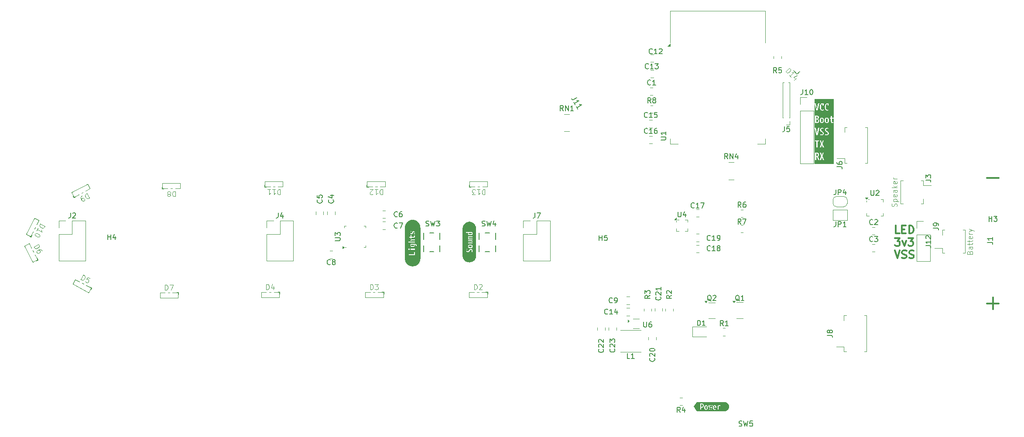
<source format=gbr>
%TF.GenerationSoftware,KiCad,Pcbnew,9.0.2*%
%TF.CreationDate,2025-07-07T16:25:28-05:00*%
%TF.ProjectId,Neoswordkicad,4e656f73-776f-4726-946b-696361642e6b,rev?*%
%TF.SameCoordinates,Original*%
%TF.FileFunction,Legend,Top*%
%TF.FilePolarity,Positive*%
%FSLAX46Y46*%
G04 Gerber Fmt 4.6, Leading zero omitted, Abs format (unit mm)*
G04 Created by KiCad (PCBNEW 9.0.2) date 2025-07-07 16:25:28*
%MOMM*%
%LPD*%
G01*
G04 APERTURE LIST*
%ADD10C,0.100000*%
%ADD11C,0.300000*%
%ADD12C,0.150000*%
%ADD13C,0.120000*%
%ADD14C,0.000000*%
G04 APERTURE END LIST*
D10*
X250898609Y-107962782D02*
X250946228Y-107819925D01*
X250946228Y-107819925D02*
X250993847Y-107772306D01*
X250993847Y-107772306D02*
X251089085Y-107724687D01*
X251089085Y-107724687D02*
X251231942Y-107724687D01*
X251231942Y-107724687D02*
X251327180Y-107772306D01*
X251327180Y-107772306D02*
X251374800Y-107819925D01*
X251374800Y-107819925D02*
X251422419Y-107915163D01*
X251422419Y-107915163D02*
X251422419Y-108296115D01*
X251422419Y-108296115D02*
X250422419Y-108296115D01*
X250422419Y-108296115D02*
X250422419Y-107962782D01*
X250422419Y-107962782D02*
X250470038Y-107867544D01*
X250470038Y-107867544D02*
X250517657Y-107819925D01*
X250517657Y-107819925D02*
X250612895Y-107772306D01*
X250612895Y-107772306D02*
X250708133Y-107772306D01*
X250708133Y-107772306D02*
X250803371Y-107819925D01*
X250803371Y-107819925D02*
X250850990Y-107867544D01*
X250850990Y-107867544D02*
X250898609Y-107962782D01*
X250898609Y-107962782D02*
X250898609Y-108296115D01*
X251422419Y-106867544D02*
X250898609Y-106867544D01*
X250898609Y-106867544D02*
X250803371Y-106915163D01*
X250803371Y-106915163D02*
X250755752Y-107010401D01*
X250755752Y-107010401D02*
X250755752Y-107200877D01*
X250755752Y-107200877D02*
X250803371Y-107296115D01*
X251374800Y-106867544D02*
X251422419Y-106962782D01*
X251422419Y-106962782D02*
X251422419Y-107200877D01*
X251422419Y-107200877D02*
X251374800Y-107296115D01*
X251374800Y-107296115D02*
X251279561Y-107343734D01*
X251279561Y-107343734D02*
X251184323Y-107343734D01*
X251184323Y-107343734D02*
X251089085Y-107296115D01*
X251089085Y-107296115D02*
X251041466Y-107200877D01*
X251041466Y-107200877D02*
X251041466Y-106962782D01*
X251041466Y-106962782D02*
X250993847Y-106867544D01*
X250755752Y-106534210D02*
X250755752Y-106153258D01*
X250422419Y-106391353D02*
X251279561Y-106391353D01*
X251279561Y-106391353D02*
X251374800Y-106343734D01*
X251374800Y-106343734D02*
X251422419Y-106248496D01*
X251422419Y-106248496D02*
X251422419Y-106153258D01*
X250755752Y-105962781D02*
X250755752Y-105581829D01*
X250422419Y-105819924D02*
X251279561Y-105819924D01*
X251279561Y-105819924D02*
X251374800Y-105772305D01*
X251374800Y-105772305D02*
X251422419Y-105677067D01*
X251422419Y-105677067D02*
X251422419Y-105581829D01*
X251374800Y-104867543D02*
X251422419Y-104962781D01*
X251422419Y-104962781D02*
X251422419Y-105153257D01*
X251422419Y-105153257D02*
X251374800Y-105248495D01*
X251374800Y-105248495D02*
X251279561Y-105296114D01*
X251279561Y-105296114D02*
X250898609Y-105296114D01*
X250898609Y-105296114D02*
X250803371Y-105248495D01*
X250803371Y-105248495D02*
X250755752Y-105153257D01*
X250755752Y-105153257D02*
X250755752Y-104962781D01*
X250755752Y-104962781D02*
X250803371Y-104867543D01*
X250803371Y-104867543D02*
X250898609Y-104819924D01*
X250898609Y-104819924D02*
X250993847Y-104819924D01*
X250993847Y-104819924D02*
X251089085Y-105296114D01*
X251422419Y-104391352D02*
X250755752Y-104391352D01*
X250946228Y-104391352D02*
X250850990Y-104343733D01*
X250850990Y-104343733D02*
X250803371Y-104296114D01*
X250803371Y-104296114D02*
X250755752Y-104200876D01*
X250755752Y-104200876D02*
X250755752Y-104105638D01*
X250755752Y-103867542D02*
X251422419Y-103629447D01*
X250755752Y-103391352D02*
X251422419Y-103629447D01*
X251422419Y-103629447D02*
X251660514Y-103724685D01*
X251660514Y-103724685D02*
X251708133Y-103772304D01*
X251708133Y-103772304D02*
X251755752Y-103867542D01*
X236724800Y-99043734D02*
X236772419Y-98900877D01*
X236772419Y-98900877D02*
X236772419Y-98662782D01*
X236772419Y-98662782D02*
X236724800Y-98567544D01*
X236724800Y-98567544D02*
X236677180Y-98519925D01*
X236677180Y-98519925D02*
X236581942Y-98472306D01*
X236581942Y-98472306D02*
X236486704Y-98472306D01*
X236486704Y-98472306D02*
X236391466Y-98519925D01*
X236391466Y-98519925D02*
X236343847Y-98567544D01*
X236343847Y-98567544D02*
X236296228Y-98662782D01*
X236296228Y-98662782D02*
X236248609Y-98853258D01*
X236248609Y-98853258D02*
X236200990Y-98948496D01*
X236200990Y-98948496D02*
X236153371Y-98996115D01*
X236153371Y-98996115D02*
X236058133Y-99043734D01*
X236058133Y-99043734D02*
X235962895Y-99043734D01*
X235962895Y-99043734D02*
X235867657Y-98996115D01*
X235867657Y-98996115D02*
X235820038Y-98948496D01*
X235820038Y-98948496D02*
X235772419Y-98853258D01*
X235772419Y-98853258D02*
X235772419Y-98615163D01*
X235772419Y-98615163D02*
X235820038Y-98472306D01*
X236105752Y-98043734D02*
X237105752Y-98043734D01*
X236153371Y-98043734D02*
X236105752Y-97948496D01*
X236105752Y-97948496D02*
X236105752Y-97758020D01*
X236105752Y-97758020D02*
X236153371Y-97662782D01*
X236153371Y-97662782D02*
X236200990Y-97615163D01*
X236200990Y-97615163D02*
X236296228Y-97567544D01*
X236296228Y-97567544D02*
X236581942Y-97567544D01*
X236581942Y-97567544D02*
X236677180Y-97615163D01*
X236677180Y-97615163D02*
X236724800Y-97662782D01*
X236724800Y-97662782D02*
X236772419Y-97758020D01*
X236772419Y-97758020D02*
X236772419Y-97948496D01*
X236772419Y-97948496D02*
X236724800Y-98043734D01*
X236724800Y-96758020D02*
X236772419Y-96853258D01*
X236772419Y-96853258D02*
X236772419Y-97043734D01*
X236772419Y-97043734D02*
X236724800Y-97138972D01*
X236724800Y-97138972D02*
X236629561Y-97186591D01*
X236629561Y-97186591D02*
X236248609Y-97186591D01*
X236248609Y-97186591D02*
X236153371Y-97138972D01*
X236153371Y-97138972D02*
X236105752Y-97043734D01*
X236105752Y-97043734D02*
X236105752Y-96853258D01*
X236105752Y-96853258D02*
X236153371Y-96758020D01*
X236153371Y-96758020D02*
X236248609Y-96710401D01*
X236248609Y-96710401D02*
X236343847Y-96710401D01*
X236343847Y-96710401D02*
X236439085Y-97186591D01*
X236772419Y-95853258D02*
X236248609Y-95853258D01*
X236248609Y-95853258D02*
X236153371Y-95900877D01*
X236153371Y-95900877D02*
X236105752Y-95996115D01*
X236105752Y-95996115D02*
X236105752Y-96186591D01*
X236105752Y-96186591D02*
X236153371Y-96281829D01*
X236724800Y-95853258D02*
X236772419Y-95948496D01*
X236772419Y-95948496D02*
X236772419Y-96186591D01*
X236772419Y-96186591D02*
X236724800Y-96281829D01*
X236724800Y-96281829D02*
X236629561Y-96329448D01*
X236629561Y-96329448D02*
X236534323Y-96329448D01*
X236534323Y-96329448D02*
X236439085Y-96281829D01*
X236439085Y-96281829D02*
X236391466Y-96186591D01*
X236391466Y-96186591D02*
X236391466Y-95948496D01*
X236391466Y-95948496D02*
X236343847Y-95853258D01*
X236772419Y-95377067D02*
X235772419Y-95377067D01*
X236391466Y-95281829D02*
X236772419Y-94996115D01*
X236105752Y-94996115D02*
X236486704Y-95377067D01*
X236724800Y-94186591D02*
X236772419Y-94281829D01*
X236772419Y-94281829D02*
X236772419Y-94472305D01*
X236772419Y-94472305D02*
X236724800Y-94567543D01*
X236724800Y-94567543D02*
X236629561Y-94615162D01*
X236629561Y-94615162D02*
X236248609Y-94615162D01*
X236248609Y-94615162D02*
X236153371Y-94567543D01*
X236153371Y-94567543D02*
X236105752Y-94472305D01*
X236105752Y-94472305D02*
X236105752Y-94281829D01*
X236105752Y-94281829D02*
X236153371Y-94186591D01*
X236153371Y-94186591D02*
X236248609Y-94138972D01*
X236248609Y-94138972D02*
X236343847Y-94138972D01*
X236343847Y-94138972D02*
X236439085Y-94615162D01*
X236772419Y-93710400D02*
X236105752Y-93710400D01*
X236296228Y-93710400D02*
X236200990Y-93662781D01*
X236200990Y-93662781D02*
X236153371Y-93615162D01*
X236153371Y-93615162D02*
X236105752Y-93519924D01*
X236105752Y-93519924D02*
X236105752Y-93424686D01*
D11*
X254261653Y-93474400D02*
X256547368Y-93474400D01*
X237268796Y-104270996D02*
X236554510Y-104270996D01*
X236554510Y-104270996D02*
X236554510Y-102770996D01*
X237768796Y-103485282D02*
X238268796Y-103485282D01*
X238483082Y-104270996D02*
X237768796Y-104270996D01*
X237768796Y-104270996D02*
X237768796Y-102770996D01*
X237768796Y-102770996D02*
X238483082Y-102770996D01*
X239125939Y-104270996D02*
X239125939Y-102770996D01*
X239125939Y-102770996D02*
X239483082Y-102770996D01*
X239483082Y-102770996D02*
X239697368Y-102842425D01*
X239697368Y-102842425D02*
X239840225Y-102985282D01*
X239840225Y-102985282D02*
X239911654Y-103128139D01*
X239911654Y-103128139D02*
X239983082Y-103413853D01*
X239983082Y-103413853D02*
X239983082Y-103628139D01*
X239983082Y-103628139D02*
X239911654Y-103913853D01*
X239911654Y-103913853D02*
X239840225Y-104056710D01*
X239840225Y-104056710D02*
X239697368Y-104199568D01*
X239697368Y-104199568D02*
X239483082Y-104270996D01*
X239483082Y-104270996D02*
X239125939Y-104270996D01*
X236411653Y-105185912D02*
X237340225Y-105185912D01*
X237340225Y-105185912D02*
X236840225Y-105757341D01*
X236840225Y-105757341D02*
X237054510Y-105757341D01*
X237054510Y-105757341D02*
X237197368Y-105828769D01*
X237197368Y-105828769D02*
X237268796Y-105900198D01*
X237268796Y-105900198D02*
X237340225Y-106043055D01*
X237340225Y-106043055D02*
X237340225Y-106400198D01*
X237340225Y-106400198D02*
X237268796Y-106543055D01*
X237268796Y-106543055D02*
X237197368Y-106614484D01*
X237197368Y-106614484D02*
X237054510Y-106685912D01*
X237054510Y-106685912D02*
X236625939Y-106685912D01*
X236625939Y-106685912D02*
X236483082Y-106614484D01*
X236483082Y-106614484D02*
X236411653Y-106543055D01*
X237840224Y-105685912D02*
X238197367Y-106685912D01*
X238197367Y-106685912D02*
X238554510Y-105685912D01*
X238983081Y-105185912D02*
X239911653Y-105185912D01*
X239911653Y-105185912D02*
X239411653Y-105757341D01*
X239411653Y-105757341D02*
X239625938Y-105757341D01*
X239625938Y-105757341D02*
X239768796Y-105828769D01*
X239768796Y-105828769D02*
X239840224Y-105900198D01*
X239840224Y-105900198D02*
X239911653Y-106043055D01*
X239911653Y-106043055D02*
X239911653Y-106400198D01*
X239911653Y-106400198D02*
X239840224Y-106543055D01*
X239840224Y-106543055D02*
X239768796Y-106614484D01*
X239768796Y-106614484D02*
X239625938Y-106685912D01*
X239625938Y-106685912D02*
X239197367Y-106685912D01*
X239197367Y-106685912D02*
X239054510Y-106614484D01*
X239054510Y-106614484D02*
X238983081Y-106543055D01*
X236340225Y-107600828D02*
X236840225Y-109100828D01*
X236840225Y-109100828D02*
X237340225Y-107600828D01*
X237768796Y-109029400D02*
X237983082Y-109100828D01*
X237983082Y-109100828D02*
X238340224Y-109100828D01*
X238340224Y-109100828D02*
X238483082Y-109029400D01*
X238483082Y-109029400D02*
X238554510Y-108957971D01*
X238554510Y-108957971D02*
X238625939Y-108815114D01*
X238625939Y-108815114D02*
X238625939Y-108672257D01*
X238625939Y-108672257D02*
X238554510Y-108529400D01*
X238554510Y-108529400D02*
X238483082Y-108457971D01*
X238483082Y-108457971D02*
X238340224Y-108386542D01*
X238340224Y-108386542D02*
X238054510Y-108315114D01*
X238054510Y-108315114D02*
X237911653Y-108243685D01*
X237911653Y-108243685D02*
X237840224Y-108172257D01*
X237840224Y-108172257D02*
X237768796Y-108029400D01*
X237768796Y-108029400D02*
X237768796Y-107886542D01*
X237768796Y-107886542D02*
X237840224Y-107743685D01*
X237840224Y-107743685D02*
X237911653Y-107672257D01*
X237911653Y-107672257D02*
X238054510Y-107600828D01*
X238054510Y-107600828D02*
X238411653Y-107600828D01*
X238411653Y-107600828D02*
X238625939Y-107672257D01*
X239197367Y-109029400D02*
X239411653Y-109100828D01*
X239411653Y-109100828D02*
X239768795Y-109100828D01*
X239768795Y-109100828D02*
X239911653Y-109029400D01*
X239911653Y-109029400D02*
X239983081Y-108957971D01*
X239983081Y-108957971D02*
X240054510Y-108815114D01*
X240054510Y-108815114D02*
X240054510Y-108672257D01*
X240054510Y-108672257D02*
X239983081Y-108529400D01*
X239983081Y-108529400D02*
X239911653Y-108457971D01*
X239911653Y-108457971D02*
X239768795Y-108386542D01*
X239768795Y-108386542D02*
X239483081Y-108315114D01*
X239483081Y-108315114D02*
X239340224Y-108243685D01*
X239340224Y-108243685D02*
X239268795Y-108172257D01*
X239268795Y-108172257D02*
X239197367Y-108029400D01*
X239197367Y-108029400D02*
X239197367Y-107886542D01*
X239197367Y-107886542D02*
X239268795Y-107743685D01*
X239268795Y-107743685D02*
X239340224Y-107672257D01*
X239340224Y-107672257D02*
X239483081Y-107600828D01*
X239483081Y-107600828D02*
X239840224Y-107600828D01*
X239840224Y-107600828D02*
X240054510Y-107672257D01*
X254261653Y-117874400D02*
X256547368Y-117874400D01*
X255404510Y-119017257D02*
X255404510Y-116731542D01*
D12*
X174653928Y-77912134D02*
X174051505Y-78295919D01*
X174051505Y-78295919D02*
X173905435Y-78332515D01*
X173905435Y-78332515D02*
X173773941Y-78303363D01*
X173773941Y-78303363D02*
X173657022Y-78208464D01*
X173657022Y-78208464D02*
X173605851Y-78128141D01*
X174347836Y-79292825D02*
X174040808Y-78810887D01*
X174194322Y-79051856D02*
X175037713Y-78514556D01*
X175037713Y-78514556D02*
X174866057Y-78510991D01*
X174866057Y-78510991D02*
X174734563Y-78481839D01*
X174734563Y-78481839D02*
X174643230Y-78427102D01*
X174859550Y-80096055D02*
X174552522Y-79614117D01*
X174706036Y-79855086D02*
X175549427Y-79317786D01*
X175549427Y-79317786D02*
X175377771Y-79314221D01*
X175377771Y-79314221D02*
X175246277Y-79285069D01*
X175246277Y-79285069D02*
X175154944Y-79230332D01*
X83638095Y-105479819D02*
X83638095Y-104479819D01*
X83638095Y-104956009D02*
X84209523Y-104956009D01*
X84209523Y-105479819D02*
X84209523Y-104479819D01*
X85114285Y-104813152D02*
X85114285Y-105479819D01*
X84876190Y-104432200D02*
X84638095Y-105146485D01*
X84638095Y-105146485D02*
X85257142Y-105146485D01*
X242354819Y-106659523D02*
X243069104Y-106659523D01*
X243069104Y-106659523D02*
X243211961Y-106707142D01*
X243211961Y-106707142D02*
X243307200Y-106802380D01*
X243307200Y-106802380D02*
X243354819Y-106945237D01*
X243354819Y-106945237D02*
X243354819Y-107040475D01*
X243354819Y-105659523D02*
X243354819Y-106230951D01*
X243354819Y-105945237D02*
X242354819Y-105945237D01*
X242354819Y-105945237D02*
X242497676Y-106040475D01*
X242497676Y-106040475D02*
X242592914Y-106135713D01*
X242592914Y-106135713D02*
X242640533Y-106230951D01*
X242450057Y-105278570D02*
X242402438Y-105230951D01*
X242402438Y-105230951D02*
X242354819Y-105135713D01*
X242354819Y-105135713D02*
X242354819Y-104897618D01*
X242354819Y-104897618D02*
X242402438Y-104802380D01*
X242402438Y-104802380D02*
X242450057Y-104754761D01*
X242450057Y-104754761D02*
X242545295Y-104707142D01*
X242545295Y-104707142D02*
X242640533Y-104707142D01*
X242640533Y-104707142D02*
X242783390Y-104754761D01*
X242783390Y-104754761D02*
X243354819Y-105326189D01*
X243354819Y-105326189D02*
X243354819Y-104707142D01*
X189020833Y-78954819D02*
X188687500Y-78478628D01*
X188449405Y-78954819D02*
X188449405Y-77954819D01*
X188449405Y-77954819D02*
X188830357Y-77954819D01*
X188830357Y-77954819D02*
X188925595Y-78002438D01*
X188925595Y-78002438D02*
X188973214Y-78050057D01*
X188973214Y-78050057D02*
X189020833Y-78145295D01*
X189020833Y-78145295D02*
X189020833Y-78288152D01*
X189020833Y-78288152D02*
X188973214Y-78383390D01*
X188973214Y-78383390D02*
X188925595Y-78431009D01*
X188925595Y-78431009D02*
X188830357Y-78478628D01*
X188830357Y-78478628D02*
X188449405Y-78478628D01*
X189592262Y-78383390D02*
X189497024Y-78335771D01*
X189497024Y-78335771D02*
X189449405Y-78288152D01*
X189449405Y-78288152D02*
X189401786Y-78192914D01*
X189401786Y-78192914D02*
X189401786Y-78145295D01*
X189401786Y-78145295D02*
X189449405Y-78050057D01*
X189449405Y-78050057D02*
X189497024Y-78002438D01*
X189497024Y-78002438D02*
X189592262Y-77954819D01*
X189592262Y-77954819D02*
X189782738Y-77954819D01*
X189782738Y-77954819D02*
X189877976Y-78002438D01*
X189877976Y-78002438D02*
X189925595Y-78050057D01*
X189925595Y-78050057D02*
X189973214Y-78145295D01*
X189973214Y-78145295D02*
X189973214Y-78192914D01*
X189973214Y-78192914D02*
X189925595Y-78288152D01*
X189925595Y-78288152D02*
X189877976Y-78335771D01*
X189877976Y-78335771D02*
X189782738Y-78383390D01*
X189782738Y-78383390D02*
X189592262Y-78383390D01*
X189592262Y-78383390D02*
X189497024Y-78431009D01*
X189497024Y-78431009D02*
X189449405Y-78478628D01*
X189449405Y-78478628D02*
X189401786Y-78573866D01*
X189401786Y-78573866D02*
X189401786Y-78764342D01*
X189401786Y-78764342D02*
X189449405Y-78859580D01*
X189449405Y-78859580D02*
X189497024Y-78907200D01*
X189497024Y-78907200D02*
X189592262Y-78954819D01*
X189592262Y-78954819D02*
X189782738Y-78954819D01*
X189782738Y-78954819D02*
X189877976Y-78907200D01*
X189877976Y-78907200D02*
X189925595Y-78859580D01*
X189925595Y-78859580D02*
X189973214Y-78764342D01*
X189973214Y-78764342D02*
X189973214Y-78573866D01*
X189973214Y-78573866D02*
X189925595Y-78478628D01*
X189925595Y-78478628D02*
X189877976Y-78431009D01*
X189877976Y-78431009D02*
X189782738Y-78383390D01*
X190954819Y-86101904D02*
X191764342Y-86101904D01*
X191764342Y-86101904D02*
X191859580Y-86054285D01*
X191859580Y-86054285D02*
X191907200Y-86006666D01*
X191907200Y-86006666D02*
X191954819Y-85911428D01*
X191954819Y-85911428D02*
X191954819Y-85720952D01*
X191954819Y-85720952D02*
X191907200Y-85625714D01*
X191907200Y-85625714D02*
X191859580Y-85578095D01*
X191859580Y-85578095D02*
X191764342Y-85530476D01*
X191764342Y-85530476D02*
X190954819Y-85530476D01*
X191954819Y-84530476D02*
X191954819Y-85101904D01*
X191954819Y-84816190D02*
X190954819Y-84816190D01*
X190954819Y-84816190D02*
X191097676Y-84911428D01*
X191097676Y-84911428D02*
X191192914Y-85006666D01*
X191192914Y-85006666D02*
X191240533Y-85101904D01*
X200557142Y-105559580D02*
X200509523Y-105607200D01*
X200509523Y-105607200D02*
X200366666Y-105654819D01*
X200366666Y-105654819D02*
X200271428Y-105654819D01*
X200271428Y-105654819D02*
X200128571Y-105607200D01*
X200128571Y-105607200D02*
X200033333Y-105511961D01*
X200033333Y-105511961D02*
X199985714Y-105416723D01*
X199985714Y-105416723D02*
X199938095Y-105226247D01*
X199938095Y-105226247D02*
X199938095Y-105083390D01*
X199938095Y-105083390D02*
X199985714Y-104892914D01*
X199985714Y-104892914D02*
X200033333Y-104797676D01*
X200033333Y-104797676D02*
X200128571Y-104702438D01*
X200128571Y-104702438D02*
X200271428Y-104654819D01*
X200271428Y-104654819D02*
X200366666Y-104654819D01*
X200366666Y-104654819D02*
X200509523Y-104702438D01*
X200509523Y-104702438D02*
X200557142Y-104750057D01*
X201509523Y-105654819D02*
X200938095Y-105654819D01*
X201223809Y-105654819D02*
X201223809Y-104654819D01*
X201223809Y-104654819D02*
X201128571Y-104797676D01*
X201128571Y-104797676D02*
X201033333Y-104892914D01*
X201033333Y-104892914D02*
X200938095Y-104940533D01*
X201985714Y-105654819D02*
X202176190Y-105654819D01*
X202176190Y-105654819D02*
X202271428Y-105607200D01*
X202271428Y-105607200D02*
X202319047Y-105559580D01*
X202319047Y-105559580D02*
X202414285Y-105416723D01*
X202414285Y-105416723D02*
X202461904Y-105226247D01*
X202461904Y-105226247D02*
X202461904Y-104845295D01*
X202461904Y-104845295D02*
X202414285Y-104750057D01*
X202414285Y-104750057D02*
X202366666Y-104702438D01*
X202366666Y-104702438D02*
X202271428Y-104654819D01*
X202271428Y-104654819D02*
X202080952Y-104654819D01*
X202080952Y-104654819D02*
X201985714Y-104702438D01*
X201985714Y-104702438D02*
X201938095Y-104750057D01*
X201938095Y-104750057D02*
X201890476Y-104845295D01*
X201890476Y-104845295D02*
X201890476Y-105083390D01*
X201890476Y-105083390D02*
X201938095Y-105178628D01*
X201938095Y-105178628D02*
X201985714Y-105226247D01*
X201985714Y-105226247D02*
X202080952Y-105273866D01*
X202080952Y-105273866D02*
X202271428Y-105273866D01*
X202271428Y-105273866D02*
X202366666Y-105226247D01*
X202366666Y-105226247D02*
X202414285Y-105178628D01*
X202414285Y-105178628D02*
X202461904Y-105083390D01*
X218490476Y-76324819D02*
X218490476Y-77039104D01*
X218490476Y-77039104D02*
X218442857Y-77181961D01*
X218442857Y-77181961D02*
X218347619Y-77277200D01*
X218347619Y-77277200D02*
X218204762Y-77324819D01*
X218204762Y-77324819D02*
X218109524Y-77324819D01*
X219490476Y-77324819D02*
X218919048Y-77324819D01*
X219204762Y-77324819D02*
X219204762Y-76324819D01*
X219204762Y-76324819D02*
X219109524Y-76467676D01*
X219109524Y-76467676D02*
X219014286Y-76562914D01*
X219014286Y-76562914D02*
X218919048Y-76610533D01*
X220109524Y-76324819D02*
X220204762Y-76324819D01*
X220204762Y-76324819D02*
X220300000Y-76372438D01*
X220300000Y-76372438D02*
X220347619Y-76420057D01*
X220347619Y-76420057D02*
X220395238Y-76515295D01*
X220395238Y-76515295D02*
X220442857Y-76705771D01*
X220442857Y-76705771D02*
X220442857Y-76943866D01*
X220442857Y-76943866D02*
X220395238Y-77134342D01*
X220395238Y-77134342D02*
X220347619Y-77229580D01*
X220347619Y-77229580D02*
X220300000Y-77277200D01*
X220300000Y-77277200D02*
X220204762Y-77324819D01*
X220204762Y-77324819D02*
X220109524Y-77324819D01*
X220109524Y-77324819D02*
X220014286Y-77277200D01*
X220014286Y-77277200D02*
X219966667Y-77229580D01*
X219966667Y-77229580D02*
X219919048Y-77134342D01*
X219919048Y-77134342D02*
X219871429Y-76943866D01*
X219871429Y-76943866D02*
X219871429Y-76705771D01*
X219871429Y-76705771D02*
X219919048Y-76515295D01*
X219919048Y-76515295D02*
X219966667Y-76420057D01*
X219966667Y-76420057D02*
X220014286Y-76372438D01*
X220014286Y-76372438D02*
X220109524Y-76324819D01*
X213433333Y-73092319D02*
X213100000Y-72616128D01*
X212861905Y-73092319D02*
X212861905Y-72092319D01*
X212861905Y-72092319D02*
X213242857Y-72092319D01*
X213242857Y-72092319D02*
X213338095Y-72139938D01*
X213338095Y-72139938D02*
X213385714Y-72187557D01*
X213385714Y-72187557D02*
X213433333Y-72282795D01*
X213433333Y-72282795D02*
X213433333Y-72425652D01*
X213433333Y-72425652D02*
X213385714Y-72520890D01*
X213385714Y-72520890D02*
X213338095Y-72568509D01*
X213338095Y-72568509D02*
X213242857Y-72616128D01*
X213242857Y-72616128D02*
X212861905Y-72616128D01*
X214338095Y-72092319D02*
X213861905Y-72092319D01*
X213861905Y-72092319D02*
X213814286Y-72568509D01*
X213814286Y-72568509D02*
X213861905Y-72520890D01*
X213861905Y-72520890D02*
X213957143Y-72473271D01*
X213957143Y-72473271D02*
X214195238Y-72473271D01*
X214195238Y-72473271D02*
X214290476Y-72520890D01*
X214290476Y-72520890D02*
X214338095Y-72568509D01*
X214338095Y-72568509D02*
X214385714Y-72663747D01*
X214385714Y-72663747D02*
X214385714Y-72901842D01*
X214385714Y-72901842D02*
X214338095Y-72997080D01*
X214338095Y-72997080D02*
X214290476Y-73044700D01*
X214290476Y-73044700D02*
X214195238Y-73092319D01*
X214195238Y-73092319D02*
X213957143Y-73092319D01*
X213957143Y-73092319D02*
X213861905Y-73044700D01*
X213861905Y-73044700D02*
X213814286Y-72997080D01*
X166536666Y-100286301D02*
X166536666Y-101000586D01*
X166536666Y-101000586D02*
X166489047Y-101143443D01*
X166489047Y-101143443D02*
X166393809Y-101238682D01*
X166393809Y-101238682D02*
X166250952Y-101286301D01*
X166250952Y-101286301D02*
X166155714Y-101286301D01*
X166917619Y-100286301D02*
X167584285Y-100286301D01*
X167584285Y-100286301D02*
X167155714Y-101286301D01*
X126833333Y-110259580D02*
X126785714Y-110307200D01*
X126785714Y-110307200D02*
X126642857Y-110354819D01*
X126642857Y-110354819D02*
X126547619Y-110354819D01*
X126547619Y-110354819D02*
X126404762Y-110307200D01*
X126404762Y-110307200D02*
X126309524Y-110211961D01*
X126309524Y-110211961D02*
X126261905Y-110116723D01*
X126261905Y-110116723D02*
X126214286Y-109926247D01*
X126214286Y-109926247D02*
X126214286Y-109783390D01*
X126214286Y-109783390D02*
X126261905Y-109592914D01*
X126261905Y-109592914D02*
X126309524Y-109497676D01*
X126309524Y-109497676D02*
X126404762Y-109402438D01*
X126404762Y-109402438D02*
X126547619Y-109354819D01*
X126547619Y-109354819D02*
X126642857Y-109354819D01*
X126642857Y-109354819D02*
X126785714Y-109402438D01*
X126785714Y-109402438D02*
X126833333Y-109450057D01*
X127404762Y-109783390D02*
X127309524Y-109735771D01*
X127309524Y-109735771D02*
X127261905Y-109688152D01*
X127261905Y-109688152D02*
X127214286Y-109592914D01*
X127214286Y-109592914D02*
X127214286Y-109545295D01*
X127214286Y-109545295D02*
X127261905Y-109450057D01*
X127261905Y-109450057D02*
X127309524Y-109402438D01*
X127309524Y-109402438D02*
X127404762Y-109354819D01*
X127404762Y-109354819D02*
X127595238Y-109354819D01*
X127595238Y-109354819D02*
X127690476Y-109402438D01*
X127690476Y-109402438D02*
X127738095Y-109450057D01*
X127738095Y-109450057D02*
X127785714Y-109545295D01*
X127785714Y-109545295D02*
X127785714Y-109592914D01*
X127785714Y-109592914D02*
X127738095Y-109688152D01*
X127738095Y-109688152D02*
X127690476Y-109735771D01*
X127690476Y-109735771D02*
X127595238Y-109783390D01*
X127595238Y-109783390D02*
X127404762Y-109783390D01*
X127404762Y-109783390D02*
X127309524Y-109831009D01*
X127309524Y-109831009D02*
X127261905Y-109878628D01*
X127261905Y-109878628D02*
X127214286Y-109973866D01*
X127214286Y-109973866D02*
X127214286Y-110164342D01*
X127214286Y-110164342D02*
X127261905Y-110259580D01*
X127261905Y-110259580D02*
X127309524Y-110307200D01*
X127309524Y-110307200D02*
X127404762Y-110354819D01*
X127404762Y-110354819D02*
X127595238Y-110354819D01*
X127595238Y-110354819D02*
X127690476Y-110307200D01*
X127690476Y-110307200D02*
X127738095Y-110259580D01*
X127738095Y-110259580D02*
X127785714Y-110164342D01*
X127785714Y-110164342D02*
X127785714Y-109973866D01*
X127785714Y-109973866D02*
X127738095Y-109878628D01*
X127738095Y-109878628D02*
X127690476Y-109831009D01*
X127690476Y-109831009D02*
X127595238Y-109783390D01*
D10*
X136964285Y-95742580D02*
X136964285Y-96742580D01*
X136964285Y-96742580D02*
X136726190Y-96742580D01*
X136726190Y-96742580D02*
X136583333Y-96694961D01*
X136583333Y-96694961D02*
X136488095Y-96599723D01*
X136488095Y-96599723D02*
X136440476Y-96504485D01*
X136440476Y-96504485D02*
X136392857Y-96314009D01*
X136392857Y-96314009D02*
X136392857Y-96171152D01*
X136392857Y-96171152D02*
X136440476Y-95980676D01*
X136440476Y-95980676D02*
X136488095Y-95885438D01*
X136488095Y-95885438D02*
X136583333Y-95790200D01*
X136583333Y-95790200D02*
X136726190Y-95742580D01*
X136726190Y-95742580D02*
X136964285Y-95742580D01*
X135440476Y-95742580D02*
X136011904Y-95742580D01*
X135726190Y-95742580D02*
X135726190Y-96742580D01*
X135726190Y-96742580D02*
X135821428Y-96599723D01*
X135821428Y-96599723D02*
X135916666Y-96504485D01*
X135916666Y-96504485D02*
X136011904Y-96456866D01*
X135059523Y-96647342D02*
X135011904Y-96694961D01*
X135011904Y-96694961D02*
X134916666Y-96742580D01*
X134916666Y-96742580D02*
X134678571Y-96742580D01*
X134678571Y-96742580D02*
X134583333Y-96694961D01*
X134583333Y-96694961D02*
X134535714Y-96647342D01*
X134535714Y-96647342D02*
X134488095Y-96552104D01*
X134488095Y-96552104D02*
X134488095Y-96456866D01*
X134488095Y-96456866D02*
X134535714Y-96314009D01*
X134535714Y-96314009D02*
X135107142Y-95742580D01*
X135107142Y-95742580D02*
X134488095Y-95742580D01*
D12*
X198061905Y-122154819D02*
X198061905Y-121154819D01*
X198061905Y-121154819D02*
X198300000Y-121154819D01*
X198300000Y-121154819D02*
X198442857Y-121202438D01*
X198442857Y-121202438D02*
X198538095Y-121297676D01*
X198538095Y-121297676D02*
X198585714Y-121392914D01*
X198585714Y-121392914D02*
X198633333Y-121583390D01*
X198633333Y-121583390D02*
X198633333Y-121726247D01*
X198633333Y-121726247D02*
X198585714Y-121916723D01*
X198585714Y-121916723D02*
X198538095Y-122011961D01*
X198538095Y-122011961D02*
X198442857Y-122107200D01*
X198442857Y-122107200D02*
X198300000Y-122154819D01*
X198300000Y-122154819D02*
X198061905Y-122154819D01*
X199585714Y-122154819D02*
X199014286Y-122154819D01*
X199300000Y-122154819D02*
X199300000Y-121154819D01*
X199300000Y-121154819D02*
X199204762Y-121297676D01*
X199204762Y-121297676D02*
X199109524Y-121392914D01*
X199109524Y-121392914D02*
X199014286Y-121440533D01*
X156266667Y-102807200D02*
X156409524Y-102854819D01*
X156409524Y-102854819D02*
X156647619Y-102854819D01*
X156647619Y-102854819D02*
X156742857Y-102807200D01*
X156742857Y-102807200D02*
X156790476Y-102759580D01*
X156790476Y-102759580D02*
X156838095Y-102664342D01*
X156838095Y-102664342D02*
X156838095Y-102569104D01*
X156838095Y-102569104D02*
X156790476Y-102473866D01*
X156790476Y-102473866D02*
X156742857Y-102426247D01*
X156742857Y-102426247D02*
X156647619Y-102378628D01*
X156647619Y-102378628D02*
X156457143Y-102331009D01*
X156457143Y-102331009D02*
X156361905Y-102283390D01*
X156361905Y-102283390D02*
X156314286Y-102235771D01*
X156314286Y-102235771D02*
X156266667Y-102140533D01*
X156266667Y-102140533D02*
X156266667Y-102045295D01*
X156266667Y-102045295D02*
X156314286Y-101950057D01*
X156314286Y-101950057D02*
X156361905Y-101902438D01*
X156361905Y-101902438D02*
X156457143Y-101854819D01*
X156457143Y-101854819D02*
X156695238Y-101854819D01*
X156695238Y-101854819D02*
X156838095Y-101902438D01*
X157171429Y-101854819D02*
X157409524Y-102854819D01*
X157409524Y-102854819D02*
X157600000Y-102140533D01*
X157600000Y-102140533D02*
X157790476Y-102854819D01*
X157790476Y-102854819D02*
X158028572Y-101854819D01*
X158838095Y-102188152D02*
X158838095Y-102854819D01*
X158600000Y-101807200D02*
X158361905Y-102521485D01*
X158361905Y-102521485D02*
X158980952Y-102521485D01*
X190859580Y-116592857D02*
X190907200Y-116640476D01*
X190907200Y-116640476D02*
X190954819Y-116783333D01*
X190954819Y-116783333D02*
X190954819Y-116878571D01*
X190954819Y-116878571D02*
X190907200Y-117021428D01*
X190907200Y-117021428D02*
X190811961Y-117116666D01*
X190811961Y-117116666D02*
X190716723Y-117164285D01*
X190716723Y-117164285D02*
X190526247Y-117211904D01*
X190526247Y-117211904D02*
X190383390Y-117211904D01*
X190383390Y-117211904D02*
X190192914Y-117164285D01*
X190192914Y-117164285D02*
X190097676Y-117116666D01*
X190097676Y-117116666D02*
X190002438Y-117021428D01*
X190002438Y-117021428D02*
X189954819Y-116878571D01*
X189954819Y-116878571D02*
X189954819Y-116783333D01*
X189954819Y-116783333D02*
X190002438Y-116640476D01*
X190002438Y-116640476D02*
X190050057Y-116592857D01*
X190050057Y-116211904D02*
X190002438Y-116164285D01*
X190002438Y-116164285D02*
X189954819Y-116069047D01*
X189954819Y-116069047D02*
X189954819Y-115830952D01*
X189954819Y-115830952D02*
X190002438Y-115735714D01*
X190002438Y-115735714D02*
X190050057Y-115688095D01*
X190050057Y-115688095D02*
X190145295Y-115640476D01*
X190145295Y-115640476D02*
X190240533Y-115640476D01*
X190240533Y-115640476D02*
X190383390Y-115688095D01*
X190383390Y-115688095D02*
X190954819Y-116259523D01*
X190954819Y-116259523D02*
X190954819Y-115640476D01*
X190954819Y-114688095D02*
X190954819Y-115259523D01*
X190954819Y-114973809D02*
X189954819Y-114973809D01*
X189954819Y-114973809D02*
X190097676Y-115069047D01*
X190097676Y-115069047D02*
X190192914Y-115164285D01*
X190192914Y-115164285D02*
X190240533Y-115259523D01*
X254638095Y-101941301D02*
X254638095Y-100941301D01*
X254638095Y-101417491D02*
X255209523Y-101417491D01*
X255209523Y-101941301D02*
X255209523Y-100941301D01*
X255590476Y-100941301D02*
X256209523Y-100941301D01*
X256209523Y-100941301D02*
X255876190Y-101322253D01*
X255876190Y-101322253D02*
X256019047Y-101322253D01*
X256019047Y-101322253D02*
X256114285Y-101369872D01*
X256114285Y-101369872D02*
X256161904Y-101417491D01*
X256161904Y-101417491D02*
X256209523Y-101512729D01*
X256209523Y-101512729D02*
X256209523Y-101750824D01*
X256209523Y-101750824D02*
X256161904Y-101846062D01*
X256161904Y-101846062D02*
X256114285Y-101893682D01*
X256114285Y-101893682D02*
X256019047Y-101941301D01*
X256019047Y-101941301D02*
X255733333Y-101941301D01*
X255733333Y-101941301D02*
X255638095Y-101893682D01*
X255638095Y-101893682D02*
X255590476Y-101846062D01*
D10*
X134568571Y-115157419D02*
X134568571Y-114157419D01*
X134568571Y-114157419D02*
X134806666Y-114157419D01*
X134806666Y-114157419D02*
X134949523Y-114205038D01*
X134949523Y-114205038D02*
X135044761Y-114300276D01*
X135044761Y-114300276D02*
X135092380Y-114395514D01*
X135092380Y-114395514D02*
X135139999Y-114585990D01*
X135139999Y-114585990D02*
X135139999Y-114728847D01*
X135139999Y-114728847D02*
X135092380Y-114919323D01*
X135092380Y-114919323D02*
X135044761Y-115014561D01*
X135044761Y-115014561D02*
X134949523Y-115109800D01*
X134949523Y-115109800D02*
X134806666Y-115157419D01*
X134806666Y-115157419D02*
X134568571Y-115157419D01*
X135473333Y-114157419D02*
X136092380Y-114157419D01*
X136092380Y-114157419D02*
X135759047Y-114538371D01*
X135759047Y-114538371D02*
X135901904Y-114538371D01*
X135901904Y-114538371D02*
X135997142Y-114585990D01*
X135997142Y-114585990D02*
X136044761Y-114633609D01*
X136044761Y-114633609D02*
X136092380Y-114728847D01*
X136092380Y-114728847D02*
X136092380Y-114966942D01*
X136092380Y-114966942D02*
X136044761Y-115062180D01*
X136044761Y-115062180D02*
X135997142Y-115109800D01*
X135997142Y-115109800D02*
X135901904Y-115157419D01*
X135901904Y-115157419D02*
X135616190Y-115157419D01*
X135616190Y-115157419D02*
X135520952Y-115109800D01*
X135520952Y-115109800D02*
X135473333Y-115062180D01*
D12*
X179759580Y-126742857D02*
X179807200Y-126790476D01*
X179807200Y-126790476D02*
X179854819Y-126933333D01*
X179854819Y-126933333D02*
X179854819Y-127028571D01*
X179854819Y-127028571D02*
X179807200Y-127171428D01*
X179807200Y-127171428D02*
X179711961Y-127266666D01*
X179711961Y-127266666D02*
X179616723Y-127314285D01*
X179616723Y-127314285D02*
X179426247Y-127361904D01*
X179426247Y-127361904D02*
X179283390Y-127361904D01*
X179283390Y-127361904D02*
X179092914Y-127314285D01*
X179092914Y-127314285D02*
X178997676Y-127266666D01*
X178997676Y-127266666D02*
X178902438Y-127171428D01*
X178902438Y-127171428D02*
X178854819Y-127028571D01*
X178854819Y-127028571D02*
X178854819Y-126933333D01*
X178854819Y-126933333D02*
X178902438Y-126790476D01*
X178902438Y-126790476D02*
X178950057Y-126742857D01*
X178950057Y-126361904D02*
X178902438Y-126314285D01*
X178902438Y-126314285D02*
X178854819Y-126219047D01*
X178854819Y-126219047D02*
X178854819Y-125980952D01*
X178854819Y-125980952D02*
X178902438Y-125885714D01*
X178902438Y-125885714D02*
X178950057Y-125838095D01*
X178950057Y-125838095D02*
X179045295Y-125790476D01*
X179045295Y-125790476D02*
X179140533Y-125790476D01*
X179140533Y-125790476D02*
X179283390Y-125838095D01*
X179283390Y-125838095D02*
X179854819Y-126409523D01*
X179854819Y-126409523D02*
X179854819Y-125790476D01*
X178950057Y-125409523D02*
X178902438Y-125361904D01*
X178902438Y-125361904D02*
X178854819Y-125266666D01*
X178854819Y-125266666D02*
X178854819Y-125028571D01*
X178854819Y-125028571D02*
X178902438Y-124933333D01*
X178902438Y-124933333D02*
X178950057Y-124885714D01*
X178950057Y-124885714D02*
X179045295Y-124838095D01*
X179045295Y-124838095D02*
X179140533Y-124838095D01*
X179140533Y-124838095D02*
X179283390Y-124885714D01*
X179283390Y-124885714D02*
X179854819Y-125457142D01*
X179854819Y-125457142D02*
X179854819Y-124838095D01*
X231728095Y-95914819D02*
X231728095Y-96724342D01*
X231728095Y-96724342D02*
X231775714Y-96819580D01*
X231775714Y-96819580D02*
X231823333Y-96867200D01*
X231823333Y-96867200D02*
X231918571Y-96914819D01*
X231918571Y-96914819D02*
X232109047Y-96914819D01*
X232109047Y-96914819D02*
X232204285Y-96867200D01*
X232204285Y-96867200D02*
X232251904Y-96819580D01*
X232251904Y-96819580D02*
X232299523Y-96724342D01*
X232299523Y-96724342D02*
X232299523Y-95914819D01*
X232728095Y-96010057D02*
X232775714Y-95962438D01*
X232775714Y-95962438D02*
X232870952Y-95914819D01*
X232870952Y-95914819D02*
X233109047Y-95914819D01*
X233109047Y-95914819D02*
X233204285Y-95962438D01*
X233204285Y-95962438D02*
X233251904Y-96010057D01*
X233251904Y-96010057D02*
X233299523Y-96105295D01*
X233299523Y-96105295D02*
X233299523Y-96200533D01*
X233299523Y-96200533D02*
X233251904Y-96343390D01*
X233251904Y-96343390D02*
X232680476Y-96914819D01*
X232680476Y-96914819D02*
X233299523Y-96914819D01*
X127359580Y-97766666D02*
X127407200Y-97814285D01*
X127407200Y-97814285D02*
X127454819Y-97957142D01*
X127454819Y-97957142D02*
X127454819Y-98052380D01*
X127454819Y-98052380D02*
X127407200Y-98195237D01*
X127407200Y-98195237D02*
X127311961Y-98290475D01*
X127311961Y-98290475D02*
X127216723Y-98338094D01*
X127216723Y-98338094D02*
X127026247Y-98385713D01*
X127026247Y-98385713D02*
X126883390Y-98385713D01*
X126883390Y-98385713D02*
X126692914Y-98338094D01*
X126692914Y-98338094D02*
X126597676Y-98290475D01*
X126597676Y-98290475D02*
X126502438Y-98195237D01*
X126502438Y-98195237D02*
X126454819Y-98052380D01*
X126454819Y-98052380D02*
X126454819Y-97957142D01*
X126454819Y-97957142D02*
X126502438Y-97814285D01*
X126502438Y-97814285D02*
X126550057Y-97766666D01*
X126788152Y-96909523D02*
X127454819Y-96909523D01*
X126407200Y-97147618D02*
X127121485Y-97385713D01*
X127121485Y-97385713D02*
X127121485Y-96766666D01*
X172009523Y-80454819D02*
X171676190Y-79978628D01*
X171438095Y-80454819D02*
X171438095Y-79454819D01*
X171438095Y-79454819D02*
X171819047Y-79454819D01*
X171819047Y-79454819D02*
X171914285Y-79502438D01*
X171914285Y-79502438D02*
X171961904Y-79550057D01*
X171961904Y-79550057D02*
X172009523Y-79645295D01*
X172009523Y-79645295D02*
X172009523Y-79788152D01*
X172009523Y-79788152D02*
X171961904Y-79883390D01*
X171961904Y-79883390D02*
X171914285Y-79931009D01*
X171914285Y-79931009D02*
X171819047Y-79978628D01*
X171819047Y-79978628D02*
X171438095Y-79978628D01*
X172438095Y-80454819D02*
X172438095Y-79454819D01*
X172438095Y-79454819D02*
X173009523Y-80454819D01*
X173009523Y-80454819D02*
X173009523Y-79454819D01*
X174009523Y-80454819D02*
X173438095Y-80454819D01*
X173723809Y-80454819D02*
X173723809Y-79454819D01*
X173723809Y-79454819D02*
X173628571Y-79597676D01*
X173628571Y-79597676D02*
X173533333Y-79692914D01*
X173533333Y-79692914D02*
X173438095Y-79740533D01*
X200742261Y-117400057D02*
X200647023Y-117352438D01*
X200647023Y-117352438D02*
X200551785Y-117257200D01*
X200551785Y-117257200D02*
X200408928Y-117114342D01*
X200408928Y-117114342D02*
X200313690Y-117066723D01*
X200313690Y-117066723D02*
X200218452Y-117066723D01*
X200266071Y-117304819D02*
X200170833Y-117257200D01*
X200170833Y-117257200D02*
X200075595Y-117161961D01*
X200075595Y-117161961D02*
X200027976Y-116971485D01*
X200027976Y-116971485D02*
X200027976Y-116638152D01*
X200027976Y-116638152D02*
X200075595Y-116447676D01*
X200075595Y-116447676D02*
X200170833Y-116352438D01*
X200170833Y-116352438D02*
X200266071Y-116304819D01*
X200266071Y-116304819D02*
X200456547Y-116304819D01*
X200456547Y-116304819D02*
X200551785Y-116352438D01*
X200551785Y-116352438D02*
X200647023Y-116447676D01*
X200647023Y-116447676D02*
X200694642Y-116638152D01*
X200694642Y-116638152D02*
X200694642Y-116971485D01*
X200694642Y-116971485D02*
X200647023Y-117161961D01*
X200647023Y-117161961D02*
X200551785Y-117257200D01*
X200551785Y-117257200D02*
X200456547Y-117304819D01*
X200456547Y-117304819D02*
X200266071Y-117304819D01*
X201075595Y-116400057D02*
X201123214Y-116352438D01*
X201123214Y-116352438D02*
X201218452Y-116304819D01*
X201218452Y-116304819D02*
X201456547Y-116304819D01*
X201456547Y-116304819D02*
X201551785Y-116352438D01*
X201551785Y-116352438D02*
X201599404Y-116400057D01*
X201599404Y-116400057D02*
X201647023Y-116495295D01*
X201647023Y-116495295D02*
X201647023Y-116590533D01*
X201647023Y-116590533D02*
X201599404Y-116733390D01*
X201599404Y-116733390D02*
X201027976Y-117304819D01*
X201027976Y-117304819D02*
X201647023Y-117304819D01*
D10*
X96738094Y-96092580D02*
X96738094Y-97092580D01*
X96738094Y-97092580D02*
X96499999Y-97092580D01*
X96499999Y-97092580D02*
X96357142Y-97044961D01*
X96357142Y-97044961D02*
X96261904Y-96949723D01*
X96261904Y-96949723D02*
X96214285Y-96854485D01*
X96214285Y-96854485D02*
X96166666Y-96664009D01*
X96166666Y-96664009D02*
X96166666Y-96521152D01*
X96166666Y-96521152D02*
X96214285Y-96330676D01*
X96214285Y-96330676D02*
X96261904Y-96235438D01*
X96261904Y-96235438D02*
X96357142Y-96140200D01*
X96357142Y-96140200D02*
X96499999Y-96092580D01*
X96499999Y-96092580D02*
X96738094Y-96092580D01*
X95595237Y-96664009D02*
X95690475Y-96711628D01*
X95690475Y-96711628D02*
X95738094Y-96759247D01*
X95738094Y-96759247D02*
X95785713Y-96854485D01*
X95785713Y-96854485D02*
X95785713Y-96902104D01*
X95785713Y-96902104D02*
X95738094Y-96997342D01*
X95738094Y-96997342D02*
X95690475Y-97044961D01*
X95690475Y-97044961D02*
X95595237Y-97092580D01*
X95595237Y-97092580D02*
X95404761Y-97092580D01*
X95404761Y-97092580D02*
X95309523Y-97044961D01*
X95309523Y-97044961D02*
X95261904Y-96997342D01*
X95261904Y-96997342D02*
X95214285Y-96902104D01*
X95214285Y-96902104D02*
X95214285Y-96854485D01*
X95214285Y-96854485D02*
X95261904Y-96759247D01*
X95261904Y-96759247D02*
X95309523Y-96711628D01*
X95309523Y-96711628D02*
X95404761Y-96664009D01*
X95404761Y-96664009D02*
X95595237Y-96664009D01*
X95595237Y-96664009D02*
X95690475Y-96616390D01*
X95690475Y-96616390D02*
X95738094Y-96568771D01*
X95738094Y-96568771D02*
X95785713Y-96473533D01*
X95785713Y-96473533D02*
X95785713Y-96283057D01*
X95785713Y-96283057D02*
X95738094Y-96187819D01*
X95738094Y-96187819D02*
X95690475Y-96140200D01*
X95690475Y-96140200D02*
X95595237Y-96092580D01*
X95595237Y-96092580D02*
X95404761Y-96092580D01*
X95404761Y-96092580D02*
X95309523Y-96140200D01*
X95309523Y-96140200D02*
X95261904Y-96187819D01*
X95261904Y-96187819D02*
X95214285Y-96283057D01*
X95214285Y-96283057D02*
X95214285Y-96473533D01*
X95214285Y-96473533D02*
X95261904Y-96568771D01*
X95261904Y-96568771D02*
X95309523Y-96616390D01*
X95309523Y-96616390D02*
X95404761Y-96664009D01*
D12*
X225154819Y-91333333D02*
X225869104Y-91333333D01*
X225869104Y-91333333D02*
X226011961Y-91380952D01*
X226011961Y-91380952D02*
X226107200Y-91476190D01*
X226107200Y-91476190D02*
X226154819Y-91619047D01*
X226154819Y-91619047D02*
X226154819Y-91714285D01*
X225154819Y-90428571D02*
X225154819Y-90619047D01*
X225154819Y-90619047D02*
X225202438Y-90714285D01*
X225202438Y-90714285D02*
X225250057Y-90761904D01*
X225250057Y-90761904D02*
X225392914Y-90857142D01*
X225392914Y-90857142D02*
X225583390Y-90904761D01*
X225583390Y-90904761D02*
X225964342Y-90904761D01*
X225964342Y-90904761D02*
X226059580Y-90857142D01*
X226059580Y-90857142D02*
X226107200Y-90809523D01*
X226107200Y-90809523D02*
X226154819Y-90714285D01*
X226154819Y-90714285D02*
X226154819Y-90523809D01*
X226154819Y-90523809D02*
X226107200Y-90428571D01*
X226107200Y-90428571D02*
X226059580Y-90380952D01*
X226059580Y-90380952D02*
X225964342Y-90333333D01*
X225964342Y-90333333D02*
X225726247Y-90333333D01*
X225726247Y-90333333D02*
X225631009Y-90380952D01*
X225631009Y-90380952D02*
X225583390Y-90428571D01*
X225583390Y-90428571D02*
X225535771Y-90523809D01*
X225535771Y-90523809D02*
X225535771Y-90714285D01*
X225535771Y-90714285D02*
X225583390Y-90809523D01*
X225583390Y-90809523D02*
X225631009Y-90857142D01*
X225631009Y-90857142D02*
X225726247Y-90904761D01*
X203083333Y-122204819D02*
X202750000Y-121728628D01*
X202511905Y-122204819D02*
X202511905Y-121204819D01*
X202511905Y-121204819D02*
X202892857Y-121204819D01*
X202892857Y-121204819D02*
X202988095Y-121252438D01*
X202988095Y-121252438D02*
X203035714Y-121300057D01*
X203035714Y-121300057D02*
X203083333Y-121395295D01*
X203083333Y-121395295D02*
X203083333Y-121538152D01*
X203083333Y-121538152D02*
X203035714Y-121633390D01*
X203035714Y-121633390D02*
X202988095Y-121681009D01*
X202988095Y-121681009D02*
X202892857Y-121728628D01*
X202892857Y-121728628D02*
X202511905Y-121728628D01*
X204035714Y-122204819D02*
X203464286Y-122204819D01*
X203750000Y-122204819D02*
X203750000Y-121204819D01*
X203750000Y-121204819D02*
X203654762Y-121347676D01*
X203654762Y-121347676D02*
X203559524Y-121442914D01*
X203559524Y-121442914D02*
X203464286Y-121490533D01*
X139833333Y-103159580D02*
X139785714Y-103207200D01*
X139785714Y-103207200D02*
X139642857Y-103254819D01*
X139642857Y-103254819D02*
X139547619Y-103254819D01*
X139547619Y-103254819D02*
X139404762Y-103207200D01*
X139404762Y-103207200D02*
X139309524Y-103111961D01*
X139309524Y-103111961D02*
X139261905Y-103016723D01*
X139261905Y-103016723D02*
X139214286Y-102826247D01*
X139214286Y-102826247D02*
X139214286Y-102683390D01*
X139214286Y-102683390D02*
X139261905Y-102492914D01*
X139261905Y-102492914D02*
X139309524Y-102397676D01*
X139309524Y-102397676D02*
X139404762Y-102302438D01*
X139404762Y-102302438D02*
X139547619Y-102254819D01*
X139547619Y-102254819D02*
X139642857Y-102254819D01*
X139642857Y-102254819D02*
X139785714Y-102302438D01*
X139785714Y-102302438D02*
X139833333Y-102350057D01*
X140166667Y-102254819D02*
X140833333Y-102254819D01*
X140833333Y-102254819D02*
X140404762Y-103254819D01*
X194733333Y-139004819D02*
X194400000Y-138528628D01*
X194161905Y-139004819D02*
X194161905Y-138004819D01*
X194161905Y-138004819D02*
X194542857Y-138004819D01*
X194542857Y-138004819D02*
X194638095Y-138052438D01*
X194638095Y-138052438D02*
X194685714Y-138100057D01*
X194685714Y-138100057D02*
X194733333Y-138195295D01*
X194733333Y-138195295D02*
X194733333Y-138338152D01*
X194733333Y-138338152D02*
X194685714Y-138433390D01*
X194685714Y-138433390D02*
X194638095Y-138481009D01*
X194638095Y-138481009D02*
X194542857Y-138528628D01*
X194542857Y-138528628D02*
X194161905Y-138528628D01*
X195590476Y-138338152D02*
X195590476Y-139004819D01*
X195352381Y-137957200D02*
X195114286Y-138671485D01*
X195114286Y-138671485D02*
X195733333Y-138671485D01*
X206520833Y-102454819D02*
X206187500Y-101978628D01*
X205949405Y-102454819D02*
X205949405Y-101454819D01*
X205949405Y-101454819D02*
X206330357Y-101454819D01*
X206330357Y-101454819D02*
X206425595Y-101502438D01*
X206425595Y-101502438D02*
X206473214Y-101550057D01*
X206473214Y-101550057D02*
X206520833Y-101645295D01*
X206520833Y-101645295D02*
X206520833Y-101788152D01*
X206520833Y-101788152D02*
X206473214Y-101883390D01*
X206473214Y-101883390D02*
X206425595Y-101931009D01*
X206425595Y-101931009D02*
X206330357Y-101978628D01*
X206330357Y-101978628D02*
X205949405Y-101978628D01*
X206854167Y-101454819D02*
X207520833Y-101454819D01*
X207520833Y-101454819D02*
X207092262Y-102454819D01*
X181959580Y-126692857D02*
X182007200Y-126740476D01*
X182007200Y-126740476D02*
X182054819Y-126883333D01*
X182054819Y-126883333D02*
X182054819Y-126978571D01*
X182054819Y-126978571D02*
X182007200Y-127121428D01*
X182007200Y-127121428D02*
X181911961Y-127216666D01*
X181911961Y-127216666D02*
X181816723Y-127264285D01*
X181816723Y-127264285D02*
X181626247Y-127311904D01*
X181626247Y-127311904D02*
X181483390Y-127311904D01*
X181483390Y-127311904D02*
X181292914Y-127264285D01*
X181292914Y-127264285D02*
X181197676Y-127216666D01*
X181197676Y-127216666D02*
X181102438Y-127121428D01*
X181102438Y-127121428D02*
X181054819Y-126978571D01*
X181054819Y-126978571D02*
X181054819Y-126883333D01*
X181054819Y-126883333D02*
X181102438Y-126740476D01*
X181102438Y-126740476D02*
X181150057Y-126692857D01*
X181150057Y-126311904D02*
X181102438Y-126264285D01*
X181102438Y-126264285D02*
X181054819Y-126169047D01*
X181054819Y-126169047D02*
X181054819Y-125930952D01*
X181054819Y-125930952D02*
X181102438Y-125835714D01*
X181102438Y-125835714D02*
X181150057Y-125788095D01*
X181150057Y-125788095D02*
X181245295Y-125740476D01*
X181245295Y-125740476D02*
X181340533Y-125740476D01*
X181340533Y-125740476D02*
X181483390Y-125788095D01*
X181483390Y-125788095D02*
X182054819Y-126359523D01*
X182054819Y-126359523D02*
X182054819Y-125740476D01*
X181054819Y-125407142D02*
X181054819Y-124788095D01*
X181054819Y-124788095D02*
X181435771Y-125121428D01*
X181435771Y-125121428D02*
X181435771Y-124978571D01*
X181435771Y-124978571D02*
X181483390Y-124883333D01*
X181483390Y-124883333D02*
X181531009Y-124835714D01*
X181531009Y-124835714D02*
X181626247Y-124788095D01*
X181626247Y-124788095D02*
X181864342Y-124788095D01*
X181864342Y-124788095D02*
X181959580Y-124835714D01*
X181959580Y-124835714D02*
X182007200Y-124883333D01*
X182007200Y-124883333D02*
X182054819Y-124978571D01*
X182054819Y-124978571D02*
X182054819Y-125264285D01*
X182054819Y-125264285D02*
X182007200Y-125359523D01*
X182007200Y-125359523D02*
X181959580Y-125407142D01*
X254354819Y-106019815D02*
X255069104Y-106019815D01*
X255069104Y-106019815D02*
X255211961Y-106067434D01*
X255211961Y-106067434D02*
X255307200Y-106162672D01*
X255307200Y-106162672D02*
X255354819Y-106305529D01*
X255354819Y-106305529D02*
X255354819Y-106400767D01*
X255354819Y-105019815D02*
X255354819Y-105591243D01*
X255354819Y-105305529D02*
X254354819Y-105305529D01*
X254354819Y-105305529D02*
X254497676Y-105400767D01*
X254497676Y-105400767D02*
X254592914Y-105496005D01*
X254592914Y-105496005D02*
X254640533Y-105591243D01*
X214966666Y-83514819D02*
X214966666Y-84229104D01*
X214966666Y-84229104D02*
X214919047Y-84371961D01*
X214919047Y-84371961D02*
X214823809Y-84467200D01*
X214823809Y-84467200D02*
X214680952Y-84514819D01*
X214680952Y-84514819D02*
X214585714Y-84514819D01*
X215919047Y-83514819D02*
X215442857Y-83514819D01*
X215442857Y-83514819D02*
X215395238Y-83991009D01*
X215395238Y-83991009D02*
X215442857Y-83943390D01*
X215442857Y-83943390D02*
X215538095Y-83895771D01*
X215538095Y-83895771D02*
X215776190Y-83895771D01*
X215776190Y-83895771D02*
X215871428Y-83943390D01*
X215871428Y-83943390D02*
X215919047Y-83991009D01*
X215919047Y-83991009D02*
X215966666Y-84086247D01*
X215966666Y-84086247D02*
X215966666Y-84324342D01*
X215966666Y-84324342D02*
X215919047Y-84419580D01*
X215919047Y-84419580D02*
X215871428Y-84467200D01*
X215871428Y-84467200D02*
X215776190Y-84514819D01*
X215776190Y-84514819D02*
X215538095Y-84514819D01*
X215538095Y-84514819D02*
X215442857Y-84467200D01*
X215442857Y-84467200D02*
X215395238Y-84419580D01*
X242354819Y-93908333D02*
X243069104Y-93908333D01*
X243069104Y-93908333D02*
X243211961Y-93955952D01*
X243211961Y-93955952D02*
X243307200Y-94051190D01*
X243307200Y-94051190D02*
X243354819Y-94194047D01*
X243354819Y-94194047D02*
X243354819Y-94289285D01*
X242354819Y-93527380D02*
X242354819Y-92908333D01*
X242354819Y-92908333D02*
X242735771Y-93241666D01*
X242735771Y-93241666D02*
X242735771Y-93098809D01*
X242735771Y-93098809D02*
X242783390Y-93003571D01*
X242783390Y-93003571D02*
X242831009Y-92955952D01*
X242831009Y-92955952D02*
X242926247Y-92908333D01*
X242926247Y-92908333D02*
X243164342Y-92908333D01*
X243164342Y-92908333D02*
X243259580Y-92955952D01*
X243259580Y-92955952D02*
X243307200Y-93003571D01*
X243307200Y-93003571D02*
X243354819Y-93098809D01*
X243354819Y-93098809D02*
X243354819Y-93384523D01*
X243354819Y-93384523D02*
X243307200Y-93479761D01*
X243307200Y-93479761D02*
X243259580Y-93527380D01*
X203959523Y-89779819D02*
X203626190Y-89303628D01*
X203388095Y-89779819D02*
X203388095Y-88779819D01*
X203388095Y-88779819D02*
X203769047Y-88779819D01*
X203769047Y-88779819D02*
X203864285Y-88827438D01*
X203864285Y-88827438D02*
X203911904Y-88875057D01*
X203911904Y-88875057D02*
X203959523Y-88970295D01*
X203959523Y-88970295D02*
X203959523Y-89113152D01*
X203959523Y-89113152D02*
X203911904Y-89208390D01*
X203911904Y-89208390D02*
X203864285Y-89256009D01*
X203864285Y-89256009D02*
X203769047Y-89303628D01*
X203769047Y-89303628D02*
X203388095Y-89303628D01*
X204388095Y-89779819D02*
X204388095Y-88779819D01*
X204388095Y-88779819D02*
X204959523Y-89779819D01*
X204959523Y-89779819D02*
X204959523Y-88779819D01*
X205864285Y-89113152D02*
X205864285Y-89779819D01*
X205626190Y-88732200D02*
X205388095Y-89446485D01*
X205388095Y-89446485D02*
X206007142Y-89446485D01*
X188357142Y-81679580D02*
X188309523Y-81727200D01*
X188309523Y-81727200D02*
X188166666Y-81774819D01*
X188166666Y-81774819D02*
X188071428Y-81774819D01*
X188071428Y-81774819D02*
X187928571Y-81727200D01*
X187928571Y-81727200D02*
X187833333Y-81631961D01*
X187833333Y-81631961D02*
X187785714Y-81536723D01*
X187785714Y-81536723D02*
X187738095Y-81346247D01*
X187738095Y-81346247D02*
X187738095Y-81203390D01*
X187738095Y-81203390D02*
X187785714Y-81012914D01*
X187785714Y-81012914D02*
X187833333Y-80917676D01*
X187833333Y-80917676D02*
X187928571Y-80822438D01*
X187928571Y-80822438D02*
X188071428Y-80774819D01*
X188071428Y-80774819D02*
X188166666Y-80774819D01*
X188166666Y-80774819D02*
X188309523Y-80822438D01*
X188309523Y-80822438D02*
X188357142Y-80870057D01*
X189309523Y-81774819D02*
X188738095Y-81774819D01*
X189023809Y-81774819D02*
X189023809Y-80774819D01*
X189023809Y-80774819D02*
X188928571Y-80917676D01*
X188928571Y-80917676D02*
X188833333Y-81012914D01*
X188833333Y-81012914D02*
X188738095Y-81060533D01*
X190214285Y-80774819D02*
X189738095Y-80774819D01*
X189738095Y-80774819D02*
X189690476Y-81251009D01*
X189690476Y-81251009D02*
X189738095Y-81203390D01*
X189738095Y-81203390D02*
X189833333Y-81155771D01*
X189833333Y-81155771D02*
X190071428Y-81155771D01*
X190071428Y-81155771D02*
X190166666Y-81203390D01*
X190166666Y-81203390D02*
X190214285Y-81251009D01*
X190214285Y-81251009D02*
X190261904Y-81346247D01*
X190261904Y-81346247D02*
X190261904Y-81584342D01*
X190261904Y-81584342D02*
X190214285Y-81679580D01*
X190214285Y-81679580D02*
X190166666Y-81727200D01*
X190166666Y-81727200D02*
X190071428Y-81774819D01*
X190071428Y-81774819D02*
X189833333Y-81774819D01*
X189833333Y-81774819D02*
X189738095Y-81727200D01*
X189738095Y-81727200D02*
X189690476Y-81679580D01*
D10*
X70524771Y-102414084D02*
X71415778Y-102868075D01*
X71415778Y-102868075D02*
X71307685Y-103080219D01*
X71307685Y-103080219D02*
X71200400Y-103185887D01*
X71200400Y-103185887D02*
X71072305Y-103227508D01*
X71072305Y-103227508D02*
X70965829Y-103226699D01*
X70965829Y-103226699D02*
X70774495Y-103182654D01*
X70774495Y-103182654D02*
X70647208Y-103117798D01*
X70647208Y-103117798D02*
X70499111Y-102988895D01*
X70499111Y-102988895D02*
X70435872Y-102903229D01*
X70435872Y-102903229D02*
X70394251Y-102775134D01*
X70394251Y-102775134D02*
X70416678Y-102626228D01*
X70416678Y-102626228D02*
X70524771Y-102414084D01*
X69832976Y-103771808D02*
X70092399Y-103262662D01*
X69962688Y-103517235D02*
X70853694Y-103971225D01*
X70853694Y-103971225D02*
X70769645Y-103821512D01*
X70769645Y-103821512D02*
X70728024Y-103693417D01*
X70728024Y-103693417D02*
X70728833Y-103586941D01*
X70442941Y-104777374D02*
X70399704Y-104862232D01*
X70399704Y-104862232D02*
X70314038Y-104925471D01*
X70314038Y-104925471D02*
X70249990Y-104946282D01*
X70249990Y-104946282D02*
X70143514Y-104945473D01*
X70143514Y-104945473D02*
X69952180Y-104901428D01*
X69952180Y-104901428D02*
X69740035Y-104793335D01*
X69740035Y-104793335D02*
X69591938Y-104664431D01*
X69591938Y-104664431D02*
X69528699Y-104578765D01*
X69528699Y-104578765D02*
X69507889Y-104514718D01*
X69507889Y-104514718D02*
X69508697Y-104408242D01*
X69508697Y-104408242D02*
X69551935Y-104323384D01*
X69551935Y-104323384D02*
X69637601Y-104260145D01*
X69637601Y-104260145D02*
X69701648Y-104239334D01*
X69701648Y-104239334D02*
X69808124Y-104240143D01*
X69808124Y-104240143D02*
X69999459Y-104284188D01*
X69999459Y-104284188D02*
X70211603Y-104392281D01*
X70211603Y-104392281D02*
X70359700Y-104521184D01*
X70359700Y-104521184D02*
X70422939Y-104606850D01*
X70422939Y-104606850D02*
X70443749Y-104670898D01*
X70443749Y-104670898D02*
X70442941Y-104777374D01*
D12*
X180657142Y-119859580D02*
X180609523Y-119907200D01*
X180609523Y-119907200D02*
X180466666Y-119954819D01*
X180466666Y-119954819D02*
X180371428Y-119954819D01*
X180371428Y-119954819D02*
X180228571Y-119907200D01*
X180228571Y-119907200D02*
X180133333Y-119811961D01*
X180133333Y-119811961D02*
X180085714Y-119716723D01*
X180085714Y-119716723D02*
X180038095Y-119526247D01*
X180038095Y-119526247D02*
X180038095Y-119383390D01*
X180038095Y-119383390D02*
X180085714Y-119192914D01*
X180085714Y-119192914D02*
X180133333Y-119097676D01*
X180133333Y-119097676D02*
X180228571Y-119002438D01*
X180228571Y-119002438D02*
X180371428Y-118954819D01*
X180371428Y-118954819D02*
X180466666Y-118954819D01*
X180466666Y-118954819D02*
X180609523Y-119002438D01*
X180609523Y-119002438D02*
X180657142Y-119050057D01*
X181609523Y-119954819D02*
X181038095Y-119954819D01*
X181323809Y-119954819D02*
X181323809Y-118954819D01*
X181323809Y-118954819D02*
X181228571Y-119097676D01*
X181228571Y-119097676D02*
X181133333Y-119192914D01*
X181133333Y-119192914D02*
X181038095Y-119240533D01*
X182466666Y-119288152D02*
X182466666Y-119954819D01*
X182228571Y-118907200D02*
X181990476Y-119621485D01*
X181990476Y-119621485D02*
X182609523Y-119621485D01*
D10*
X114395238Y-115157419D02*
X114395238Y-114157419D01*
X114395238Y-114157419D02*
X114633333Y-114157419D01*
X114633333Y-114157419D02*
X114776190Y-114205038D01*
X114776190Y-114205038D02*
X114871428Y-114300276D01*
X114871428Y-114300276D02*
X114919047Y-114395514D01*
X114919047Y-114395514D02*
X114966666Y-114585990D01*
X114966666Y-114585990D02*
X114966666Y-114728847D01*
X114966666Y-114728847D02*
X114919047Y-114919323D01*
X114919047Y-114919323D02*
X114871428Y-115014561D01*
X114871428Y-115014561D02*
X114776190Y-115109800D01*
X114776190Y-115109800D02*
X114633333Y-115157419D01*
X114633333Y-115157419D02*
X114395238Y-115157419D01*
X115823809Y-114490752D02*
X115823809Y-115157419D01*
X115585714Y-114109800D02*
X115347619Y-114824085D01*
X115347619Y-114824085D02*
X115966666Y-114824085D01*
D12*
X188557142Y-72209580D02*
X188509523Y-72257200D01*
X188509523Y-72257200D02*
X188366666Y-72304819D01*
X188366666Y-72304819D02*
X188271428Y-72304819D01*
X188271428Y-72304819D02*
X188128571Y-72257200D01*
X188128571Y-72257200D02*
X188033333Y-72161961D01*
X188033333Y-72161961D02*
X187985714Y-72066723D01*
X187985714Y-72066723D02*
X187938095Y-71876247D01*
X187938095Y-71876247D02*
X187938095Y-71733390D01*
X187938095Y-71733390D02*
X187985714Y-71542914D01*
X187985714Y-71542914D02*
X188033333Y-71447676D01*
X188033333Y-71447676D02*
X188128571Y-71352438D01*
X188128571Y-71352438D02*
X188271428Y-71304819D01*
X188271428Y-71304819D02*
X188366666Y-71304819D01*
X188366666Y-71304819D02*
X188509523Y-71352438D01*
X188509523Y-71352438D02*
X188557142Y-71400057D01*
X189509523Y-72304819D02*
X188938095Y-72304819D01*
X189223809Y-72304819D02*
X189223809Y-71304819D01*
X189223809Y-71304819D02*
X189128571Y-71447676D01*
X189128571Y-71447676D02*
X189033333Y-71542914D01*
X189033333Y-71542914D02*
X188938095Y-71590533D01*
X189842857Y-71304819D02*
X190461904Y-71304819D01*
X190461904Y-71304819D02*
X190128571Y-71685771D01*
X190128571Y-71685771D02*
X190271428Y-71685771D01*
X190271428Y-71685771D02*
X190366666Y-71733390D01*
X190366666Y-71733390D02*
X190414285Y-71781009D01*
X190414285Y-71781009D02*
X190461904Y-71876247D01*
X190461904Y-71876247D02*
X190461904Y-72114342D01*
X190461904Y-72114342D02*
X190414285Y-72209580D01*
X190414285Y-72209580D02*
X190366666Y-72257200D01*
X190366666Y-72257200D02*
X190271428Y-72304819D01*
X190271428Y-72304819D02*
X189985714Y-72304819D01*
X189985714Y-72304819D02*
X189890476Y-72257200D01*
X189890476Y-72257200D02*
X189842857Y-72209580D01*
X223254819Y-124033333D02*
X223969104Y-124033333D01*
X223969104Y-124033333D02*
X224111961Y-124080952D01*
X224111961Y-124080952D02*
X224207200Y-124176190D01*
X224207200Y-124176190D02*
X224254819Y-124319047D01*
X224254819Y-124319047D02*
X224254819Y-124414285D01*
X223683390Y-123414285D02*
X223635771Y-123509523D01*
X223635771Y-123509523D02*
X223588152Y-123557142D01*
X223588152Y-123557142D02*
X223492914Y-123604761D01*
X223492914Y-123604761D02*
X223445295Y-123604761D01*
X223445295Y-123604761D02*
X223350057Y-123557142D01*
X223350057Y-123557142D02*
X223302438Y-123509523D01*
X223302438Y-123509523D02*
X223254819Y-123414285D01*
X223254819Y-123414285D02*
X223254819Y-123223809D01*
X223254819Y-123223809D02*
X223302438Y-123128571D01*
X223302438Y-123128571D02*
X223350057Y-123080952D01*
X223350057Y-123080952D02*
X223445295Y-123033333D01*
X223445295Y-123033333D02*
X223492914Y-123033333D01*
X223492914Y-123033333D02*
X223588152Y-123080952D01*
X223588152Y-123080952D02*
X223635771Y-123128571D01*
X223635771Y-123128571D02*
X223683390Y-123223809D01*
X223683390Y-123223809D02*
X223683390Y-123414285D01*
X223683390Y-123414285D02*
X223731009Y-123509523D01*
X223731009Y-123509523D02*
X223778628Y-123557142D01*
X223778628Y-123557142D02*
X223873866Y-123604761D01*
X223873866Y-123604761D02*
X224064342Y-123604761D01*
X224064342Y-123604761D02*
X224159580Y-123557142D01*
X224159580Y-123557142D02*
X224207200Y-123509523D01*
X224207200Y-123509523D02*
X224254819Y-123414285D01*
X224254819Y-123414285D02*
X224254819Y-123223809D01*
X224254819Y-123223809D02*
X224207200Y-123128571D01*
X224207200Y-123128571D02*
X224159580Y-123080952D01*
X224159580Y-123080952D02*
X224064342Y-123033333D01*
X224064342Y-123033333D02*
X223873866Y-123033333D01*
X223873866Y-123033333D02*
X223778628Y-123080952D01*
X223778628Y-123080952D02*
X223731009Y-123128571D01*
X223731009Y-123128571D02*
X223683390Y-123223809D01*
X194288095Y-100079819D02*
X194288095Y-100889342D01*
X194288095Y-100889342D02*
X194335714Y-100984580D01*
X194335714Y-100984580D02*
X194383333Y-101032200D01*
X194383333Y-101032200D02*
X194478571Y-101079819D01*
X194478571Y-101079819D02*
X194669047Y-101079819D01*
X194669047Y-101079819D02*
X194764285Y-101032200D01*
X194764285Y-101032200D02*
X194811904Y-100984580D01*
X194811904Y-100984580D02*
X194859523Y-100889342D01*
X194859523Y-100889342D02*
X194859523Y-100079819D01*
X195764285Y-100413152D02*
X195764285Y-101079819D01*
X195526190Y-100032200D02*
X195288095Y-100746485D01*
X195288095Y-100746485D02*
X195907142Y-100746485D01*
D10*
X78401788Y-113195933D02*
X78871260Y-112312985D01*
X78871260Y-112312985D02*
X79081485Y-112424764D01*
X79081485Y-112424764D02*
X79185265Y-112533877D01*
X79185265Y-112533877D02*
X79224644Y-112662679D01*
X79224644Y-112662679D02*
X79221977Y-112769125D01*
X79221977Y-112769125D02*
X79174599Y-112959661D01*
X79174599Y-112959661D02*
X79107532Y-113085796D01*
X79107532Y-113085796D02*
X78976064Y-113231621D01*
X78976064Y-113231621D02*
X78889307Y-113293356D01*
X78889307Y-113293356D02*
X78760505Y-113332734D01*
X78760505Y-113332734D02*
X78612014Y-113307712D01*
X78612014Y-113307712D02*
X78401788Y-113195933D01*
X80174659Y-113006015D02*
X79754207Y-112782457D01*
X79754207Y-112782457D02*
X79488604Y-113180552D01*
X79488604Y-113180552D02*
X79553005Y-113160863D01*
X79553005Y-113160863D02*
X79659451Y-113163530D01*
X79659451Y-113163530D02*
X79869677Y-113275309D01*
X79869677Y-113275309D02*
X79931411Y-113362065D01*
X79931411Y-113362065D02*
X79951101Y-113426466D01*
X79951101Y-113426466D02*
X79948434Y-113532912D01*
X79948434Y-113532912D02*
X79836655Y-113743138D01*
X79836655Y-113743138D02*
X79749899Y-113804872D01*
X79749899Y-113804872D02*
X79685498Y-113824562D01*
X79685498Y-113824562D02*
X79579052Y-113821895D01*
X79579052Y-113821895D02*
X79368826Y-113710116D01*
X79368826Y-113710116D02*
X79307092Y-113623359D01*
X79307092Y-113623359D02*
X79287402Y-113558959D01*
D12*
X76396666Y-100286301D02*
X76396666Y-101000586D01*
X76396666Y-101000586D02*
X76349047Y-101143443D01*
X76349047Y-101143443D02*
X76253809Y-101238682D01*
X76253809Y-101238682D02*
X76110952Y-101286301D01*
X76110952Y-101286301D02*
X76015714Y-101286301D01*
X76825238Y-100381539D02*
X76872857Y-100333920D01*
X76872857Y-100333920D02*
X76968095Y-100286301D01*
X76968095Y-100286301D02*
X77206190Y-100286301D01*
X77206190Y-100286301D02*
X77301428Y-100333920D01*
X77301428Y-100333920D02*
X77349047Y-100381539D01*
X77349047Y-100381539D02*
X77396666Y-100476777D01*
X77396666Y-100476777D02*
X77396666Y-100572015D01*
X77396666Y-100572015D02*
X77349047Y-100714872D01*
X77349047Y-100714872D02*
X76777619Y-101286301D01*
X76777619Y-101286301D02*
X77396666Y-101286301D01*
X116716666Y-100286301D02*
X116716666Y-101000586D01*
X116716666Y-101000586D02*
X116669047Y-101143443D01*
X116669047Y-101143443D02*
X116573809Y-101238682D01*
X116573809Y-101238682D02*
X116430952Y-101286301D01*
X116430952Y-101286301D02*
X116335714Y-101286301D01*
X117621428Y-100619634D02*
X117621428Y-101286301D01*
X117383333Y-100238682D02*
X117145238Y-100952967D01*
X117145238Y-100952967D02*
X117764285Y-100952967D01*
X197444642Y-99229580D02*
X197397023Y-99277200D01*
X197397023Y-99277200D02*
X197254166Y-99324819D01*
X197254166Y-99324819D02*
X197158928Y-99324819D01*
X197158928Y-99324819D02*
X197016071Y-99277200D01*
X197016071Y-99277200D02*
X196920833Y-99181961D01*
X196920833Y-99181961D02*
X196873214Y-99086723D01*
X196873214Y-99086723D02*
X196825595Y-98896247D01*
X196825595Y-98896247D02*
X196825595Y-98753390D01*
X196825595Y-98753390D02*
X196873214Y-98562914D01*
X196873214Y-98562914D02*
X196920833Y-98467676D01*
X196920833Y-98467676D02*
X197016071Y-98372438D01*
X197016071Y-98372438D02*
X197158928Y-98324819D01*
X197158928Y-98324819D02*
X197254166Y-98324819D01*
X197254166Y-98324819D02*
X197397023Y-98372438D01*
X197397023Y-98372438D02*
X197444642Y-98420057D01*
X198397023Y-99324819D02*
X197825595Y-99324819D01*
X198111309Y-99324819D02*
X198111309Y-98324819D01*
X198111309Y-98324819D02*
X198016071Y-98467676D01*
X198016071Y-98467676D02*
X197920833Y-98562914D01*
X197920833Y-98562914D02*
X197825595Y-98610533D01*
X198730357Y-98324819D02*
X199397023Y-98324819D01*
X199397023Y-98324819D02*
X198968452Y-99324819D01*
X224916666Y-101954819D02*
X224916666Y-102669104D01*
X224916666Y-102669104D02*
X224869047Y-102811961D01*
X224869047Y-102811961D02*
X224773809Y-102907200D01*
X224773809Y-102907200D02*
X224630952Y-102954819D01*
X224630952Y-102954819D02*
X224535714Y-102954819D01*
X225392857Y-102954819D02*
X225392857Y-101954819D01*
X225392857Y-101954819D02*
X225773809Y-101954819D01*
X225773809Y-101954819D02*
X225869047Y-102002438D01*
X225869047Y-102002438D02*
X225916666Y-102050057D01*
X225916666Y-102050057D02*
X225964285Y-102145295D01*
X225964285Y-102145295D02*
X225964285Y-102288152D01*
X225964285Y-102288152D02*
X225916666Y-102383390D01*
X225916666Y-102383390D02*
X225869047Y-102431009D01*
X225869047Y-102431009D02*
X225773809Y-102478628D01*
X225773809Y-102478628D02*
X225392857Y-102478628D01*
X226916666Y-102954819D02*
X226345238Y-102954819D01*
X226630952Y-102954819D02*
X226630952Y-101954819D01*
X226630952Y-101954819D02*
X226535714Y-102097676D01*
X226535714Y-102097676D02*
X226440476Y-102192914D01*
X226440476Y-102192914D02*
X226345238Y-102240533D01*
X224916666Y-95754819D02*
X224916666Y-96469104D01*
X224916666Y-96469104D02*
X224869047Y-96611961D01*
X224869047Y-96611961D02*
X224773809Y-96707200D01*
X224773809Y-96707200D02*
X224630952Y-96754819D01*
X224630952Y-96754819D02*
X224535714Y-96754819D01*
X225392857Y-96754819D02*
X225392857Y-95754819D01*
X225392857Y-95754819D02*
X225773809Y-95754819D01*
X225773809Y-95754819D02*
X225869047Y-95802438D01*
X225869047Y-95802438D02*
X225916666Y-95850057D01*
X225916666Y-95850057D02*
X225964285Y-95945295D01*
X225964285Y-95945295D02*
X225964285Y-96088152D01*
X225964285Y-96088152D02*
X225916666Y-96183390D01*
X225916666Y-96183390D02*
X225869047Y-96231009D01*
X225869047Y-96231009D02*
X225773809Y-96278628D01*
X225773809Y-96278628D02*
X225392857Y-96278628D01*
X226821428Y-96088152D02*
X226821428Y-96754819D01*
X226583333Y-95707200D02*
X226345238Y-96421485D01*
X226345238Y-96421485D02*
X226964285Y-96421485D01*
X232083333Y-105779580D02*
X232035714Y-105827200D01*
X232035714Y-105827200D02*
X231892857Y-105874819D01*
X231892857Y-105874819D02*
X231797619Y-105874819D01*
X231797619Y-105874819D02*
X231654762Y-105827200D01*
X231654762Y-105827200D02*
X231559524Y-105731961D01*
X231559524Y-105731961D02*
X231511905Y-105636723D01*
X231511905Y-105636723D02*
X231464286Y-105446247D01*
X231464286Y-105446247D02*
X231464286Y-105303390D01*
X231464286Y-105303390D02*
X231511905Y-105112914D01*
X231511905Y-105112914D02*
X231559524Y-105017676D01*
X231559524Y-105017676D02*
X231654762Y-104922438D01*
X231654762Y-104922438D02*
X231797619Y-104874819D01*
X231797619Y-104874819D02*
X231892857Y-104874819D01*
X231892857Y-104874819D02*
X232035714Y-104922438D01*
X232035714Y-104922438D02*
X232083333Y-104970057D01*
X232416667Y-104874819D02*
X233035714Y-104874819D01*
X233035714Y-104874819D02*
X232702381Y-105255771D01*
X232702381Y-105255771D02*
X232845238Y-105255771D01*
X232845238Y-105255771D02*
X232940476Y-105303390D01*
X232940476Y-105303390D02*
X232988095Y-105351009D01*
X232988095Y-105351009D02*
X233035714Y-105446247D01*
X233035714Y-105446247D02*
X233035714Y-105684342D01*
X233035714Y-105684342D02*
X232988095Y-105779580D01*
X232988095Y-105779580D02*
X232940476Y-105827200D01*
X232940476Y-105827200D02*
X232845238Y-105874819D01*
X232845238Y-105874819D02*
X232559524Y-105874819D01*
X232559524Y-105874819D02*
X232464286Y-105827200D01*
X232464286Y-105827200D02*
X232416667Y-105779580D01*
D10*
X154741905Y-115157419D02*
X154741905Y-114157419D01*
X154741905Y-114157419D02*
X154980000Y-114157419D01*
X154980000Y-114157419D02*
X155122857Y-114205038D01*
X155122857Y-114205038D02*
X155218095Y-114300276D01*
X155218095Y-114300276D02*
X155265714Y-114395514D01*
X155265714Y-114395514D02*
X155313333Y-114585990D01*
X155313333Y-114585990D02*
X155313333Y-114728847D01*
X155313333Y-114728847D02*
X155265714Y-114919323D01*
X155265714Y-114919323D02*
X155218095Y-115014561D01*
X155218095Y-115014561D02*
X155122857Y-115109800D01*
X155122857Y-115109800D02*
X154980000Y-115157419D01*
X154980000Y-115157419D02*
X154741905Y-115157419D01*
X155694286Y-114252657D02*
X155741905Y-114205038D01*
X155741905Y-114205038D02*
X155837143Y-114157419D01*
X155837143Y-114157419D02*
X156075238Y-114157419D01*
X156075238Y-114157419D02*
X156170476Y-114205038D01*
X156170476Y-114205038D02*
X156218095Y-114252657D01*
X156218095Y-114252657D02*
X156265714Y-114347895D01*
X156265714Y-114347895D02*
X156265714Y-114443133D01*
X156265714Y-114443133D02*
X156218095Y-114585990D01*
X156218095Y-114585990D02*
X155646667Y-115157419D01*
X155646667Y-115157419D02*
X156265714Y-115157419D01*
X215172214Y-72848393D02*
X215879320Y-72141286D01*
X215879320Y-72141286D02*
X216047679Y-72309645D01*
X216047679Y-72309645D02*
X216115023Y-72444332D01*
X216115023Y-72444332D02*
X216115023Y-72579019D01*
X216115023Y-72579019D02*
X216081351Y-72680034D01*
X216081351Y-72680034D02*
X215980336Y-72848393D01*
X215980336Y-72848393D02*
X215879320Y-72949408D01*
X215879320Y-72949408D02*
X215710962Y-73050423D01*
X215710962Y-73050423D02*
X215609946Y-73084095D01*
X215609946Y-73084095D02*
X215475259Y-73084095D01*
X215475259Y-73084095D02*
X215340572Y-73016752D01*
X215340572Y-73016752D02*
X215172214Y-72848393D01*
X216249710Y-73925889D02*
X215845649Y-73521828D01*
X216047679Y-73723858D02*
X216754786Y-73016752D01*
X216754786Y-73016752D02*
X216586427Y-73050423D01*
X216586427Y-73050423D02*
X216451740Y-73050423D01*
X216451740Y-73050423D02*
X216350725Y-73016752D01*
X217327206Y-74060576D02*
X216855801Y-74531981D01*
X217428221Y-73622843D02*
X216754786Y-73959561D01*
X216754786Y-73959561D02*
X217192519Y-74397294D01*
X94741905Y-115257419D02*
X94741905Y-114257419D01*
X94741905Y-114257419D02*
X94980000Y-114257419D01*
X94980000Y-114257419D02*
X95122857Y-114305038D01*
X95122857Y-114305038D02*
X95218095Y-114400276D01*
X95218095Y-114400276D02*
X95265714Y-114495514D01*
X95265714Y-114495514D02*
X95313333Y-114685990D01*
X95313333Y-114685990D02*
X95313333Y-114828847D01*
X95313333Y-114828847D02*
X95265714Y-115019323D01*
X95265714Y-115019323D02*
X95218095Y-115114561D01*
X95218095Y-115114561D02*
X95122857Y-115209800D01*
X95122857Y-115209800D02*
X94980000Y-115257419D01*
X94980000Y-115257419D02*
X94741905Y-115257419D01*
X95646667Y-114257419D02*
X96313333Y-114257419D01*
X96313333Y-114257419D02*
X95884762Y-115257419D01*
D12*
X206520833Y-99204819D02*
X206187500Y-98728628D01*
X205949405Y-99204819D02*
X205949405Y-98204819D01*
X205949405Y-98204819D02*
X206330357Y-98204819D01*
X206330357Y-98204819D02*
X206425595Y-98252438D01*
X206425595Y-98252438D02*
X206473214Y-98300057D01*
X206473214Y-98300057D02*
X206520833Y-98395295D01*
X206520833Y-98395295D02*
X206520833Y-98538152D01*
X206520833Y-98538152D02*
X206473214Y-98633390D01*
X206473214Y-98633390D02*
X206425595Y-98681009D01*
X206425595Y-98681009D02*
X206330357Y-98728628D01*
X206330357Y-98728628D02*
X205949405Y-98728628D01*
X207377976Y-98204819D02*
X207187500Y-98204819D01*
X207187500Y-98204819D02*
X207092262Y-98252438D01*
X207092262Y-98252438D02*
X207044643Y-98300057D01*
X207044643Y-98300057D02*
X206949405Y-98442914D01*
X206949405Y-98442914D02*
X206901786Y-98633390D01*
X206901786Y-98633390D02*
X206901786Y-99014342D01*
X206901786Y-99014342D02*
X206949405Y-99109580D01*
X206949405Y-99109580D02*
X206997024Y-99157200D01*
X206997024Y-99157200D02*
X207092262Y-99204819D01*
X207092262Y-99204819D02*
X207282738Y-99204819D01*
X207282738Y-99204819D02*
X207377976Y-99157200D01*
X207377976Y-99157200D02*
X207425595Y-99109580D01*
X207425595Y-99109580D02*
X207473214Y-99014342D01*
X207473214Y-99014342D02*
X207473214Y-98776247D01*
X207473214Y-98776247D02*
X207425595Y-98681009D01*
X207425595Y-98681009D02*
X207377976Y-98633390D01*
X207377976Y-98633390D02*
X207282738Y-98585771D01*
X207282738Y-98585771D02*
X207092262Y-98585771D01*
X207092262Y-98585771D02*
X206997024Y-98633390D01*
X206997024Y-98633390D02*
X206949405Y-98681009D01*
X206949405Y-98681009D02*
X206901786Y-98776247D01*
X188983333Y-75379580D02*
X188935714Y-75427200D01*
X188935714Y-75427200D02*
X188792857Y-75474819D01*
X188792857Y-75474819D02*
X188697619Y-75474819D01*
X188697619Y-75474819D02*
X188554762Y-75427200D01*
X188554762Y-75427200D02*
X188459524Y-75331961D01*
X188459524Y-75331961D02*
X188411905Y-75236723D01*
X188411905Y-75236723D02*
X188364286Y-75046247D01*
X188364286Y-75046247D02*
X188364286Y-74903390D01*
X188364286Y-74903390D02*
X188411905Y-74712914D01*
X188411905Y-74712914D02*
X188459524Y-74617676D01*
X188459524Y-74617676D02*
X188554762Y-74522438D01*
X188554762Y-74522438D02*
X188697619Y-74474819D01*
X188697619Y-74474819D02*
X188792857Y-74474819D01*
X188792857Y-74474819D02*
X188935714Y-74522438D01*
X188935714Y-74522438D02*
X188983333Y-74570057D01*
X189935714Y-75474819D02*
X189364286Y-75474819D01*
X189650000Y-75474819D02*
X189650000Y-74474819D01*
X189650000Y-74474819D02*
X189554762Y-74617676D01*
X189554762Y-74617676D02*
X189459524Y-74712914D01*
X189459524Y-74712914D02*
X189364286Y-74760533D01*
X193054819Y-116316666D02*
X192578628Y-116649999D01*
X193054819Y-116888094D02*
X192054819Y-116888094D01*
X192054819Y-116888094D02*
X192054819Y-116507142D01*
X192054819Y-116507142D02*
X192102438Y-116411904D01*
X192102438Y-116411904D02*
X192150057Y-116364285D01*
X192150057Y-116364285D02*
X192245295Y-116316666D01*
X192245295Y-116316666D02*
X192388152Y-116316666D01*
X192388152Y-116316666D02*
X192483390Y-116364285D01*
X192483390Y-116364285D02*
X192531009Y-116411904D01*
X192531009Y-116411904D02*
X192578628Y-116507142D01*
X192578628Y-116507142D02*
X192578628Y-116888094D01*
X192150057Y-115935713D02*
X192102438Y-115888094D01*
X192102438Y-115888094D02*
X192054819Y-115792856D01*
X192054819Y-115792856D02*
X192054819Y-115554761D01*
X192054819Y-115554761D02*
X192102438Y-115459523D01*
X192102438Y-115459523D02*
X192150057Y-115411904D01*
X192150057Y-115411904D02*
X192245295Y-115364285D01*
X192245295Y-115364285D02*
X192340533Y-115364285D01*
X192340533Y-115364285D02*
X192483390Y-115411904D01*
X192483390Y-115411904D02*
X193054819Y-115983332D01*
X193054819Y-115983332D02*
X193054819Y-115364285D01*
X189684580Y-128492857D02*
X189732200Y-128540476D01*
X189732200Y-128540476D02*
X189779819Y-128683333D01*
X189779819Y-128683333D02*
X189779819Y-128778571D01*
X189779819Y-128778571D02*
X189732200Y-128921428D01*
X189732200Y-128921428D02*
X189636961Y-129016666D01*
X189636961Y-129016666D02*
X189541723Y-129064285D01*
X189541723Y-129064285D02*
X189351247Y-129111904D01*
X189351247Y-129111904D02*
X189208390Y-129111904D01*
X189208390Y-129111904D02*
X189017914Y-129064285D01*
X189017914Y-129064285D02*
X188922676Y-129016666D01*
X188922676Y-129016666D02*
X188827438Y-128921428D01*
X188827438Y-128921428D02*
X188779819Y-128778571D01*
X188779819Y-128778571D02*
X188779819Y-128683333D01*
X188779819Y-128683333D02*
X188827438Y-128540476D01*
X188827438Y-128540476D02*
X188875057Y-128492857D01*
X188875057Y-128111904D02*
X188827438Y-128064285D01*
X188827438Y-128064285D02*
X188779819Y-127969047D01*
X188779819Y-127969047D02*
X188779819Y-127730952D01*
X188779819Y-127730952D02*
X188827438Y-127635714D01*
X188827438Y-127635714D02*
X188875057Y-127588095D01*
X188875057Y-127588095D02*
X188970295Y-127540476D01*
X188970295Y-127540476D02*
X189065533Y-127540476D01*
X189065533Y-127540476D02*
X189208390Y-127588095D01*
X189208390Y-127588095D02*
X189779819Y-128159523D01*
X189779819Y-128159523D02*
X189779819Y-127540476D01*
X188779819Y-126921428D02*
X188779819Y-126826190D01*
X188779819Y-126826190D02*
X188827438Y-126730952D01*
X188827438Y-126730952D02*
X188875057Y-126683333D01*
X188875057Y-126683333D02*
X188970295Y-126635714D01*
X188970295Y-126635714D02*
X189160771Y-126588095D01*
X189160771Y-126588095D02*
X189398866Y-126588095D01*
X189398866Y-126588095D02*
X189589342Y-126635714D01*
X189589342Y-126635714D02*
X189684580Y-126683333D01*
X189684580Y-126683333D02*
X189732200Y-126730952D01*
X189732200Y-126730952D02*
X189779819Y-126826190D01*
X189779819Y-126826190D02*
X189779819Y-126921428D01*
X189779819Y-126921428D02*
X189732200Y-127016666D01*
X189732200Y-127016666D02*
X189684580Y-127064285D01*
X189684580Y-127064285D02*
X189589342Y-127111904D01*
X189589342Y-127111904D02*
X189398866Y-127159523D01*
X189398866Y-127159523D02*
X189160771Y-127159523D01*
X189160771Y-127159523D02*
X188970295Y-127111904D01*
X188970295Y-127111904D02*
X188875057Y-127064285D01*
X188875057Y-127064285D02*
X188827438Y-127016666D01*
X188827438Y-127016666D02*
X188779819Y-126921428D01*
X145366667Y-102807200D02*
X145509524Y-102854819D01*
X145509524Y-102854819D02*
X145747619Y-102854819D01*
X145747619Y-102854819D02*
X145842857Y-102807200D01*
X145842857Y-102807200D02*
X145890476Y-102759580D01*
X145890476Y-102759580D02*
X145938095Y-102664342D01*
X145938095Y-102664342D02*
X145938095Y-102569104D01*
X145938095Y-102569104D02*
X145890476Y-102473866D01*
X145890476Y-102473866D02*
X145842857Y-102426247D01*
X145842857Y-102426247D02*
X145747619Y-102378628D01*
X145747619Y-102378628D02*
X145557143Y-102331009D01*
X145557143Y-102331009D02*
X145461905Y-102283390D01*
X145461905Y-102283390D02*
X145414286Y-102235771D01*
X145414286Y-102235771D02*
X145366667Y-102140533D01*
X145366667Y-102140533D02*
X145366667Y-102045295D01*
X145366667Y-102045295D02*
X145414286Y-101950057D01*
X145414286Y-101950057D02*
X145461905Y-101902438D01*
X145461905Y-101902438D02*
X145557143Y-101854819D01*
X145557143Y-101854819D02*
X145795238Y-101854819D01*
X145795238Y-101854819D02*
X145938095Y-101902438D01*
X146271429Y-101854819D02*
X146509524Y-102854819D01*
X146509524Y-102854819D02*
X146700000Y-102140533D01*
X146700000Y-102140533D02*
X146890476Y-102854819D01*
X146890476Y-102854819D02*
X147128572Y-101854819D01*
X147414286Y-101854819D02*
X148033333Y-101854819D01*
X148033333Y-101854819D02*
X147700000Y-102235771D01*
X147700000Y-102235771D02*
X147842857Y-102235771D01*
X147842857Y-102235771D02*
X147938095Y-102283390D01*
X147938095Y-102283390D02*
X147985714Y-102331009D01*
X147985714Y-102331009D02*
X148033333Y-102426247D01*
X148033333Y-102426247D02*
X148033333Y-102664342D01*
X148033333Y-102664342D02*
X147985714Y-102759580D01*
X147985714Y-102759580D02*
X147938095Y-102807200D01*
X147938095Y-102807200D02*
X147842857Y-102854819D01*
X147842857Y-102854819D02*
X147557143Y-102854819D01*
X147557143Y-102854819D02*
X147461905Y-102807200D01*
X147461905Y-102807200D02*
X147414286Y-102759580D01*
X187638095Y-121454819D02*
X187638095Y-122264342D01*
X187638095Y-122264342D02*
X187685714Y-122359580D01*
X187685714Y-122359580D02*
X187733333Y-122407200D01*
X187733333Y-122407200D02*
X187828571Y-122454819D01*
X187828571Y-122454819D02*
X188019047Y-122454819D01*
X188019047Y-122454819D02*
X188114285Y-122407200D01*
X188114285Y-122407200D02*
X188161904Y-122359580D01*
X188161904Y-122359580D02*
X188209523Y-122264342D01*
X188209523Y-122264342D02*
X188209523Y-121454819D01*
X189114285Y-121454819D02*
X188923809Y-121454819D01*
X188923809Y-121454819D02*
X188828571Y-121502438D01*
X188828571Y-121502438D02*
X188780952Y-121550057D01*
X188780952Y-121550057D02*
X188685714Y-121692914D01*
X188685714Y-121692914D02*
X188638095Y-121883390D01*
X188638095Y-121883390D02*
X188638095Y-122264342D01*
X188638095Y-122264342D02*
X188685714Y-122359580D01*
X188685714Y-122359580D02*
X188733333Y-122407200D01*
X188733333Y-122407200D02*
X188828571Y-122454819D01*
X188828571Y-122454819D02*
X189019047Y-122454819D01*
X189019047Y-122454819D02*
X189114285Y-122407200D01*
X189114285Y-122407200D02*
X189161904Y-122359580D01*
X189161904Y-122359580D02*
X189209523Y-122264342D01*
X189209523Y-122264342D02*
X189209523Y-122026247D01*
X189209523Y-122026247D02*
X189161904Y-121931009D01*
X189161904Y-121931009D02*
X189114285Y-121883390D01*
X189114285Y-121883390D02*
X189019047Y-121835771D01*
X189019047Y-121835771D02*
X188828571Y-121835771D01*
X188828571Y-121835771D02*
X188733333Y-121883390D01*
X188733333Y-121883390D02*
X188685714Y-121931009D01*
X188685714Y-121931009D02*
X188638095Y-122026247D01*
X206116667Y-141657200D02*
X206259524Y-141704819D01*
X206259524Y-141704819D02*
X206497619Y-141704819D01*
X206497619Y-141704819D02*
X206592857Y-141657200D01*
X206592857Y-141657200D02*
X206640476Y-141609580D01*
X206640476Y-141609580D02*
X206688095Y-141514342D01*
X206688095Y-141514342D02*
X206688095Y-141419104D01*
X206688095Y-141419104D02*
X206640476Y-141323866D01*
X206640476Y-141323866D02*
X206592857Y-141276247D01*
X206592857Y-141276247D02*
X206497619Y-141228628D01*
X206497619Y-141228628D02*
X206307143Y-141181009D01*
X206307143Y-141181009D02*
X206211905Y-141133390D01*
X206211905Y-141133390D02*
X206164286Y-141085771D01*
X206164286Y-141085771D02*
X206116667Y-140990533D01*
X206116667Y-140990533D02*
X206116667Y-140895295D01*
X206116667Y-140895295D02*
X206164286Y-140800057D01*
X206164286Y-140800057D02*
X206211905Y-140752438D01*
X206211905Y-140752438D02*
X206307143Y-140704819D01*
X206307143Y-140704819D02*
X206545238Y-140704819D01*
X206545238Y-140704819D02*
X206688095Y-140752438D01*
X207021429Y-140704819D02*
X207259524Y-141704819D01*
X207259524Y-141704819D02*
X207450000Y-140990533D01*
X207450000Y-140990533D02*
X207640476Y-141704819D01*
X207640476Y-141704819D02*
X207878572Y-140704819D01*
X208735714Y-140704819D02*
X208259524Y-140704819D01*
X208259524Y-140704819D02*
X208211905Y-141181009D01*
X208211905Y-141181009D02*
X208259524Y-141133390D01*
X208259524Y-141133390D02*
X208354762Y-141085771D01*
X208354762Y-141085771D02*
X208592857Y-141085771D01*
X208592857Y-141085771D02*
X208688095Y-141133390D01*
X208688095Y-141133390D02*
X208735714Y-141181009D01*
X208735714Y-141181009D02*
X208783333Y-141276247D01*
X208783333Y-141276247D02*
X208783333Y-141514342D01*
X208783333Y-141514342D02*
X208735714Y-141609580D01*
X208735714Y-141609580D02*
X208688095Y-141657200D01*
X208688095Y-141657200D02*
X208592857Y-141704819D01*
X208592857Y-141704819D02*
X208354762Y-141704819D01*
X208354762Y-141704819D02*
X208259524Y-141657200D01*
X208259524Y-141657200D02*
X208211905Y-141609580D01*
X181533333Y-117659580D02*
X181485714Y-117707200D01*
X181485714Y-117707200D02*
X181342857Y-117754819D01*
X181342857Y-117754819D02*
X181247619Y-117754819D01*
X181247619Y-117754819D02*
X181104762Y-117707200D01*
X181104762Y-117707200D02*
X181009524Y-117611961D01*
X181009524Y-117611961D02*
X180961905Y-117516723D01*
X180961905Y-117516723D02*
X180914286Y-117326247D01*
X180914286Y-117326247D02*
X180914286Y-117183390D01*
X180914286Y-117183390D02*
X180961905Y-116992914D01*
X180961905Y-116992914D02*
X181009524Y-116897676D01*
X181009524Y-116897676D02*
X181104762Y-116802438D01*
X181104762Y-116802438D02*
X181247619Y-116754819D01*
X181247619Y-116754819D02*
X181342857Y-116754819D01*
X181342857Y-116754819D02*
X181485714Y-116802438D01*
X181485714Y-116802438D02*
X181533333Y-116850057D01*
X182009524Y-117754819D02*
X182200000Y-117754819D01*
X182200000Y-117754819D02*
X182295238Y-117707200D01*
X182295238Y-117707200D02*
X182342857Y-117659580D01*
X182342857Y-117659580D02*
X182438095Y-117516723D01*
X182438095Y-117516723D02*
X182485714Y-117326247D01*
X182485714Y-117326247D02*
X182485714Y-116945295D01*
X182485714Y-116945295D02*
X182438095Y-116850057D01*
X182438095Y-116850057D02*
X182390476Y-116802438D01*
X182390476Y-116802438D02*
X182295238Y-116754819D01*
X182295238Y-116754819D02*
X182104762Y-116754819D01*
X182104762Y-116754819D02*
X182009524Y-116802438D01*
X182009524Y-116802438D02*
X181961905Y-116850057D01*
X181961905Y-116850057D02*
X181914286Y-116945295D01*
X181914286Y-116945295D02*
X181914286Y-117183390D01*
X181914286Y-117183390D02*
X181961905Y-117278628D01*
X181961905Y-117278628D02*
X182009524Y-117326247D01*
X182009524Y-117326247D02*
X182104762Y-117373866D01*
X182104762Y-117373866D02*
X182295238Y-117373866D01*
X182295238Y-117373866D02*
X182390476Y-117326247D01*
X182390476Y-117326247D02*
X182438095Y-117278628D01*
X182438095Y-117278628D02*
X182485714Y-117183390D01*
D10*
X79588908Y-96493918D02*
X80058380Y-97376866D01*
X80058380Y-97376866D02*
X79848154Y-97488644D01*
X79848154Y-97488644D02*
X79699663Y-97513667D01*
X79699663Y-97513667D02*
X79570861Y-97474288D01*
X79570861Y-97474288D02*
X79484105Y-97412554D01*
X79484105Y-97412554D02*
X79352636Y-97266729D01*
X79352636Y-97266729D02*
X79285569Y-97140594D01*
X79285569Y-97140594D02*
X79238191Y-96950057D01*
X79238191Y-96950057D02*
X79235524Y-96843611D01*
X79235524Y-96843611D02*
X79274903Y-96714809D01*
X79274903Y-96714809D02*
X79378683Y-96605697D01*
X79378683Y-96605697D02*
X79588908Y-96493918D01*
X78663916Y-96985745D02*
X78495735Y-97075168D01*
X78495735Y-97075168D02*
X78434001Y-97161925D01*
X78434001Y-97161925D02*
X78414311Y-97226326D01*
X78414311Y-97226326D02*
X78397288Y-97397173D01*
X78397288Y-97397173D02*
X78444666Y-97587709D01*
X78444666Y-97587709D02*
X78623513Y-97924070D01*
X78623513Y-97924070D02*
X78710269Y-97985805D01*
X78710269Y-97985805D02*
X78774670Y-98005494D01*
X78774670Y-98005494D02*
X78881116Y-98002828D01*
X78881116Y-98002828D02*
X79049297Y-97913404D01*
X79049297Y-97913404D02*
X79111031Y-97826648D01*
X79111031Y-97826648D02*
X79130721Y-97762247D01*
X79130721Y-97762247D02*
X79128054Y-97655801D01*
X79128054Y-97655801D02*
X79016275Y-97445575D01*
X79016275Y-97445575D02*
X78929519Y-97383841D01*
X78929519Y-97383841D02*
X78865118Y-97364151D01*
X78865118Y-97364151D02*
X78758672Y-97366818D01*
X78758672Y-97366818D02*
X78590491Y-97456241D01*
X78590491Y-97456241D02*
X78528757Y-97542998D01*
X78528757Y-97542998D02*
X78509067Y-97607399D01*
X78509067Y-97607399D02*
X78511734Y-97713845D01*
D12*
X232083333Y-102479580D02*
X232035714Y-102527200D01*
X232035714Y-102527200D02*
X231892857Y-102574819D01*
X231892857Y-102574819D02*
X231797619Y-102574819D01*
X231797619Y-102574819D02*
X231654762Y-102527200D01*
X231654762Y-102527200D02*
X231559524Y-102431961D01*
X231559524Y-102431961D02*
X231511905Y-102336723D01*
X231511905Y-102336723D02*
X231464286Y-102146247D01*
X231464286Y-102146247D02*
X231464286Y-102003390D01*
X231464286Y-102003390D02*
X231511905Y-101812914D01*
X231511905Y-101812914D02*
X231559524Y-101717676D01*
X231559524Y-101717676D02*
X231654762Y-101622438D01*
X231654762Y-101622438D02*
X231797619Y-101574819D01*
X231797619Y-101574819D02*
X231892857Y-101574819D01*
X231892857Y-101574819D02*
X232035714Y-101622438D01*
X232035714Y-101622438D02*
X232083333Y-101670057D01*
X232464286Y-101670057D02*
X232511905Y-101622438D01*
X232511905Y-101622438D02*
X232607143Y-101574819D01*
X232607143Y-101574819D02*
X232845238Y-101574819D01*
X232845238Y-101574819D02*
X232940476Y-101622438D01*
X232940476Y-101622438D02*
X232988095Y-101670057D01*
X232988095Y-101670057D02*
X233035714Y-101765295D01*
X233035714Y-101765295D02*
X233035714Y-101860533D01*
X233035714Y-101860533D02*
X232988095Y-102003390D01*
X232988095Y-102003390D02*
X232416667Y-102574819D01*
X232416667Y-102574819D02*
X233035714Y-102574819D01*
X127754819Y-105661904D02*
X128564342Y-105661904D01*
X128564342Y-105661904D02*
X128659580Y-105614285D01*
X128659580Y-105614285D02*
X128707200Y-105566666D01*
X128707200Y-105566666D02*
X128754819Y-105471428D01*
X128754819Y-105471428D02*
X128754819Y-105280952D01*
X128754819Y-105280952D02*
X128707200Y-105185714D01*
X128707200Y-105185714D02*
X128659580Y-105138095D01*
X128659580Y-105138095D02*
X128564342Y-105090476D01*
X128564342Y-105090476D02*
X127754819Y-105090476D01*
X127754819Y-104709523D02*
X127754819Y-104090476D01*
X127754819Y-104090476D02*
X128135771Y-104423809D01*
X128135771Y-104423809D02*
X128135771Y-104280952D01*
X128135771Y-104280952D02*
X128183390Y-104185714D01*
X128183390Y-104185714D02*
X128231009Y-104138095D01*
X128231009Y-104138095D02*
X128326247Y-104090476D01*
X128326247Y-104090476D02*
X128564342Y-104090476D01*
X128564342Y-104090476D02*
X128659580Y-104138095D01*
X128659580Y-104138095D02*
X128707200Y-104185714D01*
X128707200Y-104185714D02*
X128754819Y-104280952D01*
X128754819Y-104280952D02*
X128754819Y-104566666D01*
X128754819Y-104566666D02*
X128707200Y-104661904D01*
X128707200Y-104661904D02*
X128659580Y-104709523D01*
X188357142Y-84779580D02*
X188309523Y-84827200D01*
X188309523Y-84827200D02*
X188166666Y-84874819D01*
X188166666Y-84874819D02*
X188071428Y-84874819D01*
X188071428Y-84874819D02*
X187928571Y-84827200D01*
X187928571Y-84827200D02*
X187833333Y-84731961D01*
X187833333Y-84731961D02*
X187785714Y-84636723D01*
X187785714Y-84636723D02*
X187738095Y-84446247D01*
X187738095Y-84446247D02*
X187738095Y-84303390D01*
X187738095Y-84303390D02*
X187785714Y-84112914D01*
X187785714Y-84112914D02*
X187833333Y-84017676D01*
X187833333Y-84017676D02*
X187928571Y-83922438D01*
X187928571Y-83922438D02*
X188071428Y-83874819D01*
X188071428Y-83874819D02*
X188166666Y-83874819D01*
X188166666Y-83874819D02*
X188309523Y-83922438D01*
X188309523Y-83922438D02*
X188357142Y-83970057D01*
X189309523Y-84874819D02*
X188738095Y-84874819D01*
X189023809Y-84874819D02*
X189023809Y-83874819D01*
X189023809Y-83874819D02*
X188928571Y-84017676D01*
X188928571Y-84017676D02*
X188833333Y-84112914D01*
X188833333Y-84112914D02*
X188738095Y-84160533D01*
X190166666Y-83874819D02*
X189976190Y-83874819D01*
X189976190Y-83874819D02*
X189880952Y-83922438D01*
X189880952Y-83922438D02*
X189833333Y-83970057D01*
X189833333Y-83970057D02*
X189738095Y-84112914D01*
X189738095Y-84112914D02*
X189690476Y-84303390D01*
X189690476Y-84303390D02*
X189690476Y-84684342D01*
X189690476Y-84684342D02*
X189738095Y-84779580D01*
X189738095Y-84779580D02*
X189785714Y-84827200D01*
X189785714Y-84827200D02*
X189880952Y-84874819D01*
X189880952Y-84874819D02*
X190071428Y-84874819D01*
X190071428Y-84874819D02*
X190166666Y-84827200D01*
X190166666Y-84827200D02*
X190214285Y-84779580D01*
X190214285Y-84779580D02*
X190261904Y-84684342D01*
X190261904Y-84684342D02*
X190261904Y-84446247D01*
X190261904Y-84446247D02*
X190214285Y-84351009D01*
X190214285Y-84351009D02*
X190166666Y-84303390D01*
X190166666Y-84303390D02*
X190071428Y-84255771D01*
X190071428Y-84255771D02*
X189880952Y-84255771D01*
X189880952Y-84255771D02*
X189785714Y-84303390D01*
X189785714Y-84303390D02*
X189738095Y-84351009D01*
X189738095Y-84351009D02*
X189690476Y-84446247D01*
X125159580Y-97766666D02*
X125207200Y-97814285D01*
X125207200Y-97814285D02*
X125254819Y-97957142D01*
X125254819Y-97957142D02*
X125254819Y-98052380D01*
X125254819Y-98052380D02*
X125207200Y-98195237D01*
X125207200Y-98195237D02*
X125111961Y-98290475D01*
X125111961Y-98290475D02*
X125016723Y-98338094D01*
X125016723Y-98338094D02*
X124826247Y-98385713D01*
X124826247Y-98385713D02*
X124683390Y-98385713D01*
X124683390Y-98385713D02*
X124492914Y-98338094D01*
X124492914Y-98338094D02*
X124397676Y-98290475D01*
X124397676Y-98290475D02*
X124302438Y-98195237D01*
X124302438Y-98195237D02*
X124254819Y-98052380D01*
X124254819Y-98052380D02*
X124254819Y-97957142D01*
X124254819Y-97957142D02*
X124302438Y-97814285D01*
X124302438Y-97814285D02*
X124350057Y-97766666D01*
X124254819Y-96861904D02*
X124254819Y-97338094D01*
X124254819Y-97338094D02*
X124731009Y-97385713D01*
X124731009Y-97385713D02*
X124683390Y-97338094D01*
X124683390Y-97338094D02*
X124635771Y-97242856D01*
X124635771Y-97242856D02*
X124635771Y-97004761D01*
X124635771Y-97004761D02*
X124683390Y-96909523D01*
X124683390Y-96909523D02*
X124731009Y-96861904D01*
X124731009Y-96861904D02*
X124826247Y-96814285D01*
X124826247Y-96814285D02*
X125064342Y-96814285D01*
X125064342Y-96814285D02*
X125159580Y-96861904D01*
X125159580Y-96861904D02*
X125207200Y-96909523D01*
X125207200Y-96909523D02*
X125254819Y-97004761D01*
X125254819Y-97004761D02*
X125254819Y-97242856D01*
X125254819Y-97242856D02*
X125207200Y-97338094D01*
X125207200Y-97338094D02*
X125159580Y-97385713D01*
X184933333Y-128554819D02*
X184457143Y-128554819D01*
X184457143Y-128554819D02*
X184457143Y-127554819D01*
X185790476Y-128554819D02*
X185219048Y-128554819D01*
X185504762Y-128554819D02*
X185504762Y-127554819D01*
X185504762Y-127554819D02*
X185409524Y-127697676D01*
X185409524Y-127697676D02*
X185314286Y-127792914D01*
X185314286Y-127792914D02*
X185219048Y-127840533D01*
X188854819Y-116316666D02*
X188378628Y-116649999D01*
X188854819Y-116888094D02*
X187854819Y-116888094D01*
X187854819Y-116888094D02*
X187854819Y-116507142D01*
X187854819Y-116507142D02*
X187902438Y-116411904D01*
X187902438Y-116411904D02*
X187950057Y-116364285D01*
X187950057Y-116364285D02*
X188045295Y-116316666D01*
X188045295Y-116316666D02*
X188188152Y-116316666D01*
X188188152Y-116316666D02*
X188283390Y-116364285D01*
X188283390Y-116364285D02*
X188331009Y-116411904D01*
X188331009Y-116411904D02*
X188378628Y-116507142D01*
X188378628Y-116507142D02*
X188378628Y-116888094D01*
X187854819Y-115983332D02*
X187854819Y-115364285D01*
X187854819Y-115364285D02*
X188235771Y-115697618D01*
X188235771Y-115697618D02*
X188235771Y-115554761D01*
X188235771Y-115554761D02*
X188283390Y-115459523D01*
X188283390Y-115459523D02*
X188331009Y-115411904D01*
X188331009Y-115411904D02*
X188426247Y-115364285D01*
X188426247Y-115364285D02*
X188664342Y-115364285D01*
X188664342Y-115364285D02*
X188759580Y-115411904D01*
X188759580Y-115411904D02*
X188807200Y-115459523D01*
X188807200Y-115459523D02*
X188854819Y-115554761D01*
X188854819Y-115554761D02*
X188854819Y-115840475D01*
X188854819Y-115840475D02*
X188807200Y-115935713D01*
X188807200Y-115935713D02*
X188759580Y-115983332D01*
D10*
X117114285Y-95742580D02*
X117114285Y-96742580D01*
X117114285Y-96742580D02*
X116876190Y-96742580D01*
X116876190Y-96742580D02*
X116733333Y-96694961D01*
X116733333Y-96694961D02*
X116638095Y-96599723D01*
X116638095Y-96599723D02*
X116590476Y-96504485D01*
X116590476Y-96504485D02*
X116542857Y-96314009D01*
X116542857Y-96314009D02*
X116542857Y-96171152D01*
X116542857Y-96171152D02*
X116590476Y-95980676D01*
X116590476Y-95980676D02*
X116638095Y-95885438D01*
X116638095Y-95885438D02*
X116733333Y-95790200D01*
X116733333Y-95790200D02*
X116876190Y-95742580D01*
X116876190Y-95742580D02*
X117114285Y-95742580D01*
X115590476Y-95742580D02*
X116161904Y-95742580D01*
X115876190Y-95742580D02*
X115876190Y-96742580D01*
X115876190Y-96742580D02*
X115971428Y-96599723D01*
X115971428Y-96599723D02*
X116066666Y-96504485D01*
X116066666Y-96504485D02*
X116161904Y-96456866D01*
X114638095Y-95742580D02*
X115209523Y-95742580D01*
X114923809Y-95742580D02*
X114923809Y-96742580D01*
X114923809Y-96742580D02*
X115019047Y-96599723D01*
X115019047Y-96599723D02*
X115114285Y-96504485D01*
X115114285Y-96504485D02*
X115209523Y-96456866D01*
D12*
X200557142Y-107559580D02*
X200509523Y-107607200D01*
X200509523Y-107607200D02*
X200366666Y-107654819D01*
X200366666Y-107654819D02*
X200271428Y-107654819D01*
X200271428Y-107654819D02*
X200128571Y-107607200D01*
X200128571Y-107607200D02*
X200033333Y-107511961D01*
X200033333Y-107511961D02*
X199985714Y-107416723D01*
X199985714Y-107416723D02*
X199938095Y-107226247D01*
X199938095Y-107226247D02*
X199938095Y-107083390D01*
X199938095Y-107083390D02*
X199985714Y-106892914D01*
X199985714Y-106892914D02*
X200033333Y-106797676D01*
X200033333Y-106797676D02*
X200128571Y-106702438D01*
X200128571Y-106702438D02*
X200271428Y-106654819D01*
X200271428Y-106654819D02*
X200366666Y-106654819D01*
X200366666Y-106654819D02*
X200509523Y-106702438D01*
X200509523Y-106702438D02*
X200557142Y-106750057D01*
X201509523Y-107654819D02*
X200938095Y-107654819D01*
X201223809Y-107654819D02*
X201223809Y-106654819D01*
X201223809Y-106654819D02*
X201128571Y-106797676D01*
X201128571Y-106797676D02*
X201033333Y-106892914D01*
X201033333Y-106892914D02*
X200938095Y-106940533D01*
X202080952Y-107083390D02*
X201985714Y-107035771D01*
X201985714Y-107035771D02*
X201938095Y-106988152D01*
X201938095Y-106988152D02*
X201890476Y-106892914D01*
X201890476Y-106892914D02*
X201890476Y-106845295D01*
X201890476Y-106845295D02*
X201938095Y-106750057D01*
X201938095Y-106750057D02*
X201985714Y-106702438D01*
X201985714Y-106702438D02*
X202080952Y-106654819D01*
X202080952Y-106654819D02*
X202271428Y-106654819D01*
X202271428Y-106654819D02*
X202366666Y-106702438D01*
X202366666Y-106702438D02*
X202414285Y-106750057D01*
X202414285Y-106750057D02*
X202461904Y-106845295D01*
X202461904Y-106845295D02*
X202461904Y-106892914D01*
X202461904Y-106892914D02*
X202414285Y-106988152D01*
X202414285Y-106988152D02*
X202366666Y-107035771D01*
X202366666Y-107035771D02*
X202271428Y-107083390D01*
X202271428Y-107083390D02*
X202080952Y-107083390D01*
X202080952Y-107083390D02*
X201985714Y-107131009D01*
X201985714Y-107131009D02*
X201938095Y-107178628D01*
X201938095Y-107178628D02*
X201890476Y-107273866D01*
X201890476Y-107273866D02*
X201890476Y-107464342D01*
X201890476Y-107464342D02*
X201938095Y-107559580D01*
X201938095Y-107559580D02*
X201985714Y-107607200D01*
X201985714Y-107607200D02*
X202080952Y-107654819D01*
X202080952Y-107654819D02*
X202271428Y-107654819D01*
X202271428Y-107654819D02*
X202366666Y-107607200D01*
X202366666Y-107607200D02*
X202414285Y-107559580D01*
X202414285Y-107559580D02*
X202461904Y-107464342D01*
X202461904Y-107464342D02*
X202461904Y-107273866D01*
X202461904Y-107273866D02*
X202414285Y-107178628D01*
X202414285Y-107178628D02*
X202366666Y-107131009D01*
X202366666Y-107131009D02*
X202271428Y-107083390D01*
X206204761Y-117387557D02*
X206109523Y-117339938D01*
X206109523Y-117339938D02*
X206014285Y-117244700D01*
X206014285Y-117244700D02*
X205871428Y-117101842D01*
X205871428Y-117101842D02*
X205776190Y-117054223D01*
X205776190Y-117054223D02*
X205680952Y-117054223D01*
X205728571Y-117292319D02*
X205633333Y-117244700D01*
X205633333Y-117244700D02*
X205538095Y-117149461D01*
X205538095Y-117149461D02*
X205490476Y-116958985D01*
X205490476Y-116958985D02*
X205490476Y-116625652D01*
X205490476Y-116625652D02*
X205538095Y-116435176D01*
X205538095Y-116435176D02*
X205633333Y-116339938D01*
X205633333Y-116339938D02*
X205728571Y-116292319D01*
X205728571Y-116292319D02*
X205919047Y-116292319D01*
X205919047Y-116292319D02*
X206014285Y-116339938D01*
X206014285Y-116339938D02*
X206109523Y-116435176D01*
X206109523Y-116435176D02*
X206157142Y-116625652D01*
X206157142Y-116625652D02*
X206157142Y-116958985D01*
X206157142Y-116958985D02*
X206109523Y-117149461D01*
X206109523Y-117149461D02*
X206014285Y-117244700D01*
X206014285Y-117244700D02*
X205919047Y-117292319D01*
X205919047Y-117292319D02*
X205728571Y-117292319D01*
X207109523Y-117292319D02*
X206538095Y-117292319D01*
X206823809Y-117292319D02*
X206823809Y-116292319D01*
X206823809Y-116292319D02*
X206728571Y-116435176D01*
X206728571Y-116435176D02*
X206633333Y-116530414D01*
X206633333Y-116530414D02*
X206538095Y-116578033D01*
X243854819Y-103233333D02*
X244569104Y-103233333D01*
X244569104Y-103233333D02*
X244711961Y-103280952D01*
X244711961Y-103280952D02*
X244807200Y-103376190D01*
X244807200Y-103376190D02*
X244854819Y-103519047D01*
X244854819Y-103519047D02*
X244854819Y-103614285D01*
X244854819Y-102709523D02*
X244854819Y-102519047D01*
X244854819Y-102519047D02*
X244807200Y-102423809D01*
X244807200Y-102423809D02*
X244759580Y-102376190D01*
X244759580Y-102376190D02*
X244616723Y-102280952D01*
X244616723Y-102280952D02*
X244426247Y-102233333D01*
X244426247Y-102233333D02*
X244045295Y-102233333D01*
X244045295Y-102233333D02*
X243950057Y-102280952D01*
X243950057Y-102280952D02*
X243902438Y-102328571D01*
X243902438Y-102328571D02*
X243854819Y-102423809D01*
X243854819Y-102423809D02*
X243854819Y-102614285D01*
X243854819Y-102614285D02*
X243902438Y-102709523D01*
X243902438Y-102709523D02*
X243950057Y-102757142D01*
X243950057Y-102757142D02*
X244045295Y-102804761D01*
X244045295Y-102804761D02*
X244283390Y-102804761D01*
X244283390Y-102804761D02*
X244378628Y-102757142D01*
X244378628Y-102757142D02*
X244426247Y-102709523D01*
X244426247Y-102709523D02*
X244473866Y-102614285D01*
X244473866Y-102614285D02*
X244473866Y-102423809D01*
X244473866Y-102423809D02*
X244426247Y-102328571D01*
X244426247Y-102328571D02*
X244378628Y-102280952D01*
X244378628Y-102280952D02*
X244283390Y-102233333D01*
X139833333Y-100959580D02*
X139785714Y-101007200D01*
X139785714Y-101007200D02*
X139642857Y-101054819D01*
X139642857Y-101054819D02*
X139547619Y-101054819D01*
X139547619Y-101054819D02*
X139404762Y-101007200D01*
X139404762Y-101007200D02*
X139309524Y-100911961D01*
X139309524Y-100911961D02*
X139261905Y-100816723D01*
X139261905Y-100816723D02*
X139214286Y-100626247D01*
X139214286Y-100626247D02*
X139214286Y-100483390D01*
X139214286Y-100483390D02*
X139261905Y-100292914D01*
X139261905Y-100292914D02*
X139309524Y-100197676D01*
X139309524Y-100197676D02*
X139404762Y-100102438D01*
X139404762Y-100102438D02*
X139547619Y-100054819D01*
X139547619Y-100054819D02*
X139642857Y-100054819D01*
X139642857Y-100054819D02*
X139785714Y-100102438D01*
X139785714Y-100102438D02*
X139833333Y-100150057D01*
X140690476Y-100054819D02*
X140500000Y-100054819D01*
X140500000Y-100054819D02*
X140404762Y-100102438D01*
X140404762Y-100102438D02*
X140357143Y-100150057D01*
X140357143Y-100150057D02*
X140261905Y-100292914D01*
X140261905Y-100292914D02*
X140214286Y-100483390D01*
X140214286Y-100483390D02*
X140214286Y-100864342D01*
X140214286Y-100864342D02*
X140261905Y-100959580D01*
X140261905Y-100959580D02*
X140309524Y-101007200D01*
X140309524Y-101007200D02*
X140404762Y-101054819D01*
X140404762Y-101054819D02*
X140595238Y-101054819D01*
X140595238Y-101054819D02*
X140690476Y-101007200D01*
X140690476Y-101007200D02*
X140738095Y-100959580D01*
X140738095Y-100959580D02*
X140785714Y-100864342D01*
X140785714Y-100864342D02*
X140785714Y-100626247D01*
X140785714Y-100626247D02*
X140738095Y-100531009D01*
X140738095Y-100531009D02*
X140690476Y-100483390D01*
X140690476Y-100483390D02*
X140595238Y-100435771D01*
X140595238Y-100435771D02*
X140404762Y-100435771D01*
X140404762Y-100435771D02*
X140309524Y-100483390D01*
X140309524Y-100483390D02*
X140261905Y-100531009D01*
X140261905Y-100531009D02*
X140214286Y-100626247D01*
D10*
X69315091Y-106846331D02*
X70206098Y-106392341D01*
X70206098Y-106392341D02*
X70314191Y-106604485D01*
X70314191Y-106604485D02*
X70336618Y-106753390D01*
X70336618Y-106753390D02*
X70294997Y-106881485D01*
X70294997Y-106881485D02*
X70231758Y-106967151D01*
X70231758Y-106967151D02*
X70083661Y-107096055D01*
X70083661Y-107096055D02*
X69956374Y-107160910D01*
X69956374Y-107160910D02*
X69765040Y-107204956D01*
X69765040Y-107204956D02*
X69658564Y-107205764D01*
X69658564Y-107205764D02*
X69530469Y-107164144D01*
X69530469Y-107164144D02*
X69423184Y-107058476D01*
X69423184Y-107058476D02*
X69315091Y-106846331D01*
X70854656Y-107665207D02*
X70768181Y-107495492D01*
X70768181Y-107495492D02*
X70682515Y-107432252D01*
X70682515Y-107432252D02*
X70618468Y-107411442D01*
X70618468Y-107411442D02*
X70447944Y-107391440D01*
X70447944Y-107391440D02*
X70256610Y-107435486D01*
X70256610Y-107435486D02*
X69917179Y-107608434D01*
X69917179Y-107608434D02*
X69853939Y-107694100D01*
X69853939Y-107694100D02*
X69833129Y-107758148D01*
X69833129Y-107758148D02*
X69833937Y-107864624D01*
X69833937Y-107864624D02*
X69920412Y-108034340D01*
X69920412Y-108034340D02*
X70006078Y-108097579D01*
X70006078Y-108097579D02*
X70070125Y-108118389D01*
X70070125Y-108118389D02*
X70176602Y-108117581D01*
X70176602Y-108117581D02*
X70388746Y-108009488D01*
X70388746Y-108009488D02*
X70451985Y-107923822D01*
X70451985Y-107923822D02*
X70472796Y-107859774D01*
X70472796Y-107859774D02*
X70471987Y-107753298D01*
X70471987Y-107753298D02*
X70385513Y-107583583D01*
X70385513Y-107583583D02*
X70299847Y-107520343D01*
X70299847Y-107520343D02*
X70235799Y-107499533D01*
X70235799Y-107499533D02*
X70129323Y-107500341D01*
X156814285Y-95742580D02*
X156814285Y-96742580D01*
X156814285Y-96742580D02*
X156576190Y-96742580D01*
X156576190Y-96742580D02*
X156433333Y-96694961D01*
X156433333Y-96694961D02*
X156338095Y-96599723D01*
X156338095Y-96599723D02*
X156290476Y-96504485D01*
X156290476Y-96504485D02*
X156242857Y-96314009D01*
X156242857Y-96314009D02*
X156242857Y-96171152D01*
X156242857Y-96171152D02*
X156290476Y-95980676D01*
X156290476Y-95980676D02*
X156338095Y-95885438D01*
X156338095Y-95885438D02*
X156433333Y-95790200D01*
X156433333Y-95790200D02*
X156576190Y-95742580D01*
X156576190Y-95742580D02*
X156814285Y-95742580D01*
X155290476Y-95742580D02*
X155861904Y-95742580D01*
X155576190Y-95742580D02*
X155576190Y-96742580D01*
X155576190Y-96742580D02*
X155671428Y-96599723D01*
X155671428Y-96599723D02*
X155766666Y-96504485D01*
X155766666Y-96504485D02*
X155861904Y-96456866D01*
X154957142Y-96742580D02*
X154338095Y-96742580D01*
X154338095Y-96742580D02*
X154671428Y-96361628D01*
X154671428Y-96361628D02*
X154528571Y-96361628D01*
X154528571Y-96361628D02*
X154433333Y-96314009D01*
X154433333Y-96314009D02*
X154385714Y-96266390D01*
X154385714Y-96266390D02*
X154338095Y-96171152D01*
X154338095Y-96171152D02*
X154338095Y-95933057D01*
X154338095Y-95933057D02*
X154385714Y-95837819D01*
X154385714Y-95837819D02*
X154433333Y-95790200D01*
X154433333Y-95790200D02*
X154528571Y-95742580D01*
X154528571Y-95742580D02*
X154814285Y-95742580D01*
X154814285Y-95742580D02*
X154909523Y-95790200D01*
X154909523Y-95790200D02*
X154957142Y-95837819D01*
D12*
X189307142Y-69309580D02*
X189259523Y-69357200D01*
X189259523Y-69357200D02*
X189116666Y-69404819D01*
X189116666Y-69404819D02*
X189021428Y-69404819D01*
X189021428Y-69404819D02*
X188878571Y-69357200D01*
X188878571Y-69357200D02*
X188783333Y-69261961D01*
X188783333Y-69261961D02*
X188735714Y-69166723D01*
X188735714Y-69166723D02*
X188688095Y-68976247D01*
X188688095Y-68976247D02*
X188688095Y-68833390D01*
X188688095Y-68833390D02*
X188735714Y-68642914D01*
X188735714Y-68642914D02*
X188783333Y-68547676D01*
X188783333Y-68547676D02*
X188878571Y-68452438D01*
X188878571Y-68452438D02*
X189021428Y-68404819D01*
X189021428Y-68404819D02*
X189116666Y-68404819D01*
X189116666Y-68404819D02*
X189259523Y-68452438D01*
X189259523Y-68452438D02*
X189307142Y-68500057D01*
X190259523Y-69404819D02*
X189688095Y-69404819D01*
X189973809Y-69404819D02*
X189973809Y-68404819D01*
X189973809Y-68404819D02*
X189878571Y-68547676D01*
X189878571Y-68547676D02*
X189783333Y-68642914D01*
X189783333Y-68642914D02*
X189688095Y-68690533D01*
X190640476Y-68500057D02*
X190688095Y-68452438D01*
X190688095Y-68452438D02*
X190783333Y-68404819D01*
X190783333Y-68404819D02*
X191021428Y-68404819D01*
X191021428Y-68404819D02*
X191116666Y-68452438D01*
X191116666Y-68452438D02*
X191164285Y-68500057D01*
X191164285Y-68500057D02*
X191211904Y-68595295D01*
X191211904Y-68595295D02*
X191211904Y-68690533D01*
X191211904Y-68690533D02*
X191164285Y-68833390D01*
X191164285Y-68833390D02*
X190592857Y-69404819D01*
X190592857Y-69404819D02*
X191211904Y-69404819D01*
X178988095Y-105654819D02*
X178988095Y-104654819D01*
X178988095Y-105131009D02*
X179559523Y-105131009D01*
X179559523Y-105654819D02*
X179559523Y-104654819D01*
X180511904Y-104654819D02*
X180035714Y-104654819D01*
X180035714Y-104654819D02*
X179988095Y-105131009D01*
X179988095Y-105131009D02*
X180035714Y-105083390D01*
X180035714Y-105083390D02*
X180130952Y-105035771D01*
X180130952Y-105035771D02*
X180369047Y-105035771D01*
X180369047Y-105035771D02*
X180464285Y-105083390D01*
X180464285Y-105083390D02*
X180511904Y-105131009D01*
X180511904Y-105131009D02*
X180559523Y-105226247D01*
X180559523Y-105226247D02*
X180559523Y-105464342D01*
X180559523Y-105464342D02*
X180511904Y-105559580D01*
X180511904Y-105559580D02*
X180464285Y-105607200D01*
X180464285Y-105607200D02*
X180369047Y-105654819D01*
X180369047Y-105654819D02*
X180130952Y-105654819D01*
X180130952Y-105654819D02*
X180035714Y-105607200D01*
X180035714Y-105607200D02*
X179988095Y-105559580D01*
D13*
%TO.C,J12*%
X245590000Y-108085000D02*
X245590000Y-107135000D01*
X246040000Y-108085000D02*
X245590000Y-108085000D01*
X249560000Y-108085000D02*
X250010000Y-108085000D01*
X250010000Y-108085000D02*
X250010000Y-103615000D01*
X245590000Y-107135000D02*
X244100000Y-107135000D01*
X245590000Y-103615000D02*
X245590000Y-104565000D01*
X246040000Y-103615000D02*
X245590000Y-103615000D01*
X250010000Y-103615000D02*
X249560000Y-103615000D01*
%TO.C,R8*%
X188960436Y-79415000D02*
X189414564Y-79415000D01*
X188960436Y-80885000D02*
X189414564Y-80885000D01*
%TO.C,U1*%
X192800000Y-61040000D02*
X192800000Y-67240000D01*
X192800000Y-61040000D02*
X211200000Y-61040000D01*
X192800000Y-85890000D02*
X192800000Y-86890000D01*
X192800000Y-86890000D02*
X194300000Y-86890000D01*
X211200000Y-61040000D02*
X211200000Y-67240000D01*
X211200000Y-86890000D02*
X209700000Y-86890000D01*
X211200000Y-86890000D02*
X211200000Y-85890000D01*
X192800000Y-67915000D02*
X192300000Y-67915000D01*
X192800000Y-67415000D01*
X192800000Y-67915000D01*
G36*
X192800000Y-67915000D02*
G01*
X192300000Y-67915000D01*
X192800000Y-67415000D01*
X192800000Y-67915000D01*
G37*
D14*
%TO.C,kibuzzard-6850B9A9*%
G36*
X201499201Y-137815342D02*
G01*
X201525502Y-137891575D01*
X201535365Y-138006849D01*
X201242763Y-138006849D01*
X201256735Y-137888493D01*
X201285502Y-137812877D01*
X201331119Y-137772192D01*
X201395639Y-137758630D01*
X201499201Y-137815342D01*
G37*
G36*
X198982283Y-137441781D02*
G01*
X199044132Y-137487397D01*
X199080502Y-137567123D01*
X199092626Y-137684658D01*
X199080502Y-137811027D01*
X199044132Y-137894247D01*
X198982283Y-137940479D01*
X198893721Y-137955890D01*
X198798379Y-137944384D01*
X198798379Y-137439726D01*
X198893721Y-137426575D01*
X198982283Y-137441781D01*
G37*
G36*
X199819817Y-137779795D02*
G01*
X199869338Y-137828493D01*
X199897078Y-137921986D01*
X199906324Y-138072603D01*
X199897078Y-138223219D01*
X199869338Y-138316712D01*
X199819817Y-138365411D01*
X199745228Y-138381644D01*
X199670639Y-138365411D01*
X199621119Y-138316712D01*
X199593379Y-138223219D01*
X199584132Y-138072603D01*
X199593379Y-137921986D01*
X199621119Y-137828493D01*
X199670639Y-137779795D01*
X199745228Y-137763562D01*
X199819817Y-137779795D01*
G37*
G36*
X203411134Y-137013877D02*
G01*
X203497569Y-137026698D01*
X203582331Y-137047930D01*
X203664604Y-137077368D01*
X203743595Y-137114728D01*
X203818544Y-137159650D01*
X203888729Y-137211703D01*
X203953474Y-137270384D01*
X204012155Y-137335129D01*
X204064208Y-137405314D01*
X204109131Y-137480263D01*
X204146491Y-137559254D01*
X204175929Y-137641527D01*
X204197160Y-137726289D01*
X204209982Y-137812724D01*
X204214269Y-137900000D01*
X204209982Y-137987276D01*
X204197160Y-138073711D01*
X204175929Y-138158473D01*
X204146491Y-138240746D01*
X204109131Y-138319737D01*
X204064208Y-138394686D01*
X204012155Y-138464871D01*
X203953474Y-138529616D01*
X203888729Y-138588297D01*
X203818544Y-138640350D01*
X203743595Y-138685272D01*
X203664604Y-138722632D01*
X203582331Y-138752070D01*
X203497569Y-138773302D01*
X203411134Y-138786123D01*
X203323858Y-138790411D01*
X202501941Y-138790411D01*
X202140297Y-138790411D01*
X201433447Y-138790411D01*
X200846598Y-138790411D01*
X199745228Y-138790411D01*
X198798379Y-138790411D01*
X198614269Y-138790411D01*
X197929338Y-138790411D01*
X197335731Y-137900000D01*
X197724772Y-137316438D01*
X198614269Y-137316438D01*
X198614269Y-138500000D01*
X198798379Y-138500000D01*
X198798379Y-138089041D01*
X198893721Y-138097260D01*
X199010890Y-138086301D01*
X199050501Y-138072603D01*
X199400023Y-138072603D01*
X199409521Y-138213973D01*
X199438014Y-138326849D01*
X199485502Y-138411233D01*
X199552352Y-138469680D01*
X199638927Y-138504749D01*
X199745228Y-138516438D01*
X199851530Y-138504749D01*
X199938105Y-138469680D01*
X200004954Y-138411233D01*
X200052443Y-138326849D01*
X200080936Y-138213973D01*
X200090434Y-138072603D01*
X200080936Y-137931233D01*
X200052443Y-137818356D01*
X200004954Y-137733973D01*
X199938105Y-137675525D01*
X199863252Y-137645205D01*
X200180845Y-137645205D01*
X200287694Y-138500000D01*
X200457009Y-138500000D01*
X200555639Y-137827671D01*
X200558927Y-137827671D01*
X200646050Y-138500000D01*
X200846598Y-138500000D01*
X200900022Y-138072603D01*
X201055365Y-138072603D01*
X201063081Y-138190355D01*
X201086229Y-138289992D01*
X201124809Y-138371512D01*
X201178821Y-138434918D01*
X201248264Y-138480207D01*
X201333140Y-138507380D01*
X201433447Y-138516438D01*
X201548105Y-138506164D01*
X201668516Y-138475342D01*
X201668516Y-138338904D01*
X201555913Y-138372192D01*
X201454817Y-138383288D01*
X201366667Y-138369110D01*
X201302763Y-138326575D01*
X201261872Y-138250342D01*
X201242763Y-138135068D01*
X201709612Y-138135068D01*
X201712900Y-138069315D01*
X201704315Y-137928950D01*
X201678562Y-137816895D01*
X201635639Y-137733151D01*
X201615931Y-137714247D01*
X201959475Y-137714247D01*
X201959475Y-138500000D01*
X202140297Y-138500000D01*
X202138653Y-137812877D01*
X202255000Y-137786393D01*
X202376096Y-137770502D01*
X202501941Y-137765205D01*
X202501941Y-137628767D01*
X202389765Y-137632186D01*
X202279431Y-137642444D01*
X202170938Y-137659540D01*
X202064286Y-137683474D01*
X201959475Y-137714247D01*
X201615931Y-137714247D01*
X201575183Y-137675160D01*
X201496826Y-137640365D01*
X201400571Y-137628767D01*
X201295091Y-137641096D01*
X201208790Y-137678082D01*
X201141667Y-137739726D01*
X201093721Y-137826027D01*
X201064954Y-137936986D01*
X201055365Y-138072603D01*
X200900022Y-138072603D01*
X200953447Y-137645205D01*
X200803858Y-137645205D01*
X200744680Y-138352055D01*
X200739749Y-138352055D01*
X200646050Y-137645205D01*
X200506324Y-137645205D01*
X200406050Y-138294521D01*
X200402763Y-138294521D01*
X200350160Y-137645205D01*
X200180845Y-137645205D01*
X199863252Y-137645205D01*
X199851530Y-137640457D01*
X199745228Y-137628767D01*
X199638927Y-137640457D01*
X199552352Y-137675525D01*
X199485502Y-137733973D01*
X199438014Y-137818356D01*
X199409521Y-137931233D01*
X199400023Y-138072603D01*
X199050501Y-138072603D01*
X199105959Y-138053425D01*
X199178927Y-137998630D01*
X199230525Y-137919909D01*
X199261484Y-137815251D01*
X199271804Y-137684658D01*
X199261758Y-137556347D01*
X199231621Y-137454155D01*
X199181393Y-137378082D01*
X199109247Y-137325571D01*
X199013356Y-137294064D01*
X198893721Y-137283562D01*
X198799110Y-137287215D01*
X198705959Y-137298174D01*
X198614269Y-137316438D01*
X197724772Y-137316438D01*
X197929338Y-137009589D01*
X198614269Y-137009589D01*
X202501941Y-137009589D01*
X203323858Y-137009589D01*
X203411134Y-137013877D01*
G37*
D13*
%TO.C,C19*%
X197851248Y-104365000D02*
X198373752Y-104365000D01*
X197851248Y-105835000D02*
X198373752Y-105835000D01*
%TO.C,J10*%
X217970000Y-77870000D02*
X219300000Y-77870000D01*
X217970000Y-79200000D02*
X217970000Y-77870000D01*
X217970000Y-80470000D02*
X217970000Y-90690000D01*
X217970000Y-80470000D02*
X220630000Y-80470000D01*
X217970000Y-90690000D02*
X220630000Y-90690000D01*
X220630000Y-80470000D02*
X220630000Y-90690000D01*
%TO.C,R5*%
X212865000Y-69872936D02*
X212865000Y-70327064D01*
X214335000Y-69872936D02*
X214335000Y-70327064D01*
%TO.C,J7*%
X164270000Y-101831482D02*
X165600000Y-101831482D01*
X164270000Y-103161482D02*
X164270000Y-101831482D01*
X164270000Y-104431482D02*
X164270000Y-109571482D01*
X164270000Y-104431482D02*
X166870000Y-104431482D01*
X164270000Y-109571482D02*
X169470000Y-109571482D01*
X166870000Y-101831482D02*
X169470000Y-101831482D01*
X166870000Y-104431482D02*
X166870000Y-101831482D01*
X169470000Y-101831482D02*
X169470000Y-109571482D01*
%TO.C,C8*%
X126738748Y-107665000D02*
X127261252Y-107665000D01*
X126738748Y-109135000D02*
X127261252Y-109135000D01*
D10*
%TO.C,D12*%
X133850000Y-94900000D02*
X133900000Y-94900000D01*
X133850000Y-95300000D02*
X133850000Y-94900000D01*
X133900000Y-94900000D02*
X133900000Y-95250000D01*
X133900000Y-95250000D02*
X134250000Y-95250000D01*
X133950000Y-94200000D02*
X133950000Y-95200000D01*
X134250000Y-95250000D02*
X134250000Y-95300000D01*
X134250000Y-95300000D02*
X133850000Y-95300000D01*
X135025000Y-95200000D02*
X133950000Y-95200000D01*
X135925000Y-95200000D02*
X135575000Y-95200000D01*
X137450000Y-94200000D02*
X133950000Y-94200000D01*
X137450000Y-95200000D02*
X136475000Y-95200000D01*
X137450000Y-95200000D02*
X137450000Y-94200000D01*
D13*
%TO.C,D1*%
X197115000Y-122390000D02*
X197115000Y-124310000D01*
X197115000Y-124310000D02*
X199800000Y-124310000D01*
X199800000Y-122390000D02*
X197115000Y-122390000D01*
D12*
%TO.C,SW4*%
X155703331Y-105408449D02*
X155703331Y-104208449D01*
X155703331Y-107808449D02*
X155703331Y-106608449D01*
X156903331Y-104208449D02*
X157703331Y-104208449D01*
X157703331Y-107808449D02*
X156903331Y-107808449D01*
X158903331Y-104208449D02*
X158903331Y-105408449D01*
X158903331Y-106608449D02*
X158903331Y-107808449D01*
D14*
%TO.C,kibuzzard-684F57A2*%
G36*
X154296438Y-104285616D02*
G01*
X154278767Y-104361644D01*
X154225753Y-104415479D01*
X154129178Y-104447534D01*
X153980822Y-104458219D01*
X153836370Y-104449384D01*
X153741644Y-104422877D01*
X153689247Y-104378288D01*
X153671781Y-104315205D01*
X153685753Y-104238356D01*
X153727671Y-104178767D01*
X154275068Y-104178767D01*
X154296438Y-104285616D01*
G37*
G36*
X154131438Y-106615959D02*
G01*
X154224932Y-106643699D01*
X154273630Y-106693219D01*
X154289863Y-106767808D01*
X154273630Y-106842397D01*
X154224932Y-106891918D01*
X154131438Y-106919658D01*
X153980822Y-106928904D01*
X153830205Y-106919658D01*
X153736712Y-106891918D01*
X153688014Y-106842397D01*
X153671781Y-106767808D01*
X153688014Y-106693219D01*
X153736712Y-106643699D01*
X153830205Y-106615959D01*
X153980822Y-106606712D01*
X154131438Y-106615959D01*
G37*
G36*
X155109589Y-104811644D02*
G01*
X155109589Y-105929452D01*
X155109589Y-106767808D01*
X155109589Y-107614384D01*
X155109589Y-107902055D01*
X155109589Y-108586986D01*
X155103283Y-108715348D01*
X155084426Y-108842474D01*
X155053199Y-108967140D01*
X155009903Y-109088144D01*
X154954954Y-109204322D01*
X154888883Y-109314555D01*
X154812326Y-109417781D01*
X154726019Y-109513006D01*
X154630794Y-109599312D01*
X154527569Y-109675870D01*
X154417336Y-109741941D01*
X154301158Y-109796889D01*
X154180154Y-109840185D01*
X154055488Y-109871412D01*
X153928362Y-109890269D01*
X153800000Y-109896575D01*
X153671638Y-109890269D01*
X153544512Y-109871412D01*
X153419846Y-109840185D01*
X153298842Y-109796889D01*
X153182664Y-109741941D01*
X153072431Y-109675870D01*
X152969206Y-109599312D01*
X152873981Y-109513006D01*
X152787674Y-109417781D01*
X152711117Y-109314555D01*
X152645046Y-109204322D01*
X152590097Y-109088144D01*
X152546801Y-108967140D01*
X152515574Y-108842474D01*
X152496717Y-108715348D01*
X152490411Y-108586986D01*
X152490411Y-107902055D01*
X152490411Y-107570000D01*
X153191781Y-107570000D01*
X153200913Y-107668174D01*
X153228311Y-107750091D01*
X153273973Y-107815753D01*
X153372603Y-107880479D01*
X153504110Y-107902055D01*
X153620822Y-107885000D01*
X153717808Y-107833836D01*
X153774795Y-107777306D01*
X153829589Y-107698676D01*
X153882192Y-107597945D01*
X153924521Y-107527466D01*
X153972603Y-107480411D01*
X154030959Y-107453904D01*
X154104110Y-107445068D01*
X154180753Y-107456575D01*
X154236438Y-107491096D01*
X154270342Y-107546164D01*
X154281644Y-107619315D01*
X154269772Y-107715571D01*
X154234155Y-107807078D01*
X154174795Y-107893836D01*
X154345753Y-107893836D01*
X154389589Y-107809452D01*
X154415890Y-107716301D01*
X154424658Y-107614384D01*
X154411507Y-107487151D01*
X154372055Y-107388192D01*
X154306301Y-107317507D01*
X154214247Y-107275096D01*
X154095890Y-107260959D01*
X153968904Y-107278630D01*
X153867397Y-107331644D01*
X153808767Y-107391735D01*
X153751233Y-107477763D01*
X153694795Y-107589726D01*
X153645662Y-107662785D01*
X153579361Y-107706621D01*
X153495890Y-107721233D01*
X153428493Y-107709726D01*
X153377534Y-107675205D01*
X153345479Y-107620548D01*
X153334795Y-107548630D01*
X153352466Y-107420822D01*
X153405479Y-107293836D01*
X153241096Y-107293836D01*
X153213699Y-107382237D01*
X153197260Y-107474292D01*
X153191781Y-107570000D01*
X152490411Y-107570000D01*
X152490411Y-106767808D01*
X153536986Y-106767808D01*
X153548676Y-106874110D01*
X153583744Y-106960685D01*
X153642192Y-107027534D01*
X153726575Y-107075023D01*
X153839452Y-107103516D01*
X153980822Y-107113014D01*
X154122192Y-107103516D01*
X154235068Y-107075023D01*
X154319452Y-107027534D01*
X154377900Y-106960685D01*
X154412968Y-106874110D01*
X154424658Y-106767808D01*
X154412968Y-106661507D01*
X154377900Y-106574932D01*
X154319452Y-106508082D01*
X154235068Y-106460594D01*
X154122192Y-106432100D01*
X153980822Y-106422603D01*
X153839452Y-106432100D01*
X153726575Y-106460594D01*
X153642192Y-106508082D01*
X153583744Y-106574932D01*
X153548676Y-106661507D01*
X153536986Y-106767808D01*
X152490411Y-106767808D01*
X152490411Y-105641781D01*
X153553425Y-105641781D01*
X153553425Y-105822603D01*
X154256986Y-105820959D01*
X154289863Y-105932740D01*
X154257808Y-106043699D01*
X154136986Y-106074110D01*
X153553425Y-106074110D01*
X153553425Y-106250000D01*
X154136986Y-106250000D01*
X154276712Y-106233151D01*
X154363836Y-106182603D01*
X154397626Y-106124521D01*
X154417900Y-106040137D01*
X154424658Y-105929452D01*
X154416986Y-105823699D01*
X154393973Y-105727808D01*
X154355616Y-105641781D01*
X153553425Y-105641781D01*
X152490411Y-105641781D01*
X152490411Y-105148630D01*
X153536986Y-105148630D01*
X153544658Y-105254384D01*
X153567671Y-105350274D01*
X153606027Y-105436301D01*
X154408219Y-105436301D01*
X154408219Y-105255479D01*
X153707945Y-105255479D01*
X153671781Y-105143699D01*
X153704658Y-105022055D01*
X153824658Y-104989178D01*
X154408219Y-104989178D01*
X154408219Y-104811644D01*
X153832877Y-104811644D01*
X153686986Y-104828699D01*
X153597808Y-104879863D01*
X153564018Y-104940046D01*
X153543744Y-105029635D01*
X153536986Y-105148630D01*
X152490411Y-105148630D01*
X152490411Y-103997945D01*
X153175342Y-103997945D01*
X153175342Y-104178767D01*
X153573151Y-104178767D01*
X153546027Y-104254795D01*
X153536986Y-104334932D01*
X153548493Y-104429087D01*
X153583014Y-104505525D01*
X153640548Y-104564247D01*
X153724384Y-104605799D01*
X153837808Y-104630731D01*
X153980822Y-104639041D01*
X154126301Y-104629361D01*
X154240548Y-104600320D01*
X154323562Y-104551918D01*
X154379726Y-104482694D01*
X154413425Y-104391187D01*
X154424658Y-104277397D01*
X154418813Y-104175479D01*
X154401279Y-104082329D01*
X154372055Y-103997945D01*
X153175342Y-103997945D01*
X152490411Y-103997945D01*
X152490411Y-103313014D01*
X152496717Y-103184652D01*
X152515574Y-103057526D01*
X152546801Y-102932860D01*
X152590097Y-102811856D01*
X152645046Y-102695678D01*
X152711117Y-102585445D01*
X152787674Y-102482219D01*
X152873981Y-102386994D01*
X152969206Y-102300688D01*
X153072431Y-102224130D01*
X153182664Y-102158059D01*
X153298842Y-102103111D01*
X153419846Y-102059815D01*
X153544512Y-102028588D01*
X153671638Y-102009731D01*
X153800000Y-102003425D01*
X153928362Y-102009731D01*
X154055488Y-102028588D01*
X154180154Y-102059815D01*
X154301158Y-102103111D01*
X154417336Y-102158059D01*
X154527569Y-102224130D01*
X154630794Y-102300688D01*
X154726019Y-102386994D01*
X154812326Y-102482219D01*
X154888883Y-102585445D01*
X154954954Y-102695678D01*
X155009903Y-102811856D01*
X155053199Y-102932860D01*
X155084426Y-103057526D01*
X155103283Y-103184652D01*
X155109589Y-103313014D01*
X155109589Y-103997945D01*
X155109589Y-104277397D01*
X155109589Y-104811644D01*
G37*
D13*
%TO.C,C21*%
X189765000Y-118838748D02*
X189765000Y-119361252D01*
X191235000Y-118838748D02*
X191235000Y-119361252D01*
D10*
%TO.C,D3*%
X133606666Y-115700000D02*
X133606666Y-116700000D01*
X133606666Y-115700000D02*
X134581666Y-115700000D01*
X133606666Y-116700000D02*
X137106666Y-116700000D01*
X135131666Y-115700000D02*
X135481666Y-115700000D01*
X136031666Y-115700000D02*
X137106666Y-115700000D01*
X136806666Y-115600000D02*
X137206666Y-115600000D01*
X136806666Y-115650000D02*
X136806666Y-115600000D01*
X137106666Y-116700000D02*
X137106666Y-115700000D01*
X137156666Y-115650000D02*
X136806666Y-115650000D01*
X137156666Y-116000000D02*
X137156666Y-115650000D01*
X137206666Y-115600000D02*
X137206666Y-116000000D01*
X137206666Y-116000000D02*
X137156666Y-116000000D01*
D13*
%TO.C,C22*%
X178665000Y-123061252D02*
X178665000Y-122538748D01*
X180135000Y-123061252D02*
X180135000Y-122538748D01*
%TO.C,U2*%
X230880000Y-98125000D02*
X230880000Y-97890000D01*
X230880000Y-100870000D02*
X230880000Y-100395000D01*
X231355000Y-97650000D02*
X231180000Y-97650000D01*
X231355000Y-100870000D02*
X230880000Y-100870000D01*
X233625000Y-97650000D02*
X234100000Y-97650000D01*
X233625000Y-100870000D02*
X234100000Y-100870000D01*
X234100000Y-97650000D02*
X234100000Y-98125000D01*
X234100000Y-100870000D02*
X234100000Y-100395000D01*
X230880000Y-97650000D02*
X230640000Y-97320000D01*
X231120000Y-97320000D01*
X230880000Y-97650000D01*
G36*
X230880000Y-97650000D02*
G01*
X230640000Y-97320000D01*
X231120000Y-97320000D01*
X230880000Y-97650000D01*
G37*
%TO.C,C4*%
X126235000Y-100591252D02*
X126235000Y-100068748D01*
X127705000Y-100591252D02*
X127705000Y-100068748D01*
%TO.C,RN1*%
X173200000Y-81120000D02*
X172200000Y-81120000D01*
X173200000Y-84480000D02*
X172200000Y-84480000D01*
%TO.C,Q2*%
X200837500Y-117690000D02*
X200187500Y-117690000D01*
X200837500Y-117690000D02*
X201487500Y-117690000D01*
X200837500Y-120810000D02*
X200187500Y-120810000D01*
X200837500Y-120810000D02*
X201487500Y-120810000D01*
X199675000Y-117740000D02*
X199435000Y-117410000D01*
X199915000Y-117410000D01*
X199675000Y-117740000D01*
G36*
X199675000Y-117740000D02*
G01*
X199435000Y-117410000D01*
X199915000Y-117410000D01*
X199675000Y-117740000D01*
G37*
D10*
%TO.C,D8*%
X94100000Y-95250000D02*
X94150000Y-95250000D01*
X94100000Y-95650000D02*
X94100000Y-95250000D01*
X94150000Y-95250000D02*
X94150000Y-95600000D01*
X94150000Y-95600000D02*
X94500000Y-95600000D01*
X94200000Y-94550000D02*
X94200000Y-95550000D01*
X94500000Y-95600000D02*
X94500000Y-95650000D01*
X94500000Y-95650000D02*
X94100000Y-95650000D01*
X95275000Y-95550000D02*
X94200000Y-95550000D01*
X96175000Y-95550000D02*
X95825000Y-95550000D01*
X97700000Y-94550000D02*
X94200000Y-94550000D01*
X97700000Y-95550000D02*
X96725000Y-95550000D01*
X97700000Y-95550000D02*
X97700000Y-94550000D01*
D13*
%TO.C,J6*%
X226615000Y-83665000D02*
X226615000Y-84615000D01*
X226615000Y-89685000D02*
X225125000Y-89685000D01*
X226615000Y-90635000D02*
X226615000Y-89685000D01*
X227065000Y-83665000D02*
X226615000Y-83665000D01*
X227065000Y-90635000D02*
X226615000Y-90635000D01*
X230585000Y-90635000D02*
X231035000Y-90635000D01*
X231035000Y-83665000D02*
X230585000Y-83665000D01*
X231035000Y-90635000D02*
X231035000Y-83665000D01*
%TO.C,R1*%
X203022936Y-122665000D02*
X203477064Y-122665000D01*
X203022936Y-124135000D02*
X203477064Y-124135000D01*
%TO.C,C7*%
X136938748Y-102015000D02*
X137461252Y-102015000D01*
X136938748Y-103485000D02*
X137461252Y-103485000D01*
%TO.C,R4*%
X195127064Y-136165000D02*
X194672936Y-136165000D01*
X195127064Y-137635000D02*
X194672936Y-137635000D01*
%TO.C,R7*%
X206460436Y-102615000D02*
X206914564Y-102615000D01*
X206460436Y-104085000D02*
X206914564Y-104085000D01*
%TO.C,C23*%
X180865000Y-123061252D02*
X180865000Y-122538748D01*
X182335000Y-123061252D02*
X182335000Y-122538748D01*
%TO.C,J5*%
X214605000Y-81815000D02*
X214605000Y-74940000D01*
X214691724Y-81815000D02*
X214605000Y-81815000D01*
X214905507Y-74940000D02*
X214605000Y-74940000D01*
X215995000Y-74940000D02*
X215694493Y-74940000D01*
X215995000Y-81815000D02*
X215908276Y-81815000D01*
X215995000Y-81815000D02*
X215995000Y-74940000D01*
X215995000Y-82500000D02*
X215995000Y-83185000D01*
X215995000Y-83185000D02*
X215300000Y-83185000D01*
%TO.C,J3*%
X237490000Y-94040000D02*
X237490000Y-98510000D01*
X237490000Y-98510000D02*
X237940000Y-98510000D01*
X237940000Y-94040000D02*
X237490000Y-94040000D01*
X241460000Y-94040000D02*
X241910000Y-94040000D01*
X241460000Y-98510000D02*
X241910000Y-98510000D01*
X241910000Y-94040000D02*
X241910000Y-94990000D01*
X241910000Y-94990000D02*
X243400000Y-94990000D01*
X241910000Y-98510000D02*
X241910000Y-97560000D01*
%TO.C,RN4*%
X205150000Y-90445000D02*
X204150000Y-90445000D01*
X205150000Y-93805000D02*
X204150000Y-93805000D01*
%TO.C,C15*%
X188738748Y-82265000D02*
X189261252Y-82265000D01*
X188738748Y-83735000D02*
X189261252Y-83735000D01*
D10*
%TO.C,D10*%
X67781864Y-104399516D02*
X68672871Y-104853507D01*
X68360170Y-104806411D02*
X68382868Y-104761859D01*
X68382868Y-104761859D02*
X68694722Y-104920755D01*
X68694722Y-104920755D02*
X68853619Y-104608905D01*
X68716572Y-104988006D02*
X68360170Y-104806411D01*
X68853619Y-104608905D02*
X68898168Y-104631605D01*
X68898168Y-104631605D02*
X68716572Y-104988006D01*
X69160910Y-103895675D02*
X68672871Y-104853507D01*
X69370831Y-101280993D02*
X67781864Y-104399516D01*
X69569503Y-103093769D02*
X69410606Y-103405620D01*
X70261837Y-101734984D02*
X69370831Y-101280993D01*
X70261837Y-101734984D02*
X69819196Y-102603715D01*
D13*
%TO.C,C14*%
X184861252Y-118765000D02*
X184338748Y-118765000D01*
X184861252Y-120235000D02*
X184338748Y-120235000D01*
D10*
%TO.C,D4*%
X113433333Y-115700000D02*
X113433333Y-116700000D01*
X113433333Y-115700000D02*
X114408333Y-115700000D01*
X113433333Y-116700000D02*
X116933333Y-116700000D01*
X114958333Y-115700000D02*
X115308333Y-115700000D01*
X115858333Y-115700000D02*
X116933333Y-115700000D01*
X116633333Y-115600000D02*
X117033333Y-115600000D01*
X116633333Y-115650000D02*
X116633333Y-115600000D01*
X116933333Y-116700000D02*
X116933333Y-115700000D01*
X116983333Y-115650000D02*
X116633333Y-115650000D01*
X116983333Y-116000000D02*
X116983333Y-115650000D01*
X117033333Y-115600000D02*
X117033333Y-116000000D01*
X117033333Y-116000000D02*
X116983333Y-116000000D01*
D14*
%TO.C,kibuzzard-684F5906*%
G36*
X221321279Y-81580030D02*
G01*
X221392237Y-81645875D01*
X221415890Y-81755616D01*
X221400548Y-81856541D01*
X221354521Y-81925342D01*
X221275890Y-81964897D01*
X221162740Y-81978082D01*
X221107123Y-81978082D01*
X221107123Y-81573425D01*
X221203014Y-81558082D01*
X221321279Y-81580030D01*
G37*
G36*
X221310890Y-88766884D02*
G01*
X221383288Y-88812192D01*
X221426438Y-88890103D01*
X221440822Y-89003014D01*
X221425479Y-89120959D01*
X221379452Y-89198630D01*
X221296986Y-89241781D01*
X221172329Y-89256164D01*
X221097534Y-89256164D01*
X221097534Y-88767123D01*
X221208767Y-88751781D01*
X221310890Y-88766884D01*
G37*
G36*
X221305616Y-82156918D02*
G01*
X221387123Y-82204384D01*
X221434589Y-82286370D01*
X221450411Y-82405753D01*
X221435788Y-82523459D01*
X221391918Y-82604247D01*
X221318322Y-82650993D01*
X221214521Y-82666575D01*
X221107123Y-82651233D01*
X221107123Y-82141096D01*
X221187671Y-82141096D01*
X221305616Y-82156918D01*
G37*
G36*
X222298801Y-81972089D02*
G01*
X222356575Y-82028904D01*
X222388938Y-82137979D01*
X222399726Y-82313699D01*
X222388938Y-82489418D01*
X222356575Y-82598493D01*
X222298801Y-82655308D01*
X222211781Y-82674247D01*
X222124760Y-82655308D01*
X222066986Y-82598493D01*
X222034623Y-82489418D01*
X222023836Y-82313699D01*
X222034623Y-82137979D01*
X222066986Y-82028904D01*
X222124760Y-81972089D01*
X222211781Y-81953151D01*
X222298801Y-81972089D01*
G37*
G36*
X223257705Y-81972089D02*
G01*
X223315479Y-82028904D01*
X223347842Y-82137979D01*
X223358630Y-82313699D01*
X223347842Y-82489418D01*
X223315479Y-82598493D01*
X223257705Y-82655308D01*
X223170685Y-82674247D01*
X223083664Y-82655308D01*
X223025890Y-82598493D01*
X222993527Y-82489418D01*
X222982740Y-82313699D01*
X222993527Y-82137979D01*
X223025890Y-82028904D01*
X223083664Y-81972089D01*
X223170685Y-81953151D01*
X223257705Y-81972089D01*
G37*
G36*
X224484543Y-90803196D02*
G01*
X224484384Y-90803196D01*
X224263836Y-90803196D01*
X223141918Y-90803196D01*
X222618356Y-90803196D01*
X222618356Y-90004110D01*
X222346027Y-89290685D01*
X222614521Y-88604110D01*
X222392055Y-88604110D01*
X222215616Y-89141096D01*
X222211781Y-89141096D01*
X222037260Y-88604110D01*
X221809041Y-88604110D01*
X222077534Y-89290685D01*
X221803288Y-90004110D01*
X222029589Y-90004110D01*
X222204110Y-89444110D01*
X222207945Y-89444110D01*
X222384384Y-90004110D01*
X222618356Y-90004110D01*
X222618356Y-90803196D01*
X221688219Y-90803196D01*
X220815616Y-90803196D01*
X220815457Y-90803196D01*
X220815457Y-88623288D01*
X220882740Y-88623288D01*
X220882740Y-90004110D01*
X221097534Y-90004110D01*
X221097534Y-89423014D01*
X221172329Y-89423014D01*
X221288356Y-89460411D01*
X221325034Y-89514349D01*
X221356438Y-89601370D01*
X221467671Y-90004110D01*
X221688219Y-90004110D01*
X221569315Y-89612877D01*
X221507945Y-89462329D01*
X221435068Y-89367397D01*
X221435068Y-89363562D01*
X221529041Y-89308664D01*
X221596164Y-89230274D01*
X221636438Y-89128390D01*
X221649863Y-89003014D01*
X221638037Y-88871431D01*
X221602557Y-88765632D01*
X221543425Y-88685616D01*
X221458935Y-88629680D01*
X221360274Y-88599997D01*
X221347382Y-88596119D01*
X221208767Y-88584932D01*
X221098387Y-88589193D01*
X220989711Y-88601979D01*
X220882740Y-88623288D01*
X220815457Y-88623288D01*
X220815457Y-86206849D01*
X220859726Y-86206849D01*
X220859726Y-86373699D01*
X221145479Y-86373699D01*
X221145479Y-87606849D01*
X221360274Y-87606849D01*
X221803288Y-87606849D01*
X222029589Y-87606849D01*
X222204110Y-87046849D01*
X222207945Y-87046849D01*
X222384384Y-87606849D01*
X222618356Y-87606849D01*
X222346027Y-86893425D01*
X222614521Y-86206849D01*
X222392055Y-86206849D01*
X222215616Y-86743836D01*
X222211781Y-86743836D01*
X222183014Y-86655321D01*
X222037260Y-86206849D01*
X221809041Y-86206849D01*
X222077534Y-86893425D01*
X221803288Y-87606849D01*
X221360274Y-87606849D01*
X221360274Y-86373699D01*
X221646027Y-86373699D01*
X221646027Y-86206849D01*
X221375616Y-86206849D01*
X220859726Y-86206849D01*
X220815457Y-86206849D01*
X220815457Y-83809589D01*
X220815616Y-83809589D01*
X221126301Y-85209589D01*
X221375616Y-85209589D01*
X221611139Y-84154795D01*
X221847397Y-84154795D01*
X221867295Y-84290959D01*
X221926986Y-84404110D01*
X221992938Y-84470594D01*
X222084673Y-84534521D01*
X222202192Y-84595890D01*
X222284418Y-84645274D01*
X222339315Y-84701370D01*
X222370240Y-84769452D01*
X222380548Y-84854795D01*
X222367123Y-84944212D01*
X222326849Y-85009178D01*
X222262603Y-85048733D01*
X222177260Y-85061918D01*
X222064962Y-85048067D01*
X221958204Y-85006514D01*
X221856986Y-84937260D01*
X221856986Y-85136712D01*
X221955434Y-85187854D01*
X222064110Y-85218539D01*
X222183014Y-85228767D01*
X222331452Y-85213425D01*
X222446904Y-85167397D01*
X222529370Y-85090685D01*
X222578849Y-84983288D01*
X222595342Y-84845205D01*
X222574726Y-84697055D01*
X222512877Y-84578630D01*
X222442770Y-84510228D01*
X222342405Y-84443105D01*
X222211781Y-84377260D01*
X222126545Y-84319939D01*
X222075403Y-84242588D01*
X222060035Y-84154795D01*
X222806301Y-84154795D01*
X222826199Y-84290959D01*
X222885890Y-84404110D01*
X222951842Y-84470594D01*
X223043577Y-84534521D01*
X223161096Y-84595890D01*
X223243322Y-84645274D01*
X223298219Y-84701370D01*
X223329144Y-84769452D01*
X223339452Y-84854795D01*
X223326027Y-84944212D01*
X223285753Y-85009178D01*
X223221507Y-85048733D01*
X223136164Y-85061918D01*
X223023866Y-85048067D01*
X222917108Y-85006514D01*
X222815890Y-84937260D01*
X222815890Y-85136712D01*
X222914338Y-85187854D01*
X223023014Y-85218539D01*
X223141918Y-85228767D01*
X223290356Y-85213425D01*
X223405808Y-85167397D01*
X223488274Y-85090685D01*
X223537753Y-84983288D01*
X223554247Y-84845205D01*
X223533630Y-84697055D01*
X223471781Y-84578630D01*
X223401674Y-84510228D01*
X223301309Y-84443105D01*
X223170685Y-84377260D01*
X223085449Y-84319939D01*
X223034307Y-84242588D01*
X223017260Y-84145205D01*
X223030685Y-84066575D01*
X223070959Y-84007123D01*
X223134726Y-83969726D01*
X223218630Y-83957260D01*
X223367740Y-83977877D01*
X223515890Y-84039726D01*
X223515890Y-83847945D01*
X223412755Y-83815982D01*
X223305358Y-83796804D01*
X223193699Y-83790411D01*
X223170685Y-83792552D01*
X223079163Y-83801065D01*
X222983592Y-83833029D01*
X222906986Y-83886301D01*
X222831473Y-84001370D01*
X222806301Y-84154795D01*
X222060035Y-84154795D01*
X222058356Y-84145205D01*
X222071781Y-84066575D01*
X222112055Y-84007123D01*
X222175822Y-83969726D01*
X222259726Y-83957260D01*
X222408836Y-83977877D01*
X222556986Y-84039726D01*
X222556986Y-83847945D01*
X222453851Y-83815982D01*
X222346454Y-83796804D01*
X222234795Y-83790411D01*
X222211781Y-83792552D01*
X222120259Y-83801065D01*
X222024688Y-83833029D01*
X221948082Y-83886301D01*
X221872568Y-84001370D01*
X221847397Y-84154795D01*
X221611139Y-84154795D01*
X221688219Y-83809589D01*
X221475342Y-83809589D01*
X221256712Y-85017808D01*
X221254795Y-85017808D01*
X221214521Y-84795242D01*
X221036164Y-83809589D01*
X220815616Y-83809589D01*
X220815457Y-83809589D01*
X220815457Y-81431507D01*
X220892329Y-81431507D01*
X220892329Y-82793151D01*
X220998021Y-82814460D01*
X221105419Y-82827245D01*
X221214521Y-82831507D01*
X221350472Y-82819787D01*
X221461705Y-82784627D01*
X221548219Y-82726027D01*
X221610015Y-82643988D01*
X221647093Y-82538508D01*
X221659452Y-82409589D01*
X221645677Y-82313699D01*
X221809041Y-82313699D01*
X221820122Y-82478630D01*
X221853364Y-82610320D01*
X221908767Y-82708767D01*
X221986758Y-82776956D01*
X222087763Y-82817869D01*
X222211781Y-82831507D01*
X222335799Y-82817869D01*
X222436804Y-82776956D01*
X222514795Y-82708767D01*
X222570198Y-82610320D01*
X222603440Y-82478630D01*
X222614521Y-82313699D01*
X222767945Y-82313699D01*
X222779026Y-82478630D01*
X222812268Y-82610320D01*
X222867671Y-82708767D01*
X222945662Y-82776956D01*
X223046667Y-82817869D01*
X223170685Y-82831507D01*
X223294703Y-82817869D01*
X223395708Y-82776956D01*
X223473699Y-82708767D01*
X223529102Y-82610320D01*
X223562344Y-82478630D01*
X223573425Y-82313699D01*
X223562344Y-82148767D01*
X223529102Y-82017078D01*
X223473699Y-81918630D01*
X223399121Y-81853425D01*
X223755616Y-81853425D01*
X223755616Y-82008767D01*
X223953151Y-82008767D01*
X223953151Y-82524658D01*
X223970171Y-82673288D01*
X224021233Y-82766301D01*
X224115925Y-82815205D01*
X224263836Y-82831507D01*
X224369795Y-82825753D01*
X224465205Y-82808493D01*
X224465205Y-82633973D01*
X224383219Y-82655548D01*
X224302192Y-82662740D01*
X224187123Y-82631096D01*
X224162192Y-82486301D01*
X224162192Y-82008767D01*
X224484384Y-82008767D01*
X224484384Y-81853425D01*
X224162192Y-81853425D01*
X224162192Y-81489041D01*
X223953151Y-81489041D01*
X223953151Y-81853425D01*
X223755616Y-81853425D01*
X223399121Y-81853425D01*
X223395708Y-81850441D01*
X223294703Y-81809528D01*
X223262740Y-81806013D01*
X223170685Y-81795890D01*
X223046667Y-81809528D01*
X222945662Y-81850441D01*
X222867671Y-81918630D01*
X222812268Y-82017078D01*
X222779026Y-82148767D01*
X222767945Y-82313699D01*
X222614521Y-82313699D01*
X222603440Y-82148767D01*
X222570198Y-82017078D01*
X222514795Y-81918630D01*
X222436804Y-81850441D01*
X222335799Y-81809528D01*
X222303836Y-81806013D01*
X222211781Y-81795890D01*
X222087763Y-81809528D01*
X221986758Y-81850441D01*
X221908767Y-81918630D01*
X221853364Y-82017078D01*
X221820122Y-82148767D01*
X221809041Y-82313699D01*
X221645677Y-82313699D01*
X221640993Y-82281096D01*
X221585616Y-82171781D01*
X221502432Y-82091712D01*
X221400548Y-82050959D01*
X221400548Y-82049041D01*
X221490445Y-82009726D01*
X221560685Y-81941644D01*
X221605993Y-81850548D01*
X221621096Y-81742192D01*
X221604373Y-81616537D01*
X221554203Y-81518805D01*
X221470586Y-81448997D01*
X221375616Y-81415017D01*
X221353523Y-81407112D01*
X221203014Y-81393151D01*
X221044795Y-81402740D01*
X220892329Y-81431507D01*
X220815457Y-81431507D01*
X220815457Y-79015068D01*
X220815616Y-79015068D01*
X221126301Y-80415068D01*
X221375616Y-80415068D01*
X221536200Y-79695890D01*
X221818630Y-79695890D01*
X221826211Y-79868943D01*
X221848955Y-80018921D01*
X221886862Y-80145826D01*
X221939932Y-80249658D01*
X222008164Y-80330415D01*
X222091558Y-80388099D01*
X222190116Y-80422710D01*
X222303836Y-80434247D01*
X222431849Y-80422260D01*
X222547397Y-80386301D01*
X222547397Y-80209863D01*
X222438082Y-80254452D01*
X222336438Y-80269315D01*
X222242679Y-80253387D01*
X222165967Y-80205601D01*
X222106301Y-80125959D01*
X222063683Y-80014460D01*
X222038113Y-79871104D01*
X222029589Y-79695890D01*
X222777534Y-79695890D01*
X222785116Y-79868943D01*
X222807860Y-80018921D01*
X222845766Y-80145826D01*
X222898836Y-80249658D01*
X222967068Y-80330415D01*
X223050462Y-80388099D01*
X223149020Y-80422710D01*
X223262740Y-80434247D01*
X223390753Y-80422260D01*
X223506301Y-80386301D01*
X223506301Y-80209863D01*
X223396986Y-80254452D01*
X223295342Y-80269315D01*
X223201583Y-80253387D01*
X223124871Y-80205601D01*
X223065205Y-80125959D01*
X223022588Y-80014460D01*
X222997017Y-79871104D01*
X222988493Y-79695890D01*
X222996218Y-79533569D01*
X223019391Y-79400761D01*
X223058014Y-79297466D01*
X223112085Y-79223683D01*
X223181606Y-79179414D01*
X223266575Y-79164658D01*
X223310685Y-79172329D01*
X223310685Y-79471507D01*
X223515890Y-79471507D01*
X223515890Y-79038082D01*
X223393630Y-79006438D01*
X223256986Y-78995890D01*
X223144615Y-79006828D01*
X223047226Y-79039640D01*
X222964820Y-79094328D01*
X222897397Y-79170890D01*
X222844957Y-79269328D01*
X222807500Y-79389640D01*
X222785026Y-79531828D01*
X222777534Y-79695890D01*
X222029589Y-79695890D01*
X222037314Y-79533569D01*
X222060487Y-79400761D01*
X222099110Y-79297466D01*
X222153181Y-79223683D01*
X222222702Y-79179414D01*
X222307671Y-79164658D01*
X222351781Y-79172329D01*
X222351781Y-79471507D01*
X222556986Y-79471507D01*
X222556986Y-79038082D01*
X222434726Y-79006438D01*
X222298082Y-78995890D01*
X222185711Y-79006828D01*
X222088322Y-79039640D01*
X222005916Y-79094328D01*
X221938493Y-79170890D01*
X221886053Y-79269328D01*
X221848596Y-79389640D01*
X221826122Y-79531828D01*
X221818630Y-79695890D01*
X221536200Y-79695890D01*
X221688219Y-79015068D01*
X221475342Y-79015068D01*
X221256712Y-80223288D01*
X221254795Y-80223288D01*
X221036164Y-79015068D01*
X220815616Y-79015068D01*
X220815457Y-79015068D01*
X220815457Y-78196804D01*
X220815616Y-78196804D01*
X224484384Y-78196804D01*
X224484543Y-78196804D01*
X224484543Y-90803196D01*
G37*
D13*
%TO.C,C13*%
X188988748Y-72565000D02*
X189511252Y-72565000D01*
X188988748Y-74035000D02*
X189511252Y-74035000D01*
%TO.C,J8*%
X226490000Y-120215000D02*
X226490000Y-121165000D01*
X226490000Y-126235000D02*
X225000000Y-126235000D01*
X226490000Y-127185000D02*
X226490000Y-126235000D01*
X226940000Y-120215000D02*
X226490000Y-120215000D01*
X226940000Y-127185000D02*
X226490000Y-127185000D01*
X230460000Y-127185000D02*
X230910000Y-127185000D01*
X230910000Y-120215000D02*
X230460000Y-120215000D01*
X230910000Y-127185000D02*
X230910000Y-120215000D01*
%TO.C,U4*%
X193950000Y-101600000D02*
X193950000Y-101600000D01*
X193950000Y-102100000D02*
X193950000Y-101800000D01*
X193950000Y-103300000D02*
X193950000Y-103300000D01*
X193950000Y-103800000D02*
X193950000Y-103300000D01*
X194450000Y-101600000D02*
X194150000Y-101600000D01*
X194450000Y-103800000D02*
X193950000Y-103800000D01*
X195650000Y-101600000D02*
X196150000Y-101600000D01*
X195650000Y-103800000D02*
X195650000Y-103800000D01*
X196150000Y-101600000D02*
X196150000Y-102100000D01*
X196150000Y-102100000D02*
X196150000Y-102100000D01*
X196150000Y-103300000D02*
X196150000Y-103800000D01*
X196150000Y-103800000D02*
X195650000Y-103800000D01*
X193950000Y-101600000D02*
X193590000Y-101600000D01*
X193950000Y-101240000D01*
X193950000Y-101600000D01*
G36*
X193950000Y-101600000D02*
G01*
X193590000Y-101600000D01*
X193950000Y-101240000D01*
X193950000Y-101600000D01*
G37*
D10*
%TO.C,D5*%
X76828279Y-114106365D02*
X79918595Y-115749515D01*
X77297750Y-113223417D02*
X76828279Y-114106365D01*
X77297750Y-113223417D02*
X78158624Y-113681152D01*
X78644246Y-113939361D02*
X78953277Y-114103676D01*
X79438898Y-114361886D02*
X80388067Y-114866568D01*
X79918595Y-115749515D02*
X80388067Y-114866568D01*
X80146656Y-114681579D02*
X80170130Y-114637431D01*
X80170130Y-114637431D02*
X80523309Y-114825220D01*
X80291373Y-115154925D02*
X80455688Y-114845894D01*
X80335520Y-115178399D02*
X80291373Y-115154925D01*
X80455688Y-114845894D02*
X80146656Y-114681579D01*
X80523309Y-114825220D02*
X80335520Y-115178399D01*
D13*
%TO.C,J2*%
X74130000Y-101831482D02*
X75460000Y-101831482D01*
X74130000Y-103161482D02*
X74130000Y-101831482D01*
X74130000Y-104431482D02*
X74130000Y-109571482D01*
X74130000Y-104431482D02*
X76730000Y-104431482D01*
X74130000Y-109571482D02*
X79330000Y-109571482D01*
X76730000Y-101831482D02*
X79330000Y-101831482D01*
X76730000Y-104431482D02*
X76730000Y-101831482D01*
X79330000Y-101831482D02*
X79330000Y-109571482D01*
%TO.C,J4*%
X114450000Y-101831482D02*
X115780000Y-101831482D01*
X114450000Y-103161482D02*
X114450000Y-101831482D01*
X114450000Y-104431482D02*
X114450000Y-109571482D01*
X114450000Y-104431482D02*
X117050000Y-104431482D01*
X114450000Y-109571482D02*
X119650000Y-109571482D01*
X117050000Y-101831482D02*
X119650000Y-101831482D01*
X117050000Y-104431482D02*
X117050000Y-101831482D01*
X119650000Y-101831482D02*
X119650000Y-109571482D01*
%TO.C,C17*%
X197851248Y-99615000D02*
X198373752Y-99615000D01*
X197851248Y-101085000D02*
X198373752Y-101085000D01*
%TO.C,JP1*%
X224350000Y-99700000D02*
X227150000Y-99700000D01*
X224350000Y-101700000D02*
X224350000Y-99700000D01*
X227150000Y-99700000D02*
X227150000Y-101700000D01*
X227150000Y-101700000D02*
X224350000Y-101700000D01*
%TO.C,JP4*%
X224350000Y-98400000D02*
X224350000Y-97800000D01*
X225050000Y-97100000D02*
X226450000Y-97100000D01*
X226450000Y-99100000D02*
X225050000Y-99100000D01*
X227150000Y-97800000D02*
X227150000Y-98400000D01*
X224350000Y-97800000D02*
G75*
G02*
X225050000Y-97100000I699999J1D01*
G01*
X225050000Y-99100000D02*
G75*
G02*
X224350000Y-98400000I-1J699999D01*
G01*
X226450000Y-97100000D02*
G75*
G02*
X227150000Y-97800000I0J-700000D01*
G01*
X227150000Y-98400000D02*
G75*
G02*
X226450000Y-99100000I-700000J0D01*
G01*
%TO.C,C3*%
X231988748Y-106365000D02*
X232511252Y-106365000D01*
X231988748Y-107835000D02*
X232511252Y-107835000D01*
D10*
%TO.C,D2*%
X153780000Y-115700000D02*
X153780000Y-116700000D01*
X153780000Y-115700000D02*
X154755000Y-115700000D01*
X153780000Y-116700000D02*
X157280000Y-116700000D01*
X155305000Y-115700000D02*
X155655000Y-115700000D01*
X156205000Y-115700000D02*
X157280000Y-115700000D01*
X156980000Y-115600000D02*
X157380000Y-115600000D01*
X156980000Y-115650000D02*
X156980000Y-115600000D01*
X157280000Y-116700000D02*
X157280000Y-115700000D01*
X157330000Y-115650000D02*
X156980000Y-115650000D01*
X157330000Y-116000000D02*
X157330000Y-115650000D01*
X157380000Y-115600000D02*
X157380000Y-116000000D01*
X157380000Y-116000000D02*
X157330000Y-116000000D01*
%TO.C,D14*%
X216645710Y-72682107D02*
X217352817Y-73389214D01*
X216716421Y-72611396D02*
X216645710Y-72682107D01*
X217352817Y-73247793D02*
X216716421Y-72611396D01*
X217352817Y-73247793D02*
X217282106Y-73318503D01*
X217352817Y-73389214D02*
X217918503Y-72823528D01*
X217847792Y-72752818D02*
X217352817Y-73247793D01*
X217847792Y-72752818D02*
X217352817Y-73247793D01*
X217918503Y-72823528D02*
X217847792Y-72752818D01*
D14*
%TO.C,kibuzzard-684F57B2*%
G36*
X143069589Y-106579041D02*
G01*
X143051712Y-106647363D01*
X142998082Y-106696164D01*
X142908699Y-106725445D01*
X142783562Y-106735205D01*
X142650411Y-106723904D01*
X142563288Y-106690000D01*
X142515205Y-106631438D01*
X142499178Y-106546164D01*
X142509041Y-106455753D01*
X143031781Y-106455753D01*
X143069589Y-106579041D01*
G37*
G36*
X144298630Y-104828356D02*
G01*
X144298630Y-105444795D01*
X144298630Y-106809178D01*
X144298630Y-107261233D01*
X144298630Y-107918767D01*
X144298630Y-108485890D01*
X144298630Y-109170822D01*
X144296825Y-109244356D01*
X144291414Y-109317713D01*
X144282410Y-109390717D01*
X144269834Y-109463190D01*
X144253718Y-109534959D01*
X144234100Y-109605851D01*
X144211026Y-109675695D01*
X144184554Y-109744323D01*
X144154746Y-109811569D01*
X144121674Y-109877271D01*
X144085418Y-109941272D01*
X144046065Y-110003416D01*
X144003711Y-110063555D01*
X143958457Y-110121543D01*
X143910412Y-110177240D01*
X143859692Y-110230513D01*
X143806418Y-110281234D01*
X143750721Y-110329279D01*
X143692733Y-110374533D01*
X143632594Y-110416887D01*
X143570450Y-110456240D01*
X143506449Y-110492496D01*
X143440747Y-110525568D01*
X143373501Y-110555376D01*
X143304873Y-110581848D01*
X143235029Y-110604922D01*
X143164137Y-110624540D01*
X143092368Y-110640656D01*
X143019895Y-110653232D01*
X142946891Y-110662236D01*
X142873534Y-110667647D01*
X142800000Y-110669452D01*
X142726466Y-110667647D01*
X142653109Y-110662236D01*
X142580105Y-110653232D01*
X142507632Y-110640656D01*
X142435863Y-110624540D01*
X142364971Y-110604922D01*
X142295127Y-110581848D01*
X142226499Y-110555376D01*
X142159253Y-110525568D01*
X142093551Y-110492496D01*
X142029550Y-110456240D01*
X141967406Y-110416887D01*
X141907267Y-110374533D01*
X141849279Y-110329279D01*
X141793582Y-110281234D01*
X141740308Y-110230513D01*
X141689588Y-110177240D01*
X141641543Y-110121543D01*
X141596289Y-110063555D01*
X141553935Y-110003416D01*
X141514582Y-109941272D01*
X141478326Y-109877271D01*
X141445254Y-109811569D01*
X141415446Y-109744323D01*
X141388974Y-109675695D01*
X141365900Y-109605851D01*
X141346282Y-109534959D01*
X141330166Y-109463190D01*
X141317590Y-109390717D01*
X141308586Y-109317713D01*
X141303175Y-109244356D01*
X141301370Y-109170822D01*
X141301370Y-108485890D01*
X141301370Y-108301781D01*
X142035616Y-108301781D01*
X142035616Y-108485890D01*
X143235616Y-108485890D01*
X143235616Y-107918767D01*
X143092603Y-107918767D01*
X143092603Y-108301781D01*
X142035616Y-108301781D01*
X141301370Y-108301781D01*
X141301370Y-107663973D01*
X142380822Y-107663973D01*
X142513973Y-107663973D01*
X142513973Y-107445342D01*
X143235616Y-107445342D01*
X143235616Y-107261233D01*
X142380822Y-107261233D01*
X142380822Y-107478219D01*
X142380822Y-107663973D01*
X141301370Y-107663973D01*
X141301370Y-107261233D01*
X141986301Y-107261233D01*
X141986301Y-107478219D01*
X142191781Y-107478219D01*
X142191781Y-107261233D01*
X141986301Y-107261233D01*
X141301370Y-107261233D01*
X141301370Y-106537945D01*
X142364384Y-106537945D01*
X142375160Y-106659224D01*
X142407489Y-106755662D01*
X142461370Y-106827260D01*
X142540274Y-106876575D01*
X142647671Y-106906164D01*
X142783562Y-106916027D01*
X142911644Y-106907260D01*
X143016438Y-106880959D01*
X143097945Y-106837123D01*
X143156164Y-106775753D01*
X143191096Y-106696849D01*
X143202740Y-106600411D01*
X143194521Y-106525616D01*
X143169863Y-106455753D01*
X143194521Y-106455753D01*
X143312877Y-106478562D01*
X143401644Y-106546986D01*
X143442740Y-106616667D01*
X143467397Y-106704064D01*
X143475616Y-106809178D01*
X143613699Y-106809178D01*
X143606301Y-106689640D01*
X143584110Y-106584178D01*
X143547123Y-106492791D01*
X143495342Y-106415479D01*
X143406575Y-106337397D01*
X143298082Y-106290548D01*
X143169863Y-106274932D01*
X142400548Y-106274932D01*
X142373425Y-106399863D01*
X142364384Y-106537945D01*
X141301370Y-106537945D01*
X141301370Y-105888630D01*
X142002740Y-105888630D01*
X142002740Y-106069452D01*
X143235616Y-106069452D01*
X143235616Y-105888630D01*
X142564932Y-105888630D01*
X142515616Y-105821644D01*
X142499178Y-105745616D01*
X142540274Y-105645342D01*
X142603151Y-105625616D01*
X142709589Y-105619041D01*
X143235616Y-105620685D01*
X143235616Y-105444795D01*
X142663562Y-105444795D01*
X142526507Y-105460000D01*
X142434247Y-105505616D01*
X142381849Y-105584521D01*
X142364384Y-105699589D01*
X142376712Y-105796164D01*
X142413699Y-105888630D01*
X142002740Y-105888630D01*
X141301370Y-105888630D01*
X141301370Y-104915479D01*
X142101370Y-104915479D01*
X142101370Y-105094658D01*
X142413699Y-105094658D01*
X142413699Y-105263973D01*
X142546849Y-105263973D01*
X142546849Y-105094658D01*
X142989041Y-105094658D01*
X143116438Y-105080069D01*
X143196164Y-105036301D01*
X143238082Y-104955137D01*
X143252055Y-104828356D01*
X143247123Y-104737534D01*
X143232329Y-104655753D01*
X143082740Y-104655753D01*
X143101233Y-104726027D01*
X143107397Y-104795479D01*
X143080274Y-104894110D01*
X142956164Y-104915479D01*
X142546849Y-104915479D01*
X142546849Y-104639315D01*
X142413699Y-104639315D01*
X142413699Y-104915479D01*
X142101370Y-104915479D01*
X141301370Y-104915479D01*
X141301370Y-104114932D01*
X142364384Y-104114932D01*
X142379795Y-104248904D01*
X142426027Y-104345069D01*
X142501027Y-104403014D01*
X142602740Y-104422329D01*
X142697466Y-104405890D01*
X142771233Y-104356575D01*
X142828562Y-104268219D01*
X142873973Y-104134658D01*
X142923288Y-104026164D01*
X143005479Y-103996575D01*
X143091781Y-104034384D01*
X143118904Y-104159315D01*
X143102877Y-104283014D01*
X143054795Y-104414110D01*
X143199452Y-104414110D01*
X143228676Y-104326438D01*
X143246210Y-104232192D01*
X143252055Y-104131370D01*
X143236027Y-103997192D01*
X143187945Y-103897123D01*
X143110274Y-103834863D01*
X143005479Y-103814110D01*
X142900274Y-103829932D01*
X142824658Y-103877397D01*
X142768767Y-103968425D01*
X142722740Y-104114932D01*
X142676712Y-104212740D01*
X142602740Y-104241507D01*
X142522603Y-104205753D01*
X142495890Y-104098493D01*
X142506164Y-103973562D01*
X142536986Y-103842055D01*
X142400548Y-103842055D01*
X142380457Y-103927900D01*
X142368402Y-104018858D01*
X142364384Y-104114932D01*
X141301370Y-104114932D01*
X141301370Y-103814110D01*
X141301370Y-103129178D01*
X141303175Y-103055644D01*
X141308586Y-102982287D01*
X141317590Y-102909283D01*
X141330166Y-102836810D01*
X141346282Y-102765041D01*
X141365900Y-102694149D01*
X141388974Y-102624305D01*
X141415446Y-102555677D01*
X141445254Y-102488431D01*
X141478326Y-102422729D01*
X141514582Y-102358728D01*
X141553935Y-102296584D01*
X141596289Y-102236445D01*
X141641543Y-102178457D01*
X141689588Y-102122760D01*
X141740308Y-102069487D01*
X141793582Y-102018766D01*
X141849279Y-101970721D01*
X141907267Y-101925467D01*
X141967406Y-101883113D01*
X142029550Y-101843760D01*
X142093551Y-101807504D01*
X142159253Y-101774432D01*
X142226499Y-101744624D01*
X142295127Y-101718152D01*
X142364971Y-101695078D01*
X142435863Y-101675460D01*
X142507632Y-101659344D01*
X142580105Y-101646768D01*
X142653109Y-101637764D01*
X142726466Y-101632353D01*
X142800000Y-101630548D01*
X142873534Y-101632353D01*
X142946891Y-101637764D01*
X143019895Y-101646768D01*
X143092368Y-101659344D01*
X143164137Y-101675460D01*
X143235029Y-101695078D01*
X143304873Y-101718152D01*
X143373501Y-101744624D01*
X143440747Y-101774432D01*
X143506449Y-101807504D01*
X143570450Y-101843760D01*
X143632594Y-101883113D01*
X143692733Y-101925467D01*
X143750721Y-101970721D01*
X143806418Y-102018766D01*
X143859692Y-102069487D01*
X143910412Y-102122760D01*
X143958457Y-102178457D01*
X144003711Y-102236445D01*
X144046065Y-102296584D01*
X144085418Y-102358728D01*
X144121674Y-102422729D01*
X144154746Y-102488431D01*
X144184554Y-102555677D01*
X144211026Y-102624305D01*
X144234100Y-102694149D01*
X144253718Y-102765041D01*
X144269834Y-102836810D01*
X144282410Y-102909283D01*
X144291414Y-102982287D01*
X144296825Y-103055644D01*
X144298630Y-103129178D01*
X144298630Y-103814110D01*
X144298630Y-104131370D01*
X144298630Y-104828356D01*
G37*
D10*
%TO.C,D7*%
X93780000Y-115800000D02*
X93780000Y-116800000D01*
X93780000Y-115800000D02*
X94755000Y-115800000D01*
X93780000Y-116800000D02*
X97280000Y-116800000D01*
X95305000Y-115800000D02*
X95655000Y-115800000D01*
X96205000Y-115800000D02*
X97280000Y-115800000D01*
X96980000Y-115700000D02*
X97380000Y-115700000D01*
X96980000Y-115750000D02*
X96980000Y-115700000D01*
X97280000Y-116800000D02*
X97280000Y-115800000D01*
X97330000Y-115750000D02*
X96980000Y-115750000D01*
X97330000Y-116100000D02*
X97330000Y-115750000D01*
X97380000Y-115700000D02*
X97380000Y-116100000D01*
X97380000Y-116100000D02*
X97330000Y-116100000D01*
D13*
%TO.C,R6*%
X206460436Y-99665000D02*
X206914564Y-99665000D01*
X206460436Y-101135000D02*
X206914564Y-101135000D01*
%TO.C,C1*%
X188888748Y-75965000D02*
X189411252Y-75965000D01*
X188888748Y-77435000D02*
X189411252Y-77435000D01*
%TO.C,R2*%
X191865000Y-118872936D02*
X191865000Y-119327064D01*
X193335000Y-118872936D02*
X193335000Y-119327064D01*
%TO.C,C20*%
X188565000Y-124438748D02*
X188565000Y-124961252D01*
X190035000Y-124438748D02*
X190035000Y-124961252D01*
D12*
%TO.C,SW3*%
X144903331Y-105408449D02*
X144903331Y-104208449D01*
X144903331Y-107808449D02*
X144903331Y-106608449D01*
X146103331Y-104208449D02*
X146903331Y-104208449D01*
X146903331Y-107808449D02*
X146103331Y-107808449D01*
X148103331Y-104208449D02*
X148103331Y-105408449D01*
X148103331Y-106608449D02*
X148103331Y-107808449D01*
D13*
%TO.C,U6*%
X186162500Y-120865000D02*
X185562500Y-120865000D01*
X186162500Y-120865000D02*
X186762500Y-120865000D01*
X186162500Y-122735000D02*
X185562500Y-122735000D01*
X186162500Y-122735000D02*
X186762500Y-122735000D01*
X184852500Y-121300000D02*
X184522500Y-121540000D01*
X184522500Y-121060000D01*
X184852500Y-121300000D01*
G36*
X184852500Y-121300000D02*
G01*
X184522500Y-121540000D01*
X184522500Y-121060000D01*
X184852500Y-121300000D01*
G37*
%TO.C,C9*%
X184861252Y-116565000D02*
X184338748Y-116565000D01*
X184861252Y-118035000D02*
X184338748Y-118035000D01*
D10*
%TO.C,D9*%
X76623707Y-96323464D02*
X77093179Y-97206412D01*
X76864042Y-96988475D02*
X76908190Y-96965001D01*
X76908190Y-96965001D02*
X77072505Y-97274033D01*
X77051831Y-97341654D02*
X76864042Y-96988475D01*
X77072505Y-97274033D02*
X77381537Y-97109718D01*
X77381537Y-97109718D02*
X77405010Y-97153865D01*
X77405010Y-97153865D02*
X77051831Y-97341654D01*
X78042347Y-96701730D02*
X77093179Y-97206412D01*
X78837000Y-96279206D02*
X78527969Y-96443521D01*
X79714024Y-94680314D02*
X76623707Y-96323464D01*
X80183495Y-95563262D02*
X79322621Y-96020996D01*
X80183495Y-95563262D02*
X79714024Y-94680314D01*
D13*
%TO.C,C2*%
X231988748Y-103065000D02*
X232511252Y-103065000D01*
X231988748Y-104535000D02*
X232511252Y-104535000D01*
%TO.C,U3*%
X129490000Y-102790000D02*
X129840000Y-102790000D01*
X129490000Y-103140000D02*
X129490000Y-102790000D01*
X129840000Y-107010000D02*
X129730000Y-107010000D01*
X133710000Y-102790000D02*
X133360000Y-102790000D01*
X133710000Y-103140000D02*
X133710000Y-102790000D01*
X133710000Y-106660000D02*
X133710000Y-107010000D01*
X133710000Y-107010000D02*
X133360000Y-107010000D01*
X129490000Y-107010000D02*
X129160000Y-107250000D01*
X129160000Y-106770000D01*
X129490000Y-107010000D01*
G36*
X129490000Y-107010000D02*
G01*
X129160000Y-107250000D01*
X129160000Y-106770000D01*
X129490000Y-107010000D01*
G37*
%TO.C,C16*%
X188738748Y-85365000D02*
X189261252Y-85365000D01*
X188738748Y-86835000D02*
X189261252Y-86835000D01*
%TO.C,C5*%
X123985000Y-100591252D02*
X123985000Y-100068748D01*
X125455000Y-100591252D02*
X125455000Y-100068748D01*
%TO.C,L1*%
X183100000Y-123090000D02*
X187100000Y-123090000D01*
X187100000Y-127310000D02*
X183100000Y-127310000D01*
%TO.C,R3*%
X187665000Y-118872936D02*
X187665000Y-119327064D01*
X189135000Y-118872936D02*
X189135000Y-119327064D01*
D10*
%TO.C,D11*%
X114000000Y-94900000D02*
X114050000Y-94900000D01*
X114000000Y-95300000D02*
X114000000Y-94900000D01*
X114050000Y-94900000D02*
X114050000Y-95250000D01*
X114050000Y-95250000D02*
X114400000Y-95250000D01*
X114100000Y-94200000D02*
X114100000Y-95200000D01*
X114400000Y-95250000D02*
X114400000Y-95300000D01*
X114400000Y-95300000D02*
X114000000Y-95300000D01*
X115175000Y-95200000D02*
X114100000Y-95200000D01*
X116075000Y-95200000D02*
X115725000Y-95200000D01*
X117600000Y-94200000D02*
X114100000Y-94200000D01*
X117600000Y-95200000D02*
X116625000Y-95200000D01*
X117600000Y-95200000D02*
X117600000Y-94200000D01*
D13*
%TO.C,C18*%
X197851248Y-106515000D02*
X198373752Y-106515000D01*
X197851248Y-107985000D02*
X198373752Y-107985000D01*
%TO.C,Q1*%
X206300000Y-117677500D02*
X205650000Y-117677500D01*
X206300000Y-117677500D02*
X206950000Y-117677500D01*
X206300000Y-120797500D02*
X205650000Y-120797500D01*
X206300000Y-120797500D02*
X206950000Y-120797500D01*
X205137500Y-117727500D02*
X204897500Y-117397500D01*
X205377500Y-117397500D01*
X205137500Y-117727500D01*
G36*
X205137500Y-117727500D02*
G01*
X204897500Y-117397500D01*
X205377500Y-117397500D01*
X205137500Y-117727500D01*
G37*
%TO.C,J9*%
X240570000Y-101930000D02*
X241900000Y-101930000D01*
X240570000Y-103260000D02*
X240570000Y-101930000D01*
X240570000Y-104530000D02*
X240570000Y-109670000D01*
X240570000Y-104530000D02*
X243230000Y-104530000D01*
X240570000Y-109670000D02*
X243230000Y-109670000D01*
X243230000Y-104530000D02*
X243230000Y-109670000D01*
%TO.C,C6*%
X136938748Y-99865000D02*
X137461252Y-99865000D01*
X136938748Y-101335000D02*
X137461252Y-101335000D01*
D10*
%TO.C,D6*%
X67503944Y-106689585D02*
X69092912Y-109808107D01*
X68394952Y-106235594D02*
X67503944Y-106689585D01*
X68394952Y-106235594D02*
X68837592Y-107104325D01*
X69087288Y-107594380D02*
X69246185Y-107906231D01*
X69092912Y-109808107D02*
X69983918Y-109354117D01*
X69495878Y-108396285D02*
X69983918Y-109354117D01*
X69739316Y-109534864D02*
X70051168Y-109375968D01*
X69762015Y-109579414D02*
X69739316Y-109534864D01*
X69892271Y-109064116D02*
X69936823Y-109041416D01*
X69936823Y-109041416D02*
X70118418Y-109397818D01*
X70051168Y-109375968D02*
X69892271Y-109064116D01*
X70118418Y-109397818D02*
X69762015Y-109579414D01*
%TO.C,D13*%
X153700000Y-94900000D02*
X153750000Y-94900000D01*
X153700000Y-95300000D02*
X153700000Y-94900000D01*
X153750000Y-94900000D02*
X153750000Y-95250000D01*
X153750000Y-95250000D02*
X154100000Y-95250000D01*
X153800000Y-94200000D02*
X153800000Y-95200000D01*
X154100000Y-95250000D02*
X154100000Y-95300000D01*
X154100000Y-95300000D02*
X153700000Y-95300000D01*
X154875000Y-95200000D02*
X153800000Y-95200000D01*
X155775000Y-95200000D02*
X155425000Y-95200000D01*
X157300000Y-94200000D02*
X153800000Y-94200000D01*
X157300000Y-95200000D02*
X156325000Y-95200000D01*
X157300000Y-95200000D02*
X157300000Y-94200000D01*
D13*
%TO.C,C12*%
X188988748Y-69555000D02*
X189511252Y-69555000D01*
X188988748Y-71025000D02*
X189511252Y-71025000D01*
%TD*%
M02*

</source>
